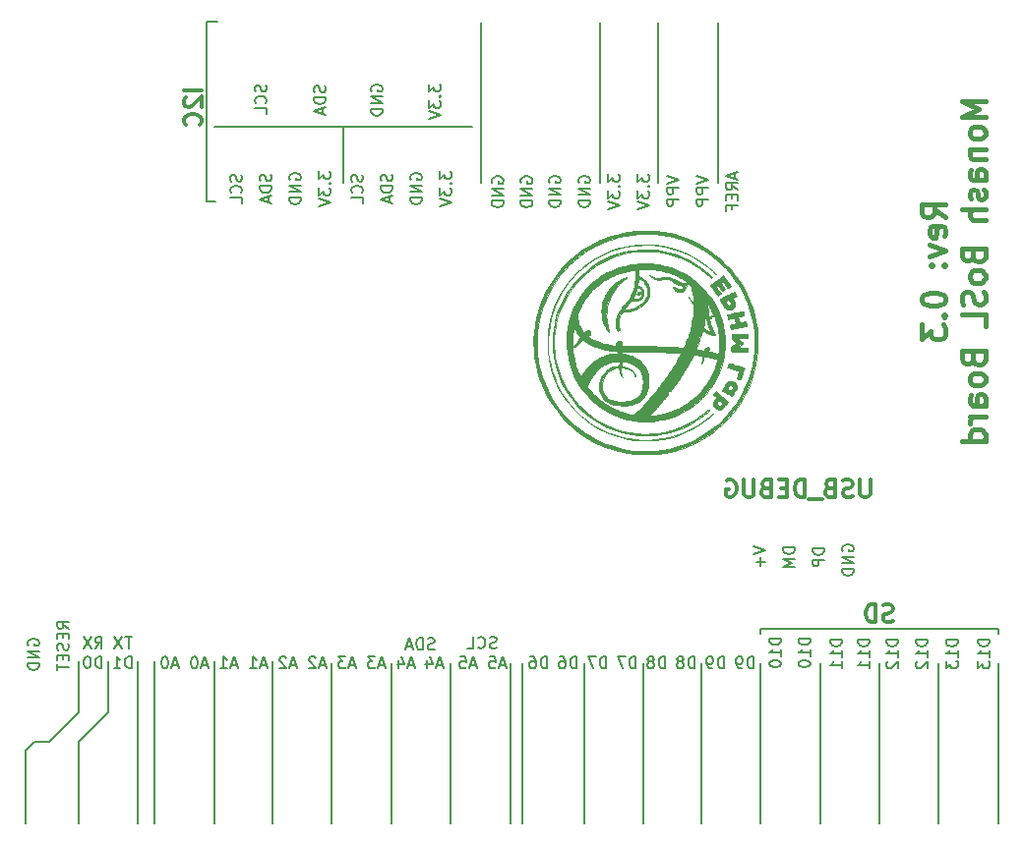
<source format=gbo>
G04 #@! TF.GenerationSoftware,KiCad,Pcbnew,(5.1.2)-2*
G04 #@! TF.CreationDate,2019-09-12T09:52:03+10:00*
G04 #@! TF.ProjectId,BoSL,426f534c-2e6b-4696-9361-645f70636258,0.3*
G04 #@! TF.SameCoordinates,Original*
G04 #@! TF.FileFunction,Legend,Bot*
G04 #@! TF.FilePolarity,Positive*
%FSLAX46Y46*%
G04 Gerber Fmt 4.6, Leading zero omitted, Abs format (unit mm)*
G04 Created by KiCad (PCBNEW (5.1.2)-2) date 2019-09-12 09:52:03*
%MOMM*%
%LPD*%
G04 APERTURE LIST*
%ADD10C,0.150000*%
%ADD11C,0.300000*%
%ADD12C,0.450000*%
%ADD13C,0.010000*%
G04 APERTURE END LIST*
D10*
X113216666Y-117352380D02*
X113550000Y-116876190D01*
X113788095Y-117352380D02*
X113788095Y-116352380D01*
X113407142Y-116352380D01*
X113311904Y-116400000D01*
X113264285Y-116447619D01*
X113216666Y-116542857D01*
X113216666Y-116685714D01*
X113264285Y-116780952D01*
X113311904Y-116828571D01*
X113407142Y-116876190D01*
X113788095Y-116876190D01*
X112883333Y-116352380D02*
X112216666Y-117352380D01*
X112216666Y-116352380D02*
X112883333Y-117352380D01*
X116361904Y-116352380D02*
X115790476Y-116352380D01*
X116076190Y-117352380D02*
X116076190Y-116352380D01*
X115552380Y-116352380D02*
X114885714Y-117352380D01*
X114885714Y-116352380D02*
X115552380Y-117352380D01*
X134600000Y-72400000D02*
X145700000Y-72400000D01*
X134600000Y-72400000D02*
X123500000Y-72400000D01*
X134600000Y-77200000D02*
X134600000Y-72400000D01*
D11*
X122378571Y-69235714D02*
X120878571Y-69235714D01*
X121021428Y-69878571D02*
X120950000Y-69950000D01*
X120878571Y-70092857D01*
X120878571Y-70450000D01*
X120950000Y-70592857D01*
X121021428Y-70664285D01*
X121164285Y-70735714D01*
X121307142Y-70735714D01*
X121521428Y-70664285D01*
X122378571Y-69807142D01*
X122378571Y-70735714D01*
X122235714Y-72235714D02*
X122307142Y-72164285D01*
X122378571Y-71950000D01*
X122378571Y-71807142D01*
X122307142Y-71592857D01*
X122164285Y-71450000D01*
X122021428Y-71378571D01*
X121735714Y-71307142D01*
X121521428Y-71307142D01*
X121235714Y-71378571D01*
X121092857Y-71450000D01*
X120950000Y-71592857D01*
X120878571Y-71807142D01*
X120878571Y-71950000D01*
X120950000Y-72164285D01*
X121021428Y-72235714D01*
D10*
X122800000Y-78800000D02*
X123600000Y-78800000D01*
X122800000Y-63300000D02*
X122800000Y-78800000D01*
X123700000Y-63300000D02*
X122800000Y-63300000D01*
X191000000Y-115700000D02*
X191000000Y-116100000D01*
X170500000Y-115700000D02*
X170500000Y-116100000D01*
X170500000Y-115700000D02*
X191000000Y-115700000D01*
X127904761Y-68809523D02*
X127952380Y-68952380D01*
X127952380Y-69190476D01*
X127904761Y-69285714D01*
X127857142Y-69333333D01*
X127761904Y-69380952D01*
X127666666Y-69380952D01*
X127571428Y-69333333D01*
X127523809Y-69285714D01*
X127476190Y-69190476D01*
X127428571Y-69000000D01*
X127380952Y-68904761D01*
X127333333Y-68857142D01*
X127238095Y-68809523D01*
X127142857Y-68809523D01*
X127047619Y-68857142D01*
X127000000Y-68904761D01*
X126952380Y-69000000D01*
X126952380Y-69238095D01*
X127000000Y-69380952D01*
X127857142Y-70380952D02*
X127904761Y-70333333D01*
X127952380Y-70190476D01*
X127952380Y-70095238D01*
X127904761Y-69952380D01*
X127809523Y-69857142D01*
X127714285Y-69809523D01*
X127523809Y-69761904D01*
X127380952Y-69761904D01*
X127190476Y-69809523D01*
X127095238Y-69857142D01*
X127000000Y-69952380D01*
X126952380Y-70095238D01*
X126952380Y-70190476D01*
X127000000Y-70333333D01*
X127047619Y-70380952D01*
X127952380Y-71285714D02*
X127952380Y-70809523D01*
X126952380Y-70809523D01*
X133004761Y-68885714D02*
X133052380Y-69028571D01*
X133052380Y-69266666D01*
X133004761Y-69361904D01*
X132957142Y-69409523D01*
X132861904Y-69457142D01*
X132766666Y-69457142D01*
X132671428Y-69409523D01*
X132623809Y-69361904D01*
X132576190Y-69266666D01*
X132528571Y-69076190D01*
X132480952Y-68980952D01*
X132433333Y-68933333D01*
X132338095Y-68885714D01*
X132242857Y-68885714D01*
X132147619Y-68933333D01*
X132100000Y-68980952D01*
X132052380Y-69076190D01*
X132052380Y-69314285D01*
X132100000Y-69457142D01*
X133052380Y-69885714D02*
X132052380Y-69885714D01*
X132052380Y-70123809D01*
X132100000Y-70266666D01*
X132195238Y-70361904D01*
X132290476Y-70409523D01*
X132480952Y-70457142D01*
X132623809Y-70457142D01*
X132814285Y-70409523D01*
X132909523Y-70361904D01*
X133004761Y-70266666D01*
X133052380Y-70123809D01*
X133052380Y-69885714D01*
X132766666Y-70838095D02*
X132766666Y-71314285D01*
X133052380Y-70742857D02*
X132052380Y-71076190D01*
X133052380Y-71409523D01*
X137000000Y-69338095D02*
X136952380Y-69242857D01*
X136952380Y-69100000D01*
X137000000Y-68957142D01*
X137095238Y-68861904D01*
X137190476Y-68814285D01*
X137380952Y-68766666D01*
X137523809Y-68766666D01*
X137714285Y-68814285D01*
X137809523Y-68861904D01*
X137904761Y-68957142D01*
X137952380Y-69100000D01*
X137952380Y-69195238D01*
X137904761Y-69338095D01*
X137857142Y-69385714D01*
X137523809Y-69385714D01*
X137523809Y-69195238D01*
X137952380Y-69814285D02*
X136952380Y-69814285D01*
X137952380Y-70385714D01*
X136952380Y-70385714D01*
X137952380Y-70861904D02*
X136952380Y-70861904D01*
X136952380Y-71100000D01*
X137000000Y-71242857D01*
X137095238Y-71338095D01*
X137190476Y-71385714D01*
X137380952Y-71433333D01*
X137523809Y-71433333D01*
X137714285Y-71385714D01*
X137809523Y-71338095D01*
X137904761Y-71242857D01*
X137952380Y-71100000D01*
X137952380Y-70861904D01*
X141952380Y-68723809D02*
X141952380Y-69342857D01*
X142333333Y-69009523D01*
X142333333Y-69152380D01*
X142380952Y-69247619D01*
X142428571Y-69295238D01*
X142523809Y-69342857D01*
X142761904Y-69342857D01*
X142857142Y-69295238D01*
X142904761Y-69247619D01*
X142952380Y-69152380D01*
X142952380Y-68866666D01*
X142904761Y-68771428D01*
X142857142Y-68723809D01*
X142857142Y-69771428D02*
X142904761Y-69819047D01*
X142952380Y-69771428D01*
X142904761Y-69723809D01*
X142857142Y-69771428D01*
X142952380Y-69771428D01*
X141952380Y-70152380D02*
X141952380Y-70771428D01*
X142333333Y-70438095D01*
X142333333Y-70580952D01*
X142380952Y-70676190D01*
X142428571Y-70723809D01*
X142523809Y-70771428D01*
X142761904Y-70771428D01*
X142857142Y-70723809D01*
X142904761Y-70676190D01*
X142952380Y-70580952D01*
X142952380Y-70295238D01*
X142904761Y-70200000D01*
X142857142Y-70152380D01*
X141952380Y-71057142D02*
X142952380Y-71390476D01*
X141952380Y-71723809D01*
X166800000Y-63400000D02*
X166800000Y-77200000D01*
X161700000Y-63400000D02*
X161700000Y-77200000D01*
X156700000Y-63400000D02*
X156700000Y-77200000D01*
X146400000Y-63400000D02*
X146400000Y-77200000D01*
D11*
X181878571Y-115007142D02*
X181664285Y-115078571D01*
X181307142Y-115078571D01*
X181164285Y-115007142D01*
X181092857Y-114935714D01*
X181021428Y-114792857D01*
X181021428Y-114650000D01*
X181092857Y-114507142D01*
X181164285Y-114435714D01*
X181307142Y-114364285D01*
X181592857Y-114292857D01*
X181735714Y-114221428D01*
X181807142Y-114150000D01*
X181878571Y-114007142D01*
X181878571Y-113864285D01*
X181807142Y-113721428D01*
X181735714Y-113650000D01*
X181592857Y-113578571D01*
X181235714Y-113578571D01*
X181021428Y-113650000D01*
X180378571Y-115078571D02*
X180378571Y-113578571D01*
X180021428Y-113578571D01*
X179807142Y-113650000D01*
X179664285Y-113792857D01*
X179592857Y-113935714D01*
X179521428Y-114221428D01*
X179521428Y-114435714D01*
X179592857Y-114721428D01*
X179664285Y-114864285D01*
X179807142Y-115007142D01*
X180021428Y-115078571D01*
X180378571Y-115078571D01*
D10*
X191000000Y-118600000D02*
X191000000Y-132400000D01*
X185800000Y-118600000D02*
X185800000Y-132400000D01*
X180700000Y-118600000D02*
X180700000Y-132400000D01*
X175600000Y-118600000D02*
X175600000Y-132400000D01*
X170500000Y-118600000D02*
X170500000Y-132400000D01*
X165400000Y-118600000D02*
X165400000Y-132400000D01*
X160400000Y-118600000D02*
X160400000Y-132400000D01*
X155300000Y-118600000D02*
X155300000Y-132400000D01*
X150000000Y-118600000D02*
X150000000Y-132400000D01*
X149000000Y-118600000D02*
X149000000Y-132400000D01*
X143800000Y-118600000D02*
X143800000Y-132400000D01*
X138700000Y-118600000D02*
X138700000Y-132400000D01*
X133600000Y-118600000D02*
X133600000Y-132400000D01*
X128500000Y-118500000D02*
X128500000Y-132400000D01*
X123500000Y-118500000D02*
X123500000Y-132400000D01*
X118300000Y-118500000D02*
X118300000Y-132400000D01*
X116900000Y-119400000D02*
X116900000Y-118500000D01*
X116900000Y-119400000D02*
X116900000Y-132400000D01*
X107200000Y-126200000D02*
X107200000Y-127500000D01*
X108000000Y-125400000D02*
X107200000Y-126200000D01*
X109300000Y-125400000D02*
X108000000Y-125400000D01*
X111800000Y-122900000D02*
X109300000Y-125400000D01*
X107200000Y-127500000D02*
X107200000Y-132400000D01*
X111800000Y-118500000D02*
X111800000Y-122900000D01*
X114300000Y-122900000D02*
X114300000Y-118500000D01*
X111800000Y-125400000D02*
X111800000Y-125700000D01*
X114300000Y-122900000D02*
X111800000Y-125400000D01*
X111800000Y-132400000D02*
X111800000Y-125700000D01*
D12*
X186377761Y-80216952D02*
X185425380Y-79550285D01*
X186377761Y-79074095D02*
X184377761Y-79074095D01*
X184377761Y-79836000D01*
X184473000Y-80026476D01*
X184568238Y-80121714D01*
X184758714Y-80216952D01*
X185044428Y-80216952D01*
X185234904Y-80121714D01*
X185330142Y-80026476D01*
X185425380Y-79836000D01*
X185425380Y-79074095D01*
X186282523Y-81836000D02*
X186377761Y-81645523D01*
X186377761Y-81264571D01*
X186282523Y-81074095D01*
X186092047Y-80978857D01*
X185330142Y-80978857D01*
X185139666Y-81074095D01*
X185044428Y-81264571D01*
X185044428Y-81645523D01*
X185139666Y-81836000D01*
X185330142Y-81931238D01*
X185520619Y-81931238D01*
X185711095Y-80978857D01*
X185044428Y-82597904D02*
X186377761Y-83074095D01*
X185044428Y-83550285D01*
X186187285Y-84312190D02*
X186282523Y-84407428D01*
X186377761Y-84312190D01*
X186282523Y-84216952D01*
X186187285Y-84312190D01*
X186377761Y-84312190D01*
X185139666Y-84312190D02*
X185234904Y-84407428D01*
X185330142Y-84312190D01*
X185234904Y-84216952D01*
X185139666Y-84312190D01*
X185330142Y-84312190D01*
X184377761Y-87169333D02*
X184377761Y-87359809D01*
X184473000Y-87550285D01*
X184568238Y-87645523D01*
X184758714Y-87740761D01*
X185139666Y-87836000D01*
X185615857Y-87836000D01*
X185996809Y-87740761D01*
X186187285Y-87645523D01*
X186282523Y-87550285D01*
X186377761Y-87359809D01*
X186377761Y-87169333D01*
X186282523Y-86978857D01*
X186187285Y-86883619D01*
X185996809Y-86788380D01*
X185615857Y-86693142D01*
X185139666Y-86693142D01*
X184758714Y-86788380D01*
X184568238Y-86883619D01*
X184473000Y-86978857D01*
X184377761Y-87169333D01*
X186187285Y-88693142D02*
X186282523Y-88788380D01*
X186377761Y-88693142D01*
X186282523Y-88597904D01*
X186187285Y-88693142D01*
X186377761Y-88693142D01*
X184377761Y-89455047D02*
X184377761Y-90693142D01*
X185139666Y-90026476D01*
X185139666Y-90312190D01*
X185234904Y-90502666D01*
X185330142Y-90597904D01*
X185520619Y-90693142D01*
X185996809Y-90693142D01*
X186187285Y-90597904D01*
X186282523Y-90502666D01*
X186377761Y-90312190D01*
X186377761Y-89740761D01*
X186282523Y-89550285D01*
X186187285Y-89455047D01*
X189827761Y-70216952D02*
X187827761Y-70216952D01*
X189256333Y-70883619D01*
X187827761Y-71550285D01*
X189827761Y-71550285D01*
X189827761Y-72788380D02*
X189732523Y-72597904D01*
X189637285Y-72502666D01*
X189446809Y-72407428D01*
X188875380Y-72407428D01*
X188684904Y-72502666D01*
X188589666Y-72597904D01*
X188494428Y-72788380D01*
X188494428Y-73074095D01*
X188589666Y-73264571D01*
X188684904Y-73359809D01*
X188875380Y-73455047D01*
X189446809Y-73455047D01*
X189637285Y-73359809D01*
X189732523Y-73264571D01*
X189827761Y-73074095D01*
X189827761Y-72788380D01*
X188494428Y-74312190D02*
X189827761Y-74312190D01*
X188684904Y-74312190D02*
X188589666Y-74407428D01*
X188494428Y-74597904D01*
X188494428Y-74883619D01*
X188589666Y-75074095D01*
X188780142Y-75169333D01*
X189827761Y-75169333D01*
X189827761Y-76978857D02*
X188780142Y-76978857D01*
X188589666Y-76883619D01*
X188494428Y-76693142D01*
X188494428Y-76312190D01*
X188589666Y-76121714D01*
X189732523Y-76978857D02*
X189827761Y-76788380D01*
X189827761Y-76312190D01*
X189732523Y-76121714D01*
X189542047Y-76026476D01*
X189351571Y-76026476D01*
X189161095Y-76121714D01*
X189065857Y-76312190D01*
X189065857Y-76788380D01*
X188970619Y-76978857D01*
X189732523Y-77836000D02*
X189827761Y-78026476D01*
X189827761Y-78407428D01*
X189732523Y-78597904D01*
X189542047Y-78693142D01*
X189446809Y-78693142D01*
X189256333Y-78597904D01*
X189161095Y-78407428D01*
X189161095Y-78121714D01*
X189065857Y-77931238D01*
X188875380Y-77836000D01*
X188780142Y-77836000D01*
X188589666Y-77931238D01*
X188494428Y-78121714D01*
X188494428Y-78407428D01*
X188589666Y-78597904D01*
X189827761Y-79550285D02*
X187827761Y-79550285D01*
X189827761Y-80407428D02*
X188780142Y-80407428D01*
X188589666Y-80312190D01*
X188494428Y-80121714D01*
X188494428Y-79836000D01*
X188589666Y-79645523D01*
X188684904Y-79550285D01*
X188780142Y-83550285D02*
X188875380Y-83836000D01*
X188970619Y-83931238D01*
X189161095Y-84026476D01*
X189446809Y-84026476D01*
X189637285Y-83931238D01*
X189732523Y-83836000D01*
X189827761Y-83645523D01*
X189827761Y-82883619D01*
X187827761Y-82883619D01*
X187827761Y-83550285D01*
X187923000Y-83740761D01*
X188018238Y-83836000D01*
X188208714Y-83931238D01*
X188399190Y-83931238D01*
X188589666Y-83836000D01*
X188684904Y-83740761D01*
X188780142Y-83550285D01*
X188780142Y-82883619D01*
X189827761Y-85169333D02*
X189732523Y-84978857D01*
X189637285Y-84883619D01*
X189446809Y-84788380D01*
X188875380Y-84788380D01*
X188684904Y-84883619D01*
X188589666Y-84978857D01*
X188494428Y-85169333D01*
X188494428Y-85455047D01*
X188589666Y-85645523D01*
X188684904Y-85740761D01*
X188875380Y-85836000D01*
X189446809Y-85836000D01*
X189637285Y-85740761D01*
X189732523Y-85645523D01*
X189827761Y-85455047D01*
X189827761Y-85169333D01*
X189732523Y-86597904D02*
X189827761Y-86883619D01*
X189827761Y-87359809D01*
X189732523Y-87550285D01*
X189637285Y-87645523D01*
X189446809Y-87740761D01*
X189256333Y-87740761D01*
X189065857Y-87645523D01*
X188970619Y-87550285D01*
X188875380Y-87359809D01*
X188780142Y-86978857D01*
X188684904Y-86788380D01*
X188589666Y-86693142D01*
X188399190Y-86597904D01*
X188208714Y-86597904D01*
X188018238Y-86693142D01*
X187923000Y-86788380D01*
X187827761Y-86978857D01*
X187827761Y-87455047D01*
X187923000Y-87740761D01*
X189827761Y-89550285D02*
X189827761Y-88597904D01*
X187827761Y-88597904D01*
X188780142Y-92407428D02*
X188875380Y-92693142D01*
X188970619Y-92788380D01*
X189161095Y-92883619D01*
X189446809Y-92883619D01*
X189637285Y-92788380D01*
X189732523Y-92693142D01*
X189827761Y-92502666D01*
X189827761Y-91740761D01*
X187827761Y-91740761D01*
X187827761Y-92407428D01*
X187923000Y-92597904D01*
X188018238Y-92693142D01*
X188208714Y-92788380D01*
X188399190Y-92788380D01*
X188589666Y-92693142D01*
X188684904Y-92597904D01*
X188780142Y-92407428D01*
X188780142Y-91740761D01*
X189827761Y-94026476D02*
X189732523Y-93836000D01*
X189637285Y-93740761D01*
X189446809Y-93645523D01*
X188875380Y-93645523D01*
X188684904Y-93740761D01*
X188589666Y-93836000D01*
X188494428Y-94026476D01*
X188494428Y-94312190D01*
X188589666Y-94502666D01*
X188684904Y-94597904D01*
X188875380Y-94693142D01*
X189446809Y-94693142D01*
X189637285Y-94597904D01*
X189732523Y-94502666D01*
X189827761Y-94312190D01*
X189827761Y-94026476D01*
X189827761Y-96407428D02*
X188780142Y-96407428D01*
X188589666Y-96312190D01*
X188494428Y-96121714D01*
X188494428Y-95740761D01*
X188589666Y-95550285D01*
X189732523Y-96407428D02*
X189827761Y-96216952D01*
X189827761Y-95740761D01*
X189732523Y-95550285D01*
X189542047Y-95455047D01*
X189351571Y-95455047D01*
X189161095Y-95550285D01*
X189065857Y-95740761D01*
X189065857Y-96216952D01*
X188970619Y-96407428D01*
X189827761Y-97359809D02*
X188494428Y-97359809D01*
X188875380Y-97359809D02*
X188684904Y-97455047D01*
X188589666Y-97550285D01*
X188494428Y-97740761D01*
X188494428Y-97931238D01*
X189827761Y-99455047D02*
X187827761Y-99455047D01*
X189732523Y-99455047D02*
X189827761Y-99264571D01*
X189827761Y-98883619D01*
X189732523Y-98693142D01*
X189637285Y-98597904D01*
X189446809Y-98502666D01*
X188875380Y-98502666D01*
X188684904Y-98597904D01*
X188589666Y-98693142D01*
X188494428Y-98883619D01*
X188494428Y-99264571D01*
X188589666Y-99455047D01*
D10*
X177554000Y-108966095D02*
X177506380Y-108870857D01*
X177506380Y-108728000D01*
X177554000Y-108585142D01*
X177649238Y-108489904D01*
X177744476Y-108442285D01*
X177934952Y-108394666D01*
X178077809Y-108394666D01*
X178268285Y-108442285D01*
X178363523Y-108489904D01*
X178458761Y-108585142D01*
X178506380Y-108728000D01*
X178506380Y-108823238D01*
X178458761Y-108966095D01*
X178411142Y-109013714D01*
X178077809Y-109013714D01*
X178077809Y-108823238D01*
X178506380Y-109442285D02*
X177506380Y-109442285D01*
X178506380Y-110013714D01*
X177506380Y-110013714D01*
X178506380Y-110489904D02*
X177506380Y-110489904D01*
X177506380Y-110728000D01*
X177554000Y-110870857D01*
X177649238Y-110966095D01*
X177744476Y-111013714D01*
X177934952Y-111061333D01*
X178077809Y-111061333D01*
X178268285Y-111013714D01*
X178363523Y-110966095D01*
X178458761Y-110870857D01*
X178506380Y-110728000D01*
X178506380Y-110489904D01*
X175966380Y-108712095D02*
X174966380Y-108712095D01*
X174966380Y-108950190D01*
X175014000Y-109093047D01*
X175109238Y-109188285D01*
X175204476Y-109235904D01*
X175394952Y-109283523D01*
X175537809Y-109283523D01*
X175728285Y-109235904D01*
X175823523Y-109188285D01*
X175918761Y-109093047D01*
X175966380Y-108950190D01*
X175966380Y-108712095D01*
X175966380Y-109712095D02*
X174966380Y-109712095D01*
X174966380Y-110093047D01*
X175014000Y-110188285D01*
X175061619Y-110235904D01*
X175156857Y-110283523D01*
X175299714Y-110283523D01*
X175394952Y-110235904D01*
X175442571Y-110188285D01*
X175490190Y-110093047D01*
X175490190Y-109712095D01*
X173426380Y-108640666D02*
X172426380Y-108640666D01*
X172426380Y-108878761D01*
X172474000Y-109021619D01*
X172569238Y-109116857D01*
X172664476Y-109164476D01*
X172854952Y-109212095D01*
X172997809Y-109212095D01*
X173188285Y-109164476D01*
X173283523Y-109116857D01*
X173378761Y-109021619D01*
X173426380Y-108878761D01*
X173426380Y-108640666D01*
X173426380Y-109640666D02*
X172426380Y-109640666D01*
X173140666Y-109974000D01*
X172426380Y-110307333D01*
X173426380Y-110307333D01*
X169886380Y-108521619D02*
X170886380Y-108854952D01*
X169886380Y-109188285D01*
X170505428Y-109521619D02*
X170505428Y-110283523D01*
X170886380Y-109902571D02*
X170124476Y-109902571D01*
D11*
X179914571Y-102810571D02*
X179914571Y-104024857D01*
X179843142Y-104167714D01*
X179771714Y-104239142D01*
X179628857Y-104310571D01*
X179343142Y-104310571D01*
X179200285Y-104239142D01*
X179128857Y-104167714D01*
X179057428Y-104024857D01*
X179057428Y-102810571D01*
X178414571Y-104239142D02*
X178200285Y-104310571D01*
X177843142Y-104310571D01*
X177700285Y-104239142D01*
X177628857Y-104167714D01*
X177557428Y-104024857D01*
X177557428Y-103882000D01*
X177628857Y-103739142D01*
X177700285Y-103667714D01*
X177843142Y-103596285D01*
X178128857Y-103524857D01*
X178271714Y-103453428D01*
X178343142Y-103382000D01*
X178414571Y-103239142D01*
X178414571Y-103096285D01*
X178343142Y-102953428D01*
X178271714Y-102882000D01*
X178128857Y-102810571D01*
X177771714Y-102810571D01*
X177557428Y-102882000D01*
X176414571Y-103524857D02*
X176200285Y-103596285D01*
X176128857Y-103667714D01*
X176057428Y-103810571D01*
X176057428Y-104024857D01*
X176128857Y-104167714D01*
X176200285Y-104239142D01*
X176343142Y-104310571D01*
X176914571Y-104310571D01*
X176914571Y-102810571D01*
X176414571Y-102810571D01*
X176271714Y-102882000D01*
X176200285Y-102953428D01*
X176128857Y-103096285D01*
X176128857Y-103239142D01*
X176200285Y-103382000D01*
X176271714Y-103453428D01*
X176414571Y-103524857D01*
X176914571Y-103524857D01*
X175771714Y-104453428D02*
X174628857Y-104453428D01*
X174271714Y-104310571D02*
X174271714Y-102810571D01*
X173914571Y-102810571D01*
X173700285Y-102882000D01*
X173557428Y-103024857D01*
X173486000Y-103167714D01*
X173414571Y-103453428D01*
X173414571Y-103667714D01*
X173486000Y-103953428D01*
X173557428Y-104096285D01*
X173700285Y-104239142D01*
X173914571Y-104310571D01*
X174271714Y-104310571D01*
X172771714Y-103524857D02*
X172271714Y-103524857D01*
X172057428Y-104310571D02*
X172771714Y-104310571D01*
X172771714Y-102810571D01*
X172057428Y-102810571D01*
X170914571Y-103524857D02*
X170700285Y-103596285D01*
X170628857Y-103667714D01*
X170557428Y-103810571D01*
X170557428Y-104024857D01*
X170628857Y-104167714D01*
X170700285Y-104239142D01*
X170843142Y-104310571D01*
X171414571Y-104310571D01*
X171414571Y-102810571D01*
X170914571Y-102810571D01*
X170771714Y-102882000D01*
X170700285Y-102953428D01*
X170628857Y-103096285D01*
X170628857Y-103239142D01*
X170700285Y-103382000D01*
X170771714Y-103453428D01*
X170914571Y-103524857D01*
X171414571Y-103524857D01*
X169914571Y-102810571D02*
X169914571Y-104024857D01*
X169843142Y-104167714D01*
X169771714Y-104239142D01*
X169628857Y-104310571D01*
X169343142Y-104310571D01*
X169200285Y-104239142D01*
X169128857Y-104167714D01*
X169057428Y-104024857D01*
X169057428Y-102810571D01*
X167557428Y-102882000D02*
X167700285Y-102810571D01*
X167914571Y-102810571D01*
X168128857Y-102882000D01*
X168271714Y-103024857D01*
X168343142Y-103167714D01*
X168414571Y-103453428D01*
X168414571Y-103667714D01*
X168343142Y-103953428D01*
X168271714Y-104096285D01*
X168128857Y-104239142D01*
X167914571Y-104310571D01*
X167771714Y-104310571D01*
X167557428Y-104239142D01*
X167486000Y-104167714D01*
X167486000Y-103667714D01*
X167771714Y-103667714D01*
D10*
X168238666Y-76358952D02*
X168238666Y-76835142D01*
X168524380Y-76263714D02*
X167524380Y-76597047D01*
X168524380Y-76930380D01*
X168524380Y-77835142D02*
X168048190Y-77501809D01*
X168524380Y-77263714D02*
X167524380Y-77263714D01*
X167524380Y-77644666D01*
X167572000Y-77739904D01*
X167619619Y-77787523D01*
X167714857Y-77835142D01*
X167857714Y-77835142D01*
X167952952Y-77787523D01*
X168000571Y-77739904D01*
X168048190Y-77644666D01*
X168048190Y-77263714D01*
X168000571Y-78263714D02*
X168000571Y-78597047D01*
X168524380Y-78739904D02*
X168524380Y-78263714D01*
X167524380Y-78263714D01*
X167524380Y-78739904D01*
X168000571Y-79501809D02*
X168000571Y-79168476D01*
X168524380Y-79168476D02*
X167524380Y-79168476D01*
X167524380Y-79644666D01*
X164984380Y-76644666D02*
X165984380Y-76978000D01*
X164984380Y-77311333D01*
X165984380Y-77644666D02*
X164984380Y-77644666D01*
X164984380Y-78025619D01*
X165032000Y-78120857D01*
X165079619Y-78168476D01*
X165174857Y-78216095D01*
X165317714Y-78216095D01*
X165412952Y-78168476D01*
X165460571Y-78120857D01*
X165508190Y-78025619D01*
X165508190Y-77644666D01*
X165984380Y-78644666D02*
X164984380Y-78644666D01*
X164984380Y-79025619D01*
X165032000Y-79120857D01*
X165079619Y-79168476D01*
X165174857Y-79216095D01*
X165317714Y-79216095D01*
X165412952Y-79168476D01*
X165460571Y-79120857D01*
X165508190Y-79025619D01*
X165508190Y-78644666D01*
X162444380Y-76644666D02*
X163444380Y-76978000D01*
X162444380Y-77311333D01*
X163444380Y-77644666D02*
X162444380Y-77644666D01*
X162444380Y-78025619D01*
X162492000Y-78120857D01*
X162539619Y-78168476D01*
X162634857Y-78216095D01*
X162777714Y-78216095D01*
X162872952Y-78168476D01*
X162920571Y-78120857D01*
X162968190Y-78025619D01*
X162968190Y-77644666D01*
X163444380Y-78644666D02*
X162444380Y-78644666D01*
X162444380Y-79025619D01*
X162492000Y-79120857D01*
X162539619Y-79168476D01*
X162634857Y-79216095D01*
X162777714Y-79216095D01*
X162872952Y-79168476D01*
X162920571Y-79120857D01*
X162968190Y-79025619D01*
X162968190Y-78644666D01*
X159904380Y-76501809D02*
X159904380Y-77120857D01*
X160285333Y-76787523D01*
X160285333Y-76930380D01*
X160332952Y-77025619D01*
X160380571Y-77073238D01*
X160475809Y-77120857D01*
X160713904Y-77120857D01*
X160809142Y-77073238D01*
X160856761Y-77025619D01*
X160904380Y-76930380D01*
X160904380Y-76644666D01*
X160856761Y-76549428D01*
X160809142Y-76501809D01*
X160809142Y-77549428D02*
X160856761Y-77597047D01*
X160904380Y-77549428D01*
X160856761Y-77501809D01*
X160809142Y-77549428D01*
X160904380Y-77549428D01*
X159904380Y-77930380D02*
X159904380Y-78549428D01*
X160285333Y-78216095D01*
X160285333Y-78358952D01*
X160332952Y-78454190D01*
X160380571Y-78501809D01*
X160475809Y-78549428D01*
X160713904Y-78549428D01*
X160809142Y-78501809D01*
X160856761Y-78454190D01*
X160904380Y-78358952D01*
X160904380Y-78073238D01*
X160856761Y-77978000D01*
X160809142Y-77930380D01*
X159904380Y-78835142D02*
X160904380Y-79168476D01*
X159904380Y-79501809D01*
X157364380Y-76501809D02*
X157364380Y-77120857D01*
X157745333Y-76787523D01*
X157745333Y-76930380D01*
X157792952Y-77025619D01*
X157840571Y-77073238D01*
X157935809Y-77120857D01*
X158173904Y-77120857D01*
X158269142Y-77073238D01*
X158316761Y-77025619D01*
X158364380Y-76930380D01*
X158364380Y-76644666D01*
X158316761Y-76549428D01*
X158269142Y-76501809D01*
X158269142Y-77549428D02*
X158316761Y-77597047D01*
X158364380Y-77549428D01*
X158316761Y-77501809D01*
X158269142Y-77549428D01*
X158364380Y-77549428D01*
X157364380Y-77930380D02*
X157364380Y-78549428D01*
X157745333Y-78216095D01*
X157745333Y-78358952D01*
X157792952Y-78454190D01*
X157840571Y-78501809D01*
X157935809Y-78549428D01*
X158173904Y-78549428D01*
X158269142Y-78501809D01*
X158316761Y-78454190D01*
X158364380Y-78358952D01*
X158364380Y-78073238D01*
X158316761Y-77978000D01*
X158269142Y-77930380D01*
X157364380Y-78835142D02*
X158364380Y-79168476D01*
X157364380Y-79501809D01*
X154872000Y-77216095D02*
X154824380Y-77120857D01*
X154824380Y-76978000D01*
X154872000Y-76835142D01*
X154967238Y-76739904D01*
X155062476Y-76692285D01*
X155252952Y-76644666D01*
X155395809Y-76644666D01*
X155586285Y-76692285D01*
X155681523Y-76739904D01*
X155776761Y-76835142D01*
X155824380Y-76978000D01*
X155824380Y-77073238D01*
X155776761Y-77216095D01*
X155729142Y-77263714D01*
X155395809Y-77263714D01*
X155395809Y-77073238D01*
X155824380Y-77692285D02*
X154824380Y-77692285D01*
X155824380Y-78263714D01*
X154824380Y-78263714D01*
X155824380Y-78739904D02*
X154824380Y-78739904D01*
X154824380Y-78978000D01*
X154872000Y-79120857D01*
X154967238Y-79216095D01*
X155062476Y-79263714D01*
X155252952Y-79311333D01*
X155395809Y-79311333D01*
X155586285Y-79263714D01*
X155681523Y-79216095D01*
X155776761Y-79120857D01*
X155824380Y-78978000D01*
X155824380Y-78739904D01*
X152332000Y-77216095D02*
X152284380Y-77120857D01*
X152284380Y-76978000D01*
X152332000Y-76835142D01*
X152427238Y-76739904D01*
X152522476Y-76692285D01*
X152712952Y-76644666D01*
X152855809Y-76644666D01*
X153046285Y-76692285D01*
X153141523Y-76739904D01*
X153236761Y-76835142D01*
X153284380Y-76978000D01*
X153284380Y-77073238D01*
X153236761Y-77216095D01*
X153189142Y-77263714D01*
X152855809Y-77263714D01*
X152855809Y-77073238D01*
X153284380Y-77692285D02*
X152284380Y-77692285D01*
X153284380Y-78263714D01*
X152284380Y-78263714D01*
X153284380Y-78739904D02*
X152284380Y-78739904D01*
X152284380Y-78978000D01*
X152332000Y-79120857D01*
X152427238Y-79216095D01*
X152522476Y-79263714D01*
X152712952Y-79311333D01*
X152855809Y-79311333D01*
X153046285Y-79263714D01*
X153141523Y-79216095D01*
X153236761Y-79120857D01*
X153284380Y-78978000D01*
X153284380Y-78739904D01*
X149900000Y-77238095D02*
X149852380Y-77142857D01*
X149852380Y-77000000D01*
X149900000Y-76857142D01*
X149995238Y-76761904D01*
X150090476Y-76714285D01*
X150280952Y-76666666D01*
X150423809Y-76666666D01*
X150614285Y-76714285D01*
X150709523Y-76761904D01*
X150804761Y-76857142D01*
X150852380Y-77000000D01*
X150852380Y-77095238D01*
X150804761Y-77238095D01*
X150757142Y-77285714D01*
X150423809Y-77285714D01*
X150423809Y-77095238D01*
X150852380Y-77714285D02*
X149852380Y-77714285D01*
X150852380Y-78285714D01*
X149852380Y-78285714D01*
X150852380Y-78761904D02*
X149852380Y-78761904D01*
X149852380Y-79000000D01*
X149900000Y-79142857D01*
X149995238Y-79238095D01*
X150090476Y-79285714D01*
X150280952Y-79333333D01*
X150423809Y-79333333D01*
X150614285Y-79285714D01*
X150709523Y-79238095D01*
X150804761Y-79142857D01*
X150852380Y-79000000D01*
X150852380Y-78761904D01*
X147400000Y-77238095D02*
X147352380Y-77142857D01*
X147352380Y-77000000D01*
X147400000Y-76857142D01*
X147495238Y-76761904D01*
X147590476Y-76714285D01*
X147780952Y-76666666D01*
X147923809Y-76666666D01*
X148114285Y-76714285D01*
X148209523Y-76761904D01*
X148304761Y-76857142D01*
X148352380Y-77000000D01*
X148352380Y-77095238D01*
X148304761Y-77238095D01*
X148257142Y-77285714D01*
X147923809Y-77285714D01*
X147923809Y-77095238D01*
X148352380Y-77714285D02*
X147352380Y-77714285D01*
X148352380Y-78285714D01*
X147352380Y-78285714D01*
X148352380Y-78761904D02*
X147352380Y-78761904D01*
X147352380Y-79000000D01*
X147400000Y-79142857D01*
X147495238Y-79238095D01*
X147590476Y-79285714D01*
X147780952Y-79333333D01*
X147923809Y-79333333D01*
X148114285Y-79285714D01*
X148209523Y-79238095D01*
X148304761Y-79142857D01*
X148352380Y-79000000D01*
X148352380Y-78761904D01*
X142886380Y-76247809D02*
X142886380Y-76866857D01*
X143267333Y-76533523D01*
X143267333Y-76676380D01*
X143314952Y-76771619D01*
X143362571Y-76819238D01*
X143457809Y-76866857D01*
X143695904Y-76866857D01*
X143791142Y-76819238D01*
X143838761Y-76771619D01*
X143886380Y-76676380D01*
X143886380Y-76390666D01*
X143838761Y-76295428D01*
X143791142Y-76247809D01*
X143791142Y-77295428D02*
X143838761Y-77343047D01*
X143886380Y-77295428D01*
X143838761Y-77247809D01*
X143791142Y-77295428D01*
X143886380Y-77295428D01*
X142886380Y-77676380D02*
X142886380Y-78295428D01*
X143267333Y-77962095D01*
X143267333Y-78104952D01*
X143314952Y-78200190D01*
X143362571Y-78247809D01*
X143457809Y-78295428D01*
X143695904Y-78295428D01*
X143791142Y-78247809D01*
X143838761Y-78200190D01*
X143886380Y-78104952D01*
X143886380Y-77819238D01*
X143838761Y-77724000D01*
X143791142Y-77676380D01*
X142886380Y-78581142D02*
X143886380Y-78914476D01*
X142886380Y-79247809D01*
X140394000Y-76962095D02*
X140346380Y-76866857D01*
X140346380Y-76724000D01*
X140394000Y-76581142D01*
X140489238Y-76485904D01*
X140584476Y-76438285D01*
X140774952Y-76390666D01*
X140917809Y-76390666D01*
X141108285Y-76438285D01*
X141203523Y-76485904D01*
X141298761Y-76581142D01*
X141346380Y-76724000D01*
X141346380Y-76819238D01*
X141298761Y-76962095D01*
X141251142Y-77009714D01*
X140917809Y-77009714D01*
X140917809Y-76819238D01*
X141346380Y-77438285D02*
X140346380Y-77438285D01*
X141346380Y-78009714D01*
X140346380Y-78009714D01*
X141346380Y-78485904D02*
X140346380Y-78485904D01*
X140346380Y-78724000D01*
X140394000Y-78866857D01*
X140489238Y-78962095D01*
X140584476Y-79009714D01*
X140774952Y-79057333D01*
X140917809Y-79057333D01*
X141108285Y-79009714D01*
X141203523Y-78962095D01*
X141298761Y-78866857D01*
X141346380Y-78724000D01*
X141346380Y-78485904D01*
X138758761Y-76509714D02*
X138806380Y-76652571D01*
X138806380Y-76890666D01*
X138758761Y-76985904D01*
X138711142Y-77033523D01*
X138615904Y-77081142D01*
X138520666Y-77081142D01*
X138425428Y-77033523D01*
X138377809Y-76985904D01*
X138330190Y-76890666D01*
X138282571Y-76700190D01*
X138234952Y-76604952D01*
X138187333Y-76557333D01*
X138092095Y-76509714D01*
X137996857Y-76509714D01*
X137901619Y-76557333D01*
X137854000Y-76604952D01*
X137806380Y-76700190D01*
X137806380Y-76938285D01*
X137854000Y-77081142D01*
X138806380Y-77509714D02*
X137806380Y-77509714D01*
X137806380Y-77747809D01*
X137854000Y-77890666D01*
X137949238Y-77985904D01*
X138044476Y-78033523D01*
X138234952Y-78081142D01*
X138377809Y-78081142D01*
X138568285Y-78033523D01*
X138663523Y-77985904D01*
X138758761Y-77890666D01*
X138806380Y-77747809D01*
X138806380Y-77509714D01*
X138520666Y-78462095D02*
X138520666Y-78938285D01*
X138806380Y-78366857D02*
X137806380Y-78700190D01*
X138806380Y-79033523D01*
X136218761Y-76533523D02*
X136266380Y-76676380D01*
X136266380Y-76914476D01*
X136218761Y-77009714D01*
X136171142Y-77057333D01*
X136075904Y-77104952D01*
X135980666Y-77104952D01*
X135885428Y-77057333D01*
X135837809Y-77009714D01*
X135790190Y-76914476D01*
X135742571Y-76724000D01*
X135694952Y-76628761D01*
X135647333Y-76581142D01*
X135552095Y-76533523D01*
X135456857Y-76533523D01*
X135361619Y-76581142D01*
X135314000Y-76628761D01*
X135266380Y-76724000D01*
X135266380Y-76962095D01*
X135314000Y-77104952D01*
X136171142Y-78104952D02*
X136218761Y-78057333D01*
X136266380Y-77914476D01*
X136266380Y-77819238D01*
X136218761Y-77676380D01*
X136123523Y-77581142D01*
X136028285Y-77533523D01*
X135837809Y-77485904D01*
X135694952Y-77485904D01*
X135504476Y-77533523D01*
X135409238Y-77581142D01*
X135314000Y-77676380D01*
X135266380Y-77819238D01*
X135266380Y-77914476D01*
X135314000Y-78057333D01*
X135361619Y-78104952D01*
X136266380Y-79009714D02*
X136266380Y-78533523D01*
X135266380Y-78533523D01*
X129980000Y-76962095D02*
X129932380Y-76866857D01*
X129932380Y-76724000D01*
X129980000Y-76581142D01*
X130075238Y-76485904D01*
X130170476Y-76438285D01*
X130360952Y-76390666D01*
X130503809Y-76390666D01*
X130694285Y-76438285D01*
X130789523Y-76485904D01*
X130884761Y-76581142D01*
X130932380Y-76724000D01*
X130932380Y-76819238D01*
X130884761Y-76962095D01*
X130837142Y-77009714D01*
X130503809Y-77009714D01*
X130503809Y-76819238D01*
X130932380Y-77438285D02*
X129932380Y-77438285D01*
X130932380Y-78009714D01*
X129932380Y-78009714D01*
X130932380Y-78485904D02*
X129932380Y-78485904D01*
X129932380Y-78724000D01*
X129980000Y-78866857D01*
X130075238Y-78962095D01*
X130170476Y-79009714D01*
X130360952Y-79057333D01*
X130503809Y-79057333D01*
X130694285Y-79009714D01*
X130789523Y-78962095D01*
X130884761Y-78866857D01*
X130932380Y-78724000D01*
X130932380Y-78485904D01*
X132472380Y-76247809D02*
X132472380Y-76866857D01*
X132853333Y-76533523D01*
X132853333Y-76676380D01*
X132900952Y-76771619D01*
X132948571Y-76819238D01*
X133043809Y-76866857D01*
X133281904Y-76866857D01*
X133377142Y-76819238D01*
X133424761Y-76771619D01*
X133472380Y-76676380D01*
X133472380Y-76390666D01*
X133424761Y-76295428D01*
X133377142Y-76247809D01*
X133377142Y-77295428D02*
X133424761Y-77343047D01*
X133472380Y-77295428D01*
X133424761Y-77247809D01*
X133377142Y-77295428D01*
X133472380Y-77295428D01*
X132472380Y-77676380D02*
X132472380Y-78295428D01*
X132853333Y-77962095D01*
X132853333Y-78104952D01*
X132900952Y-78200190D01*
X132948571Y-78247809D01*
X133043809Y-78295428D01*
X133281904Y-78295428D01*
X133377142Y-78247809D01*
X133424761Y-78200190D01*
X133472380Y-78104952D01*
X133472380Y-77819238D01*
X133424761Y-77724000D01*
X133377142Y-77676380D01*
X132472380Y-78581142D02*
X133472380Y-78914476D01*
X132472380Y-79247809D01*
X128344761Y-76509714D02*
X128392380Y-76652571D01*
X128392380Y-76890666D01*
X128344761Y-76985904D01*
X128297142Y-77033523D01*
X128201904Y-77081142D01*
X128106666Y-77081142D01*
X128011428Y-77033523D01*
X127963809Y-76985904D01*
X127916190Y-76890666D01*
X127868571Y-76700190D01*
X127820952Y-76604952D01*
X127773333Y-76557333D01*
X127678095Y-76509714D01*
X127582857Y-76509714D01*
X127487619Y-76557333D01*
X127440000Y-76604952D01*
X127392380Y-76700190D01*
X127392380Y-76938285D01*
X127440000Y-77081142D01*
X128392380Y-77509714D02*
X127392380Y-77509714D01*
X127392380Y-77747809D01*
X127440000Y-77890666D01*
X127535238Y-77985904D01*
X127630476Y-78033523D01*
X127820952Y-78081142D01*
X127963809Y-78081142D01*
X128154285Y-78033523D01*
X128249523Y-77985904D01*
X128344761Y-77890666D01*
X128392380Y-77747809D01*
X128392380Y-77509714D01*
X128106666Y-78462095D02*
X128106666Y-78938285D01*
X128392380Y-78366857D02*
X127392380Y-78700190D01*
X128392380Y-79033523D01*
X125804761Y-76533523D02*
X125852380Y-76676380D01*
X125852380Y-76914476D01*
X125804761Y-77009714D01*
X125757142Y-77057333D01*
X125661904Y-77104952D01*
X125566666Y-77104952D01*
X125471428Y-77057333D01*
X125423809Y-77009714D01*
X125376190Y-76914476D01*
X125328571Y-76724000D01*
X125280952Y-76628761D01*
X125233333Y-76581142D01*
X125138095Y-76533523D01*
X125042857Y-76533523D01*
X124947619Y-76581142D01*
X124900000Y-76628761D01*
X124852380Y-76724000D01*
X124852380Y-76962095D01*
X124900000Y-77104952D01*
X125757142Y-78104952D02*
X125804761Y-78057333D01*
X125852380Y-77914476D01*
X125852380Y-77819238D01*
X125804761Y-77676380D01*
X125709523Y-77581142D01*
X125614285Y-77533523D01*
X125423809Y-77485904D01*
X125280952Y-77485904D01*
X125090476Y-77533523D01*
X124995238Y-77581142D01*
X124900000Y-77676380D01*
X124852380Y-77819238D01*
X124852380Y-77914476D01*
X124900000Y-78057333D01*
X124947619Y-78104952D01*
X125852380Y-79009714D02*
X125852380Y-78533523D01*
X124852380Y-78533523D01*
X190190380Y-116585714D02*
X189190380Y-116585714D01*
X189190380Y-116823809D01*
X189238000Y-116966666D01*
X189333238Y-117061904D01*
X189428476Y-117109523D01*
X189618952Y-117157142D01*
X189761809Y-117157142D01*
X189952285Y-117109523D01*
X190047523Y-117061904D01*
X190142761Y-116966666D01*
X190190380Y-116823809D01*
X190190380Y-116585714D01*
X190190380Y-118109523D02*
X190190380Y-117538095D01*
X190190380Y-117823809D02*
X189190380Y-117823809D01*
X189333238Y-117728571D01*
X189428476Y-117633333D01*
X189476095Y-117538095D01*
X189190380Y-118442857D02*
X189190380Y-119061904D01*
X189571333Y-118728571D01*
X189571333Y-118871428D01*
X189618952Y-118966666D01*
X189666571Y-119014285D01*
X189761809Y-119061904D01*
X189999904Y-119061904D01*
X190095142Y-119014285D01*
X190142761Y-118966666D01*
X190190380Y-118871428D01*
X190190380Y-118585714D01*
X190142761Y-118490476D01*
X190095142Y-118442857D01*
X187452380Y-116585714D02*
X186452380Y-116585714D01*
X186452380Y-116823809D01*
X186500000Y-116966666D01*
X186595238Y-117061904D01*
X186690476Y-117109523D01*
X186880952Y-117157142D01*
X187023809Y-117157142D01*
X187214285Y-117109523D01*
X187309523Y-117061904D01*
X187404761Y-116966666D01*
X187452380Y-116823809D01*
X187452380Y-116585714D01*
X187452380Y-118109523D02*
X187452380Y-117538095D01*
X187452380Y-117823809D02*
X186452380Y-117823809D01*
X186595238Y-117728571D01*
X186690476Y-117633333D01*
X186738095Y-117538095D01*
X186452380Y-118442857D02*
X186452380Y-119061904D01*
X186833333Y-118728571D01*
X186833333Y-118871428D01*
X186880952Y-118966666D01*
X186928571Y-119014285D01*
X187023809Y-119061904D01*
X187261904Y-119061904D01*
X187357142Y-119014285D01*
X187404761Y-118966666D01*
X187452380Y-118871428D01*
X187452380Y-118585714D01*
X187404761Y-118490476D01*
X187357142Y-118442857D01*
X184852380Y-116585714D02*
X183852380Y-116585714D01*
X183852380Y-116823809D01*
X183900000Y-116966666D01*
X183995238Y-117061904D01*
X184090476Y-117109523D01*
X184280952Y-117157142D01*
X184423809Y-117157142D01*
X184614285Y-117109523D01*
X184709523Y-117061904D01*
X184804761Y-116966666D01*
X184852380Y-116823809D01*
X184852380Y-116585714D01*
X184852380Y-118109523D02*
X184852380Y-117538095D01*
X184852380Y-117823809D02*
X183852380Y-117823809D01*
X183995238Y-117728571D01*
X184090476Y-117633333D01*
X184138095Y-117538095D01*
X183947619Y-118490476D02*
X183900000Y-118538095D01*
X183852380Y-118633333D01*
X183852380Y-118871428D01*
X183900000Y-118966666D01*
X183947619Y-119014285D01*
X184042857Y-119061904D01*
X184138095Y-119061904D01*
X184280952Y-119014285D01*
X184852380Y-118442857D01*
X184852380Y-119061904D01*
X182316380Y-116585714D02*
X181316380Y-116585714D01*
X181316380Y-116823809D01*
X181364000Y-116966666D01*
X181459238Y-117061904D01*
X181554476Y-117109523D01*
X181744952Y-117157142D01*
X181887809Y-117157142D01*
X182078285Y-117109523D01*
X182173523Y-117061904D01*
X182268761Y-116966666D01*
X182316380Y-116823809D01*
X182316380Y-116585714D01*
X182316380Y-118109523D02*
X182316380Y-117538095D01*
X182316380Y-117823809D02*
X181316380Y-117823809D01*
X181459238Y-117728571D01*
X181554476Y-117633333D01*
X181602095Y-117538095D01*
X181411619Y-118490476D02*
X181364000Y-118538095D01*
X181316380Y-118633333D01*
X181316380Y-118871428D01*
X181364000Y-118966666D01*
X181411619Y-119014285D01*
X181506857Y-119061904D01*
X181602095Y-119061904D01*
X181744952Y-119014285D01*
X182316380Y-118442857D01*
X182316380Y-119061904D01*
X179852380Y-116585714D02*
X178852380Y-116585714D01*
X178852380Y-116823809D01*
X178900000Y-116966666D01*
X178995238Y-117061904D01*
X179090476Y-117109523D01*
X179280952Y-117157142D01*
X179423809Y-117157142D01*
X179614285Y-117109523D01*
X179709523Y-117061904D01*
X179804761Y-116966666D01*
X179852380Y-116823809D01*
X179852380Y-116585714D01*
X179852380Y-118109523D02*
X179852380Y-117538095D01*
X179852380Y-117823809D02*
X178852380Y-117823809D01*
X178995238Y-117728571D01*
X179090476Y-117633333D01*
X179138095Y-117538095D01*
X179852380Y-119061904D02*
X179852380Y-118490476D01*
X179852380Y-118776190D02*
X178852380Y-118776190D01*
X178995238Y-118680952D01*
X179090476Y-118585714D01*
X179138095Y-118490476D01*
X177490380Y-116585714D02*
X176490380Y-116585714D01*
X176490380Y-116823809D01*
X176538000Y-116966666D01*
X176633238Y-117061904D01*
X176728476Y-117109523D01*
X176918952Y-117157142D01*
X177061809Y-117157142D01*
X177252285Y-117109523D01*
X177347523Y-117061904D01*
X177442761Y-116966666D01*
X177490380Y-116823809D01*
X177490380Y-116585714D01*
X177490380Y-118109523D02*
X177490380Y-117538095D01*
X177490380Y-117823809D02*
X176490380Y-117823809D01*
X176633238Y-117728571D01*
X176728476Y-117633333D01*
X176776095Y-117538095D01*
X177490380Y-119061904D02*
X177490380Y-118490476D01*
X177490380Y-118776190D02*
X176490380Y-118776190D01*
X176633238Y-118680952D01*
X176728476Y-118585714D01*
X176776095Y-118490476D01*
X174752380Y-116485714D02*
X173752380Y-116485714D01*
X173752380Y-116723809D01*
X173800000Y-116866666D01*
X173895238Y-116961904D01*
X173990476Y-117009523D01*
X174180952Y-117057142D01*
X174323809Y-117057142D01*
X174514285Y-117009523D01*
X174609523Y-116961904D01*
X174704761Y-116866666D01*
X174752380Y-116723809D01*
X174752380Y-116485714D01*
X174752380Y-118009523D02*
X174752380Y-117438095D01*
X174752380Y-117723809D02*
X173752380Y-117723809D01*
X173895238Y-117628571D01*
X173990476Y-117533333D01*
X174038095Y-117438095D01*
X173752380Y-118628571D02*
X173752380Y-118723809D01*
X173800000Y-118819047D01*
X173847619Y-118866666D01*
X173942857Y-118914285D01*
X174133333Y-118961904D01*
X174371428Y-118961904D01*
X174561904Y-118914285D01*
X174657142Y-118866666D01*
X174704761Y-118819047D01*
X174752380Y-118723809D01*
X174752380Y-118628571D01*
X174704761Y-118533333D01*
X174657142Y-118485714D01*
X174561904Y-118438095D01*
X174371428Y-118390476D01*
X174133333Y-118390476D01*
X173942857Y-118438095D01*
X173847619Y-118485714D01*
X173800000Y-118533333D01*
X173752380Y-118628571D01*
X172252380Y-116485714D02*
X171252380Y-116485714D01*
X171252380Y-116723809D01*
X171300000Y-116866666D01*
X171395238Y-116961904D01*
X171490476Y-117009523D01*
X171680952Y-117057142D01*
X171823809Y-117057142D01*
X172014285Y-117009523D01*
X172109523Y-116961904D01*
X172204761Y-116866666D01*
X172252380Y-116723809D01*
X172252380Y-116485714D01*
X172252380Y-118009523D02*
X172252380Y-117438095D01*
X172252380Y-117723809D02*
X171252380Y-117723809D01*
X171395238Y-117628571D01*
X171490476Y-117533333D01*
X171538095Y-117438095D01*
X171252380Y-118628571D02*
X171252380Y-118723809D01*
X171300000Y-118819047D01*
X171347619Y-118866666D01*
X171442857Y-118914285D01*
X171633333Y-118961904D01*
X171871428Y-118961904D01*
X172061904Y-118914285D01*
X172157142Y-118866666D01*
X172204761Y-118819047D01*
X172252380Y-118723809D01*
X172252380Y-118628571D01*
X172204761Y-118533333D01*
X172157142Y-118485714D01*
X172061904Y-118438095D01*
X171871428Y-118390476D01*
X171633333Y-118390476D01*
X171442857Y-118438095D01*
X171347619Y-118485714D01*
X171300000Y-118533333D01*
X171252380Y-118628571D01*
X169902095Y-119070380D02*
X169902095Y-118070380D01*
X169664000Y-118070380D01*
X169521142Y-118118000D01*
X169425904Y-118213238D01*
X169378285Y-118308476D01*
X169330666Y-118498952D01*
X169330666Y-118641809D01*
X169378285Y-118832285D01*
X169425904Y-118927523D01*
X169521142Y-119022761D01*
X169664000Y-119070380D01*
X169902095Y-119070380D01*
X168854476Y-119070380D02*
X168664000Y-119070380D01*
X168568761Y-119022761D01*
X168521142Y-118975142D01*
X168425904Y-118832285D01*
X168378285Y-118641809D01*
X168378285Y-118260857D01*
X168425904Y-118165619D01*
X168473523Y-118118000D01*
X168568761Y-118070380D01*
X168759238Y-118070380D01*
X168854476Y-118118000D01*
X168902095Y-118165619D01*
X168949714Y-118260857D01*
X168949714Y-118498952D01*
X168902095Y-118594190D01*
X168854476Y-118641809D01*
X168759238Y-118689428D01*
X168568761Y-118689428D01*
X168473523Y-118641809D01*
X168425904Y-118594190D01*
X168378285Y-118498952D01*
X167362095Y-119070380D02*
X167362095Y-118070380D01*
X167124000Y-118070380D01*
X166981142Y-118118000D01*
X166885904Y-118213238D01*
X166838285Y-118308476D01*
X166790666Y-118498952D01*
X166790666Y-118641809D01*
X166838285Y-118832285D01*
X166885904Y-118927523D01*
X166981142Y-119022761D01*
X167124000Y-119070380D01*
X167362095Y-119070380D01*
X166314476Y-119070380D02*
X166124000Y-119070380D01*
X166028761Y-119022761D01*
X165981142Y-118975142D01*
X165885904Y-118832285D01*
X165838285Y-118641809D01*
X165838285Y-118260857D01*
X165885904Y-118165619D01*
X165933523Y-118118000D01*
X166028761Y-118070380D01*
X166219238Y-118070380D01*
X166314476Y-118118000D01*
X166362095Y-118165619D01*
X166409714Y-118260857D01*
X166409714Y-118498952D01*
X166362095Y-118594190D01*
X166314476Y-118641809D01*
X166219238Y-118689428D01*
X166028761Y-118689428D01*
X165933523Y-118641809D01*
X165885904Y-118594190D01*
X165838285Y-118498952D01*
X164822095Y-119070380D02*
X164822095Y-118070380D01*
X164584000Y-118070380D01*
X164441142Y-118118000D01*
X164345904Y-118213238D01*
X164298285Y-118308476D01*
X164250666Y-118498952D01*
X164250666Y-118641809D01*
X164298285Y-118832285D01*
X164345904Y-118927523D01*
X164441142Y-119022761D01*
X164584000Y-119070380D01*
X164822095Y-119070380D01*
X163679238Y-118498952D02*
X163774476Y-118451333D01*
X163822095Y-118403714D01*
X163869714Y-118308476D01*
X163869714Y-118260857D01*
X163822095Y-118165619D01*
X163774476Y-118118000D01*
X163679238Y-118070380D01*
X163488761Y-118070380D01*
X163393523Y-118118000D01*
X163345904Y-118165619D01*
X163298285Y-118260857D01*
X163298285Y-118308476D01*
X163345904Y-118403714D01*
X163393523Y-118451333D01*
X163488761Y-118498952D01*
X163679238Y-118498952D01*
X163774476Y-118546571D01*
X163822095Y-118594190D01*
X163869714Y-118689428D01*
X163869714Y-118879904D01*
X163822095Y-118975142D01*
X163774476Y-119022761D01*
X163679238Y-119070380D01*
X163488761Y-119070380D01*
X163393523Y-119022761D01*
X163345904Y-118975142D01*
X163298285Y-118879904D01*
X163298285Y-118689428D01*
X163345904Y-118594190D01*
X163393523Y-118546571D01*
X163488761Y-118498952D01*
X162282095Y-119070380D02*
X162282095Y-118070380D01*
X162044000Y-118070380D01*
X161901142Y-118118000D01*
X161805904Y-118213238D01*
X161758285Y-118308476D01*
X161710666Y-118498952D01*
X161710666Y-118641809D01*
X161758285Y-118832285D01*
X161805904Y-118927523D01*
X161901142Y-119022761D01*
X162044000Y-119070380D01*
X162282095Y-119070380D01*
X161139238Y-118498952D02*
X161234476Y-118451333D01*
X161282095Y-118403714D01*
X161329714Y-118308476D01*
X161329714Y-118260857D01*
X161282095Y-118165619D01*
X161234476Y-118118000D01*
X161139238Y-118070380D01*
X160948761Y-118070380D01*
X160853523Y-118118000D01*
X160805904Y-118165619D01*
X160758285Y-118260857D01*
X160758285Y-118308476D01*
X160805904Y-118403714D01*
X160853523Y-118451333D01*
X160948761Y-118498952D01*
X161139238Y-118498952D01*
X161234476Y-118546571D01*
X161282095Y-118594190D01*
X161329714Y-118689428D01*
X161329714Y-118879904D01*
X161282095Y-118975142D01*
X161234476Y-119022761D01*
X161139238Y-119070380D01*
X160948761Y-119070380D01*
X160853523Y-119022761D01*
X160805904Y-118975142D01*
X160758285Y-118879904D01*
X160758285Y-118689428D01*
X160805904Y-118594190D01*
X160853523Y-118546571D01*
X160948761Y-118498952D01*
X159742095Y-119070380D02*
X159742095Y-118070380D01*
X159504000Y-118070380D01*
X159361142Y-118118000D01*
X159265904Y-118213238D01*
X159218285Y-118308476D01*
X159170666Y-118498952D01*
X159170666Y-118641809D01*
X159218285Y-118832285D01*
X159265904Y-118927523D01*
X159361142Y-119022761D01*
X159504000Y-119070380D01*
X159742095Y-119070380D01*
X158837333Y-118070380D02*
X158170666Y-118070380D01*
X158599238Y-119070380D01*
X157202095Y-119070380D02*
X157202095Y-118070380D01*
X156964000Y-118070380D01*
X156821142Y-118118000D01*
X156725904Y-118213238D01*
X156678285Y-118308476D01*
X156630666Y-118498952D01*
X156630666Y-118641809D01*
X156678285Y-118832285D01*
X156725904Y-118927523D01*
X156821142Y-119022761D01*
X156964000Y-119070380D01*
X157202095Y-119070380D01*
X156297333Y-118070380D02*
X155630666Y-118070380D01*
X156059238Y-119070380D01*
X154662095Y-119070380D02*
X154662095Y-118070380D01*
X154424000Y-118070380D01*
X154281142Y-118118000D01*
X154185904Y-118213238D01*
X154138285Y-118308476D01*
X154090666Y-118498952D01*
X154090666Y-118641809D01*
X154138285Y-118832285D01*
X154185904Y-118927523D01*
X154281142Y-119022761D01*
X154424000Y-119070380D01*
X154662095Y-119070380D01*
X153233523Y-118070380D02*
X153424000Y-118070380D01*
X153519238Y-118118000D01*
X153566857Y-118165619D01*
X153662095Y-118308476D01*
X153709714Y-118498952D01*
X153709714Y-118879904D01*
X153662095Y-118975142D01*
X153614476Y-119022761D01*
X153519238Y-119070380D01*
X153328761Y-119070380D01*
X153233523Y-119022761D01*
X153185904Y-118975142D01*
X153138285Y-118879904D01*
X153138285Y-118641809D01*
X153185904Y-118546571D01*
X153233523Y-118498952D01*
X153328761Y-118451333D01*
X153519238Y-118451333D01*
X153614476Y-118498952D01*
X153662095Y-118546571D01*
X153709714Y-118641809D01*
X152122095Y-119070380D02*
X152122095Y-118070380D01*
X151884000Y-118070380D01*
X151741142Y-118118000D01*
X151645904Y-118213238D01*
X151598285Y-118308476D01*
X151550666Y-118498952D01*
X151550666Y-118641809D01*
X151598285Y-118832285D01*
X151645904Y-118927523D01*
X151741142Y-119022761D01*
X151884000Y-119070380D01*
X152122095Y-119070380D01*
X150693523Y-118070380D02*
X150884000Y-118070380D01*
X150979238Y-118118000D01*
X151026857Y-118165619D01*
X151122095Y-118308476D01*
X151169714Y-118498952D01*
X151169714Y-118879904D01*
X151122095Y-118975142D01*
X151074476Y-119022761D01*
X150979238Y-119070380D01*
X150788761Y-119070380D01*
X150693523Y-119022761D01*
X150645904Y-118975142D01*
X150598285Y-118879904D01*
X150598285Y-118641809D01*
X150645904Y-118546571D01*
X150693523Y-118498952D01*
X150788761Y-118451333D01*
X150979238Y-118451333D01*
X151074476Y-118498952D01*
X151122095Y-118546571D01*
X151169714Y-118641809D01*
X147748476Y-117304761D02*
X147605619Y-117352380D01*
X147367523Y-117352380D01*
X147272285Y-117304761D01*
X147224666Y-117257142D01*
X147177047Y-117161904D01*
X147177047Y-117066666D01*
X147224666Y-116971428D01*
X147272285Y-116923809D01*
X147367523Y-116876190D01*
X147558000Y-116828571D01*
X147653238Y-116780952D01*
X147700857Y-116733333D01*
X147748476Y-116638095D01*
X147748476Y-116542857D01*
X147700857Y-116447619D01*
X147653238Y-116400000D01*
X147558000Y-116352380D01*
X147319904Y-116352380D01*
X147177047Y-116400000D01*
X146177047Y-117257142D02*
X146224666Y-117304761D01*
X146367523Y-117352380D01*
X146462761Y-117352380D01*
X146605619Y-117304761D01*
X146700857Y-117209523D01*
X146748476Y-117114285D01*
X146796095Y-116923809D01*
X146796095Y-116780952D01*
X146748476Y-116590476D01*
X146700857Y-116495238D01*
X146605619Y-116400000D01*
X146462761Y-116352380D01*
X146367523Y-116352380D01*
X146224666Y-116400000D01*
X146177047Y-116447619D01*
X145272285Y-117352380D02*
X145748476Y-117352380D01*
X145748476Y-116352380D01*
X142414285Y-117404761D02*
X142271428Y-117452380D01*
X142033333Y-117452380D01*
X141938095Y-117404761D01*
X141890476Y-117357142D01*
X141842857Y-117261904D01*
X141842857Y-117166666D01*
X141890476Y-117071428D01*
X141938095Y-117023809D01*
X142033333Y-116976190D01*
X142223809Y-116928571D01*
X142319047Y-116880952D01*
X142366666Y-116833333D01*
X142414285Y-116738095D01*
X142414285Y-116642857D01*
X142366666Y-116547619D01*
X142319047Y-116500000D01*
X142223809Y-116452380D01*
X141985714Y-116452380D01*
X141842857Y-116500000D01*
X141414285Y-117452380D02*
X141414285Y-116452380D01*
X141176190Y-116452380D01*
X141033333Y-116500000D01*
X140938095Y-116595238D01*
X140890476Y-116690476D01*
X140842857Y-116880952D01*
X140842857Y-117023809D01*
X140890476Y-117214285D01*
X140938095Y-117309523D01*
X141033333Y-117404761D01*
X141176190Y-117452380D01*
X141414285Y-117452380D01*
X140461904Y-117166666D02*
X139985714Y-117166666D01*
X140557142Y-117452380D02*
X140223809Y-116452380D01*
X139890476Y-117452380D01*
X116338095Y-119052380D02*
X116338095Y-118052380D01*
X116100000Y-118052380D01*
X115957142Y-118100000D01*
X115861904Y-118195238D01*
X115814285Y-118290476D01*
X115766666Y-118480952D01*
X115766666Y-118623809D01*
X115814285Y-118814285D01*
X115861904Y-118909523D01*
X115957142Y-119004761D01*
X116100000Y-119052380D01*
X116338095Y-119052380D01*
X114814285Y-119052380D02*
X115385714Y-119052380D01*
X115100000Y-119052380D02*
X115100000Y-118052380D01*
X115195238Y-118195238D01*
X115290476Y-118290476D01*
X115385714Y-118338095D01*
X113788095Y-119052380D02*
X113788095Y-118052380D01*
X113550000Y-118052380D01*
X113407142Y-118100000D01*
X113311904Y-118195238D01*
X113264285Y-118290476D01*
X113216666Y-118480952D01*
X113216666Y-118623809D01*
X113264285Y-118814285D01*
X113311904Y-118909523D01*
X113407142Y-119004761D01*
X113550000Y-119052380D01*
X113788095Y-119052380D01*
X112597619Y-118052380D02*
X112502380Y-118052380D01*
X112407142Y-118100000D01*
X112359523Y-118147619D01*
X112311904Y-118242857D01*
X112264285Y-118433333D01*
X112264285Y-118671428D01*
X112311904Y-118861904D01*
X112359523Y-118957142D01*
X112407142Y-119004761D01*
X112502380Y-119052380D01*
X112597619Y-119052380D01*
X112692857Y-119004761D01*
X112740476Y-118957142D01*
X112788095Y-118861904D01*
X112835714Y-118671428D01*
X112835714Y-118433333D01*
X112788095Y-118242857D01*
X112740476Y-118147619D01*
X112692857Y-118100000D01*
X112597619Y-118052380D01*
X122888285Y-118784666D02*
X122412095Y-118784666D01*
X122983523Y-119070380D02*
X122650190Y-118070380D01*
X122316857Y-119070380D01*
X121793047Y-118070380D02*
X121697809Y-118070380D01*
X121602571Y-118118000D01*
X121554952Y-118165619D01*
X121507333Y-118260857D01*
X121459714Y-118451333D01*
X121459714Y-118689428D01*
X121507333Y-118879904D01*
X121554952Y-118975142D01*
X121602571Y-119022761D01*
X121697809Y-119070380D01*
X121793047Y-119070380D01*
X121888285Y-119022761D01*
X121935904Y-118975142D01*
X121983523Y-118879904D01*
X122031142Y-118689428D01*
X122031142Y-118451333D01*
X121983523Y-118260857D01*
X121935904Y-118165619D01*
X121888285Y-118118000D01*
X121793047Y-118070380D01*
X107450000Y-117094095D02*
X107402380Y-116998857D01*
X107402380Y-116856000D01*
X107450000Y-116713142D01*
X107545238Y-116617904D01*
X107640476Y-116570285D01*
X107830952Y-116522666D01*
X107973809Y-116522666D01*
X108164285Y-116570285D01*
X108259523Y-116617904D01*
X108354761Y-116713142D01*
X108402380Y-116856000D01*
X108402380Y-116951238D01*
X108354761Y-117094095D01*
X108307142Y-117141714D01*
X107973809Y-117141714D01*
X107973809Y-116951238D01*
X108402380Y-117570285D02*
X107402380Y-117570285D01*
X108402380Y-118141714D01*
X107402380Y-118141714D01*
X108402380Y-118617904D02*
X107402380Y-118617904D01*
X107402380Y-118856000D01*
X107450000Y-118998857D01*
X107545238Y-119094095D01*
X107640476Y-119141714D01*
X107830952Y-119189333D01*
X107973809Y-119189333D01*
X108164285Y-119141714D01*
X108259523Y-119094095D01*
X108354761Y-118998857D01*
X108402380Y-118856000D01*
X108402380Y-118617904D01*
X110942380Y-115641619D02*
X110466190Y-115308285D01*
X110942380Y-115070190D02*
X109942380Y-115070190D01*
X109942380Y-115451142D01*
X109990000Y-115546380D01*
X110037619Y-115594000D01*
X110132857Y-115641619D01*
X110275714Y-115641619D01*
X110370952Y-115594000D01*
X110418571Y-115546380D01*
X110466190Y-115451142D01*
X110466190Y-115070190D01*
X110418571Y-116070190D02*
X110418571Y-116403523D01*
X110942380Y-116546380D02*
X110942380Y-116070190D01*
X109942380Y-116070190D01*
X109942380Y-116546380D01*
X110894761Y-116927333D02*
X110942380Y-117070190D01*
X110942380Y-117308285D01*
X110894761Y-117403523D01*
X110847142Y-117451142D01*
X110751904Y-117498761D01*
X110656666Y-117498761D01*
X110561428Y-117451142D01*
X110513809Y-117403523D01*
X110466190Y-117308285D01*
X110418571Y-117117809D01*
X110370952Y-117022571D01*
X110323333Y-116974952D01*
X110228095Y-116927333D01*
X110132857Y-116927333D01*
X110037619Y-116974952D01*
X109990000Y-117022571D01*
X109942380Y-117117809D01*
X109942380Y-117355904D01*
X109990000Y-117498761D01*
X110418571Y-117927333D02*
X110418571Y-118260666D01*
X110942380Y-118403523D02*
X110942380Y-117927333D01*
X109942380Y-117927333D01*
X109942380Y-118403523D01*
X109942380Y-118689238D02*
X109942380Y-119260666D01*
X110942380Y-118974952D02*
X109942380Y-118974952D01*
X148542285Y-118784666D02*
X148066095Y-118784666D01*
X148637523Y-119070380D02*
X148304190Y-118070380D01*
X147970857Y-119070380D01*
X147161333Y-118070380D02*
X147637523Y-118070380D01*
X147685142Y-118546571D01*
X147637523Y-118498952D01*
X147542285Y-118451333D01*
X147304190Y-118451333D01*
X147208952Y-118498952D01*
X147161333Y-118546571D01*
X147113714Y-118641809D01*
X147113714Y-118879904D01*
X147161333Y-118975142D01*
X147208952Y-119022761D01*
X147304190Y-119070380D01*
X147542285Y-119070380D01*
X147637523Y-119022761D01*
X147685142Y-118975142D01*
X143114285Y-118784666D02*
X142638095Y-118784666D01*
X143209523Y-119070380D02*
X142876190Y-118070380D01*
X142542857Y-119070380D01*
X141780952Y-118403714D02*
X141780952Y-119070380D01*
X142019047Y-118022761D02*
X142257142Y-118737047D01*
X141638095Y-118737047D01*
X146002285Y-118784666D02*
X145526095Y-118784666D01*
X146097523Y-119070380D02*
X145764190Y-118070380D01*
X145430857Y-119070380D01*
X144621333Y-118070380D02*
X145097523Y-118070380D01*
X145145142Y-118546571D01*
X145097523Y-118498952D01*
X145002285Y-118451333D01*
X144764190Y-118451333D01*
X144668952Y-118498952D01*
X144621333Y-118546571D01*
X144573714Y-118641809D01*
X144573714Y-118879904D01*
X144621333Y-118975142D01*
X144668952Y-119022761D01*
X144764190Y-119070380D01*
X145002285Y-119070380D01*
X145097523Y-119022761D01*
X145145142Y-118975142D01*
X135588285Y-118784666D02*
X135112095Y-118784666D01*
X135683523Y-119070380D02*
X135350190Y-118070380D01*
X135016857Y-119070380D01*
X134778761Y-118070380D02*
X134159714Y-118070380D01*
X134493047Y-118451333D01*
X134350190Y-118451333D01*
X134254952Y-118498952D01*
X134207333Y-118546571D01*
X134159714Y-118641809D01*
X134159714Y-118879904D01*
X134207333Y-118975142D01*
X134254952Y-119022761D01*
X134350190Y-119070380D01*
X134635904Y-119070380D01*
X134731142Y-119022761D01*
X134778761Y-118975142D01*
X140668285Y-118784666D02*
X140192095Y-118784666D01*
X140763523Y-119070380D02*
X140430190Y-118070380D01*
X140096857Y-119070380D01*
X139334952Y-118403714D02*
X139334952Y-119070380D01*
X139573047Y-118022761D02*
X139811142Y-118737047D01*
X139192095Y-118737047D01*
X138128285Y-118784666D02*
X137652095Y-118784666D01*
X138223523Y-119070380D02*
X137890190Y-118070380D01*
X137556857Y-119070380D01*
X137318761Y-118070380D02*
X136699714Y-118070380D01*
X137033047Y-118451333D01*
X136890190Y-118451333D01*
X136794952Y-118498952D01*
X136747333Y-118546571D01*
X136699714Y-118641809D01*
X136699714Y-118879904D01*
X136747333Y-118975142D01*
X136794952Y-119022761D01*
X136890190Y-119070380D01*
X137175904Y-119070380D01*
X137271142Y-119022761D01*
X137318761Y-118975142D01*
X127968285Y-118784666D02*
X127492095Y-118784666D01*
X128063523Y-119070380D02*
X127730190Y-118070380D01*
X127396857Y-119070380D01*
X126539714Y-119070380D02*
X127111142Y-119070380D01*
X126825428Y-119070380D02*
X126825428Y-118070380D01*
X126920666Y-118213238D01*
X127015904Y-118308476D01*
X127111142Y-118356095D01*
X133048285Y-118784666D02*
X132572095Y-118784666D01*
X133143523Y-119070380D02*
X132810190Y-118070380D01*
X132476857Y-119070380D01*
X132191142Y-118165619D02*
X132143523Y-118118000D01*
X132048285Y-118070380D01*
X131810190Y-118070380D01*
X131714952Y-118118000D01*
X131667333Y-118165619D01*
X131619714Y-118260857D01*
X131619714Y-118356095D01*
X131667333Y-118498952D01*
X132238761Y-119070380D01*
X131619714Y-119070380D01*
X130508285Y-118784666D02*
X130032095Y-118784666D01*
X130603523Y-119070380D02*
X130270190Y-118070380D01*
X129936857Y-119070380D01*
X129651142Y-118165619D02*
X129603523Y-118118000D01*
X129508285Y-118070380D01*
X129270190Y-118070380D01*
X129174952Y-118118000D01*
X129127333Y-118165619D01*
X129079714Y-118260857D01*
X129079714Y-118356095D01*
X129127333Y-118498952D01*
X129698761Y-119070380D01*
X129079714Y-119070380D01*
X125428285Y-118784666D02*
X124952095Y-118784666D01*
X125523523Y-119070380D02*
X125190190Y-118070380D01*
X124856857Y-119070380D01*
X123999714Y-119070380D02*
X124571142Y-119070380D01*
X124285428Y-119070380D02*
X124285428Y-118070380D01*
X124380666Y-118213238D01*
X124475904Y-118308476D01*
X124571142Y-118356095D01*
X120348285Y-118784666D02*
X119872095Y-118784666D01*
X120443523Y-119070380D02*
X120110190Y-118070380D01*
X119776857Y-119070380D01*
X119253047Y-118070380D02*
X119157809Y-118070380D01*
X119062571Y-118118000D01*
X119014952Y-118165619D01*
X118967333Y-118260857D01*
X118919714Y-118451333D01*
X118919714Y-118689428D01*
X118967333Y-118879904D01*
X119014952Y-118975142D01*
X119062571Y-119022761D01*
X119157809Y-119070380D01*
X119253047Y-119070380D01*
X119348285Y-119022761D01*
X119395904Y-118975142D01*
X119443523Y-118879904D01*
X119491142Y-118689428D01*
X119491142Y-118451333D01*
X119443523Y-118260857D01*
X119395904Y-118165619D01*
X119348285Y-118118000D01*
X119253047Y-118070380D01*
D13*
G36*
X159866522Y-86820583D02*
G01*
X159916188Y-86871947D01*
X159981914Y-86908798D01*
X160041600Y-86906038D01*
X160100606Y-86867208D01*
X160152913Y-86797709D01*
X160165534Y-86721487D01*
X160145173Y-86657988D01*
X160093112Y-86604196D01*
X160016483Y-86583155D01*
X159949453Y-86588801D01*
X159898273Y-86611673D01*
X159865446Y-86662620D01*
X159861318Y-86673434D01*
X159845511Y-86754797D01*
X159866522Y-86820583D01*
X159866522Y-86820583D01*
G37*
X159866522Y-86820583D02*
X159916188Y-86871947D01*
X159981914Y-86908798D01*
X160041600Y-86906038D01*
X160100606Y-86867208D01*
X160152913Y-86797709D01*
X160165534Y-86721487D01*
X160145173Y-86657988D01*
X160093112Y-86604196D01*
X160016483Y-86583155D01*
X159949453Y-86588801D01*
X159898273Y-86611673D01*
X159865446Y-86662620D01*
X159861318Y-86673434D01*
X159845511Y-86754797D01*
X159866522Y-86820583D01*
G36*
X159679250Y-93878666D02*
G01*
X159689833Y-93868083D01*
X159679250Y-93857500D01*
X159668666Y-93868083D01*
X159679250Y-93878666D01*
X159679250Y-93878666D01*
G37*
X159679250Y-93878666D02*
X159689833Y-93868083D01*
X159679250Y-93857500D01*
X159668666Y-93868083D01*
X159679250Y-93878666D01*
G36*
X159677045Y-93809434D02*
G01*
X159686665Y-93803121D01*
X159688162Y-93781652D01*
X159682992Y-93759067D01*
X159675374Y-93768864D01*
X159672850Y-93801945D01*
X159677045Y-93809434D01*
X159677045Y-93809434D01*
G37*
X159677045Y-93809434D02*
X159686665Y-93803121D01*
X159688162Y-93781652D01*
X159682992Y-93759067D01*
X159675374Y-93768864D01*
X159672850Y-93801945D01*
X159677045Y-93809434D01*
G36*
X156809713Y-88526810D02*
G01*
X156840539Y-88782844D01*
X156883852Y-89009786D01*
X156942972Y-89219875D01*
X157021217Y-89425347D01*
X157098718Y-89592416D01*
X157157229Y-89703512D01*
X157220795Y-89812704D01*
X157285058Y-89913656D01*
X157345661Y-90000037D01*
X157398244Y-90065512D01*
X157438452Y-90103748D01*
X157455521Y-90111000D01*
X157465312Y-90098736D01*
X157462055Y-90058963D01*
X157445041Y-89987210D01*
X157424448Y-89915164D01*
X157365979Y-89697338D01*
X157314381Y-89463701D01*
X157271491Y-89225550D01*
X157239148Y-88994181D01*
X157219190Y-88780890D01*
X157213333Y-88617947D01*
X157223972Y-88394402D01*
X157254062Y-88148135D01*
X157300861Y-87892471D01*
X157361627Y-87640738D01*
X157433618Y-87406263D01*
X157496231Y-87242916D01*
X157538056Y-87148949D01*
X157587803Y-87043413D01*
X157641542Y-86933955D01*
X157695344Y-86828222D01*
X157745280Y-86733858D01*
X157787421Y-86658509D01*
X157817838Y-86609823D01*
X157827981Y-86597333D01*
X157844435Y-86575821D01*
X157877748Y-86528373D01*
X157921384Y-86464335D01*
X157931575Y-86449166D01*
X158062832Y-86270220D01*
X158223823Y-86079088D01*
X158407267Y-85884123D01*
X158521869Y-85771833D01*
X158601390Y-85696637D01*
X158671612Y-85631001D01*
X158725998Y-85580979D01*
X158758013Y-85552626D01*
X158761822Y-85549583D01*
X158845557Y-85486783D01*
X158900515Y-85443898D01*
X158932296Y-85416144D01*
X158946504Y-85398738D01*
X158949000Y-85389756D01*
X158932090Y-85371401D01*
X158920563Y-85369666D01*
X158917250Y-85370284D01*
X158917250Y-85390833D01*
X158927833Y-85401416D01*
X158917250Y-85412000D01*
X158906666Y-85401416D01*
X158917250Y-85390833D01*
X158917250Y-85370284D01*
X158875921Y-85377997D01*
X158803417Y-85400420D01*
X158713528Y-85433081D01*
X158616732Y-85472126D01*
X158523509Y-85513700D01*
X158505438Y-85522357D01*
X158274870Y-85652694D01*
X158043450Y-85817829D01*
X157818281Y-86010978D01*
X157606467Y-86225360D01*
X157415109Y-86454193D01*
X157251311Y-86690694D01*
X157210485Y-86758869D01*
X157065309Y-87047347D01*
X156949768Y-87355275D01*
X156865687Y-87674605D01*
X156814890Y-87997287D01*
X156799201Y-88315274D01*
X156809713Y-88526810D01*
X156809713Y-88526810D01*
G37*
X156809713Y-88526810D02*
X156840539Y-88782844D01*
X156883852Y-89009786D01*
X156942972Y-89219875D01*
X157021217Y-89425347D01*
X157098718Y-89592416D01*
X157157229Y-89703512D01*
X157220795Y-89812704D01*
X157285058Y-89913656D01*
X157345661Y-90000037D01*
X157398244Y-90065512D01*
X157438452Y-90103748D01*
X157455521Y-90111000D01*
X157465312Y-90098736D01*
X157462055Y-90058963D01*
X157445041Y-89987210D01*
X157424448Y-89915164D01*
X157365979Y-89697338D01*
X157314381Y-89463701D01*
X157271491Y-89225550D01*
X157239148Y-88994181D01*
X157219190Y-88780890D01*
X157213333Y-88617947D01*
X157223972Y-88394402D01*
X157254062Y-88148135D01*
X157300861Y-87892471D01*
X157361627Y-87640738D01*
X157433618Y-87406263D01*
X157496231Y-87242916D01*
X157538056Y-87148949D01*
X157587803Y-87043413D01*
X157641542Y-86933955D01*
X157695344Y-86828222D01*
X157745280Y-86733858D01*
X157787421Y-86658509D01*
X157817838Y-86609823D01*
X157827981Y-86597333D01*
X157844435Y-86575821D01*
X157877748Y-86528373D01*
X157921384Y-86464335D01*
X157931575Y-86449166D01*
X158062832Y-86270220D01*
X158223823Y-86079088D01*
X158407267Y-85884123D01*
X158521869Y-85771833D01*
X158601390Y-85696637D01*
X158671612Y-85631001D01*
X158725998Y-85580979D01*
X158758013Y-85552626D01*
X158761822Y-85549583D01*
X158845557Y-85486783D01*
X158900515Y-85443898D01*
X158932296Y-85416144D01*
X158946504Y-85398738D01*
X158949000Y-85389756D01*
X158932090Y-85371401D01*
X158920563Y-85369666D01*
X158917250Y-85370284D01*
X158917250Y-85390833D01*
X158927833Y-85401416D01*
X158917250Y-85412000D01*
X158906666Y-85401416D01*
X158917250Y-85390833D01*
X158917250Y-85370284D01*
X158875921Y-85377997D01*
X158803417Y-85400420D01*
X158713528Y-85433081D01*
X158616732Y-85472126D01*
X158523509Y-85513700D01*
X158505438Y-85522357D01*
X158274870Y-85652694D01*
X158043450Y-85817829D01*
X157818281Y-86010978D01*
X157606467Y-86225360D01*
X157415109Y-86454193D01*
X157251311Y-86690694D01*
X157210485Y-86758869D01*
X157065309Y-87047347D01*
X156949768Y-87355275D01*
X156865687Y-87674605D01*
X156814890Y-87997287D01*
X156799201Y-88315274D01*
X156809713Y-88526810D01*
G36*
X165367947Y-92769336D02*
G01*
X165387114Y-92763633D01*
X165404408Y-92746761D01*
X165418058Y-92720146D01*
X165408674Y-92714500D01*
X165380944Y-92727725D01*
X165364638Y-92754003D01*
X165367947Y-92769336D01*
X165367947Y-92769336D01*
G37*
X165367947Y-92769336D02*
X165387114Y-92763633D01*
X165404408Y-92746761D01*
X165418058Y-92720146D01*
X165408674Y-92714500D01*
X165380944Y-92727725D01*
X165364638Y-92754003D01*
X165367947Y-92769336D01*
G36*
X152598718Y-91584771D02*
G01*
X152661322Y-92161636D01*
X152765256Y-92739267D01*
X152770245Y-92762199D01*
X152909946Y-93301937D01*
X153089802Y-93831908D01*
X153308236Y-94349457D01*
X153563671Y-94851930D01*
X153854532Y-95336675D01*
X154179241Y-95801037D01*
X154536222Y-96242363D01*
X154923898Y-96658000D01*
X155287166Y-96998620D01*
X155743833Y-97373282D01*
X156218864Y-97709822D01*
X156711918Y-98008098D01*
X157222659Y-98267965D01*
X157750747Y-98489281D01*
X158295843Y-98671903D01*
X158857608Y-98815686D01*
X159435705Y-98920489D01*
X159975583Y-98981854D01*
X160163407Y-98992864D01*
X160382066Y-98998217D01*
X160620480Y-98998198D01*
X160867570Y-98993095D01*
X161112256Y-98983197D01*
X161343460Y-98968791D01*
X161550103Y-98950165D01*
X161647750Y-98938430D01*
X162179685Y-98851167D01*
X162689058Y-98733931D01*
X163185624Y-98584092D01*
X163679142Y-98399020D01*
X163735863Y-98375475D01*
X164128615Y-98195688D01*
X164524049Y-97985737D01*
X164913278Y-97751319D01*
X165287417Y-97498132D01*
X165637581Y-97231872D01*
X165954885Y-96958235D01*
X165973814Y-96940652D01*
X166033858Y-96881495D01*
X166064959Y-96841383D01*
X166071672Y-96813480D01*
X166066796Y-96801137D01*
X166043900Y-96775178D01*
X166015096Y-96767945D01*
X165975015Y-96781861D01*
X165918290Y-96819351D01*
X165839553Y-96882840D01*
X165787962Y-96927078D01*
X165331756Y-97295654D01*
X164856104Y-97626669D01*
X164361478Y-97919915D01*
X163848353Y-98175184D01*
X163317203Y-98392269D01*
X162768503Y-98570960D01*
X162202725Y-98711051D01*
X161620344Y-98812334D01*
X161436083Y-98835869D01*
X161327128Y-98845292D01*
X161184078Y-98852694D01*
X161015124Y-98858076D01*
X160828457Y-98861436D01*
X160632266Y-98862776D01*
X160434743Y-98862094D01*
X160244077Y-98859391D01*
X160068459Y-98854668D01*
X159916080Y-98847923D01*
X159795130Y-98839157D01*
X159763916Y-98835869D01*
X159184201Y-98747946D01*
X158618776Y-98621756D01*
X158069756Y-98457919D01*
X157539256Y-98257058D01*
X157084681Y-98047798D01*
X156575428Y-97769349D01*
X156090431Y-97457007D01*
X155631294Y-97112062D01*
X155199621Y-96735806D01*
X154797017Y-96329532D01*
X154451077Y-95927122D01*
X154100924Y-95457635D01*
X153789241Y-94970495D01*
X153516109Y-94465900D01*
X153281613Y-93944050D01*
X153085836Y-93405143D01*
X152928862Y-92849378D01*
X152810775Y-92276955D01*
X152754041Y-91889000D01*
X152737788Y-91719960D01*
X152725857Y-91518608D01*
X152718243Y-91294742D01*
X152714945Y-91058162D01*
X152715960Y-90818668D01*
X152721285Y-90586058D01*
X152730917Y-90370133D01*
X152744854Y-90180690D01*
X152754537Y-90089833D01*
X152846423Y-89507955D01*
X152977480Y-88941711D01*
X153147291Y-88391961D01*
X153355438Y-87859568D01*
X153601501Y-87345390D01*
X153885064Y-86850290D01*
X154205709Y-86375126D01*
X154563016Y-85920761D01*
X154956569Y-85488054D01*
X155022209Y-85421553D01*
X155448110Y-85024050D01*
X155896257Y-84662465D01*
X156365962Y-84337132D01*
X156856537Y-84048387D01*
X157367294Y-83796565D01*
X157897545Y-83582001D01*
X158446602Y-83405029D01*
X159013776Y-83265984D01*
X159598381Y-83165201D01*
X159679250Y-83154462D01*
X159836308Y-83138772D01*
X160026289Y-83126941D01*
X160239960Y-83118969D01*
X160468087Y-83114857D01*
X160701436Y-83114604D01*
X160930772Y-83118210D01*
X161146863Y-83125676D01*
X161340474Y-83137002D01*
X161502372Y-83152187D01*
X161520750Y-83154462D01*
X162108280Y-83250193D01*
X162678607Y-83384523D01*
X163231311Y-83557255D01*
X163765976Y-83768192D01*
X164282181Y-84017135D01*
X164779509Y-84303887D01*
X165257542Y-84628250D01*
X165715861Y-84990026D01*
X166063192Y-85301653D01*
X166245302Y-85474241D01*
X166336418Y-85377253D01*
X166172251Y-85219496D01*
X165734663Y-84827638D01*
X165274810Y-84471244D01*
X164794073Y-84151004D01*
X164293834Y-83867611D01*
X163775473Y-83621756D01*
X163240371Y-83414129D01*
X162689909Y-83245422D01*
X162125469Y-83116326D01*
X161886525Y-83074397D01*
X161457738Y-83019771D01*
X161005756Y-82988126D01*
X160542936Y-82979461D01*
X160081635Y-82993776D01*
X159634210Y-83031072D01*
X159313474Y-83074397D01*
X158743237Y-83186841D01*
X158186550Y-83339201D01*
X157644648Y-83530891D01*
X157118768Y-83761325D01*
X156610144Y-84029915D01*
X156120012Y-84336076D01*
X155649609Y-84679222D01*
X155276583Y-84990336D01*
X154855760Y-85390219D01*
X154468573Y-85814730D01*
X154115612Y-86262031D01*
X153797471Y-86730289D01*
X153514740Y-87217668D01*
X153268012Y-87722331D01*
X153057879Y-88242443D01*
X152884933Y-88776170D01*
X152749765Y-89321675D01*
X152652968Y-89877123D01*
X152595133Y-90440679D01*
X152576852Y-91010507D01*
X152598718Y-91584771D01*
X152598718Y-91584771D01*
G37*
X152598718Y-91584771D02*
X152661322Y-92161636D01*
X152765256Y-92739267D01*
X152770245Y-92762199D01*
X152909946Y-93301937D01*
X153089802Y-93831908D01*
X153308236Y-94349457D01*
X153563671Y-94851930D01*
X153854532Y-95336675D01*
X154179241Y-95801037D01*
X154536222Y-96242363D01*
X154923898Y-96658000D01*
X155287166Y-96998620D01*
X155743833Y-97373282D01*
X156218864Y-97709822D01*
X156711918Y-98008098D01*
X157222659Y-98267965D01*
X157750747Y-98489281D01*
X158295843Y-98671903D01*
X158857608Y-98815686D01*
X159435705Y-98920489D01*
X159975583Y-98981854D01*
X160163407Y-98992864D01*
X160382066Y-98998217D01*
X160620480Y-98998198D01*
X160867570Y-98993095D01*
X161112256Y-98983197D01*
X161343460Y-98968791D01*
X161550103Y-98950165D01*
X161647750Y-98938430D01*
X162179685Y-98851167D01*
X162689058Y-98733931D01*
X163185624Y-98584092D01*
X163679142Y-98399020D01*
X163735863Y-98375475D01*
X164128615Y-98195688D01*
X164524049Y-97985737D01*
X164913278Y-97751319D01*
X165287417Y-97498132D01*
X165637581Y-97231872D01*
X165954885Y-96958235D01*
X165973814Y-96940652D01*
X166033858Y-96881495D01*
X166064959Y-96841383D01*
X166071672Y-96813480D01*
X166066796Y-96801137D01*
X166043900Y-96775178D01*
X166015096Y-96767945D01*
X165975015Y-96781861D01*
X165918290Y-96819351D01*
X165839553Y-96882840D01*
X165787962Y-96927078D01*
X165331756Y-97295654D01*
X164856104Y-97626669D01*
X164361478Y-97919915D01*
X163848353Y-98175184D01*
X163317203Y-98392269D01*
X162768503Y-98570960D01*
X162202725Y-98711051D01*
X161620344Y-98812334D01*
X161436083Y-98835869D01*
X161327128Y-98845292D01*
X161184078Y-98852694D01*
X161015124Y-98858076D01*
X160828457Y-98861436D01*
X160632266Y-98862776D01*
X160434743Y-98862094D01*
X160244077Y-98859391D01*
X160068459Y-98854668D01*
X159916080Y-98847923D01*
X159795130Y-98839157D01*
X159763916Y-98835869D01*
X159184201Y-98747946D01*
X158618776Y-98621756D01*
X158069756Y-98457919D01*
X157539256Y-98257058D01*
X157084681Y-98047798D01*
X156575428Y-97769349D01*
X156090431Y-97457007D01*
X155631294Y-97112062D01*
X155199621Y-96735806D01*
X154797017Y-96329532D01*
X154451077Y-95927122D01*
X154100924Y-95457635D01*
X153789241Y-94970495D01*
X153516109Y-94465900D01*
X153281613Y-93944050D01*
X153085836Y-93405143D01*
X152928862Y-92849378D01*
X152810775Y-92276955D01*
X152754041Y-91889000D01*
X152737788Y-91719960D01*
X152725857Y-91518608D01*
X152718243Y-91294742D01*
X152714945Y-91058162D01*
X152715960Y-90818668D01*
X152721285Y-90586058D01*
X152730917Y-90370133D01*
X152744854Y-90180690D01*
X152754537Y-90089833D01*
X152846423Y-89507955D01*
X152977480Y-88941711D01*
X153147291Y-88391961D01*
X153355438Y-87859568D01*
X153601501Y-87345390D01*
X153885064Y-86850290D01*
X154205709Y-86375126D01*
X154563016Y-85920761D01*
X154956569Y-85488054D01*
X155022209Y-85421553D01*
X155448110Y-85024050D01*
X155896257Y-84662465D01*
X156365962Y-84337132D01*
X156856537Y-84048387D01*
X157367294Y-83796565D01*
X157897545Y-83582001D01*
X158446602Y-83405029D01*
X159013776Y-83265984D01*
X159598381Y-83165201D01*
X159679250Y-83154462D01*
X159836308Y-83138772D01*
X160026289Y-83126941D01*
X160239960Y-83118969D01*
X160468087Y-83114857D01*
X160701436Y-83114604D01*
X160930772Y-83118210D01*
X161146863Y-83125676D01*
X161340474Y-83137002D01*
X161502372Y-83152187D01*
X161520750Y-83154462D01*
X162108280Y-83250193D01*
X162678607Y-83384523D01*
X163231311Y-83557255D01*
X163765976Y-83768192D01*
X164282181Y-84017135D01*
X164779509Y-84303887D01*
X165257542Y-84628250D01*
X165715861Y-84990026D01*
X166063192Y-85301653D01*
X166245302Y-85474241D01*
X166336418Y-85377253D01*
X166172251Y-85219496D01*
X165734663Y-84827638D01*
X165274810Y-84471244D01*
X164794073Y-84151004D01*
X164293834Y-83867611D01*
X163775473Y-83621756D01*
X163240371Y-83414129D01*
X162689909Y-83245422D01*
X162125469Y-83116326D01*
X161886525Y-83074397D01*
X161457738Y-83019771D01*
X161005756Y-82988126D01*
X160542936Y-82979461D01*
X160081635Y-82993776D01*
X159634210Y-83031072D01*
X159313474Y-83074397D01*
X158743237Y-83186841D01*
X158186550Y-83339201D01*
X157644648Y-83530891D01*
X157118768Y-83761325D01*
X156610144Y-84029915D01*
X156120012Y-84336076D01*
X155649609Y-84679222D01*
X155276583Y-84990336D01*
X154855760Y-85390219D01*
X154468573Y-85814730D01*
X154115612Y-86262031D01*
X153797471Y-86730289D01*
X153514740Y-87217668D01*
X153268012Y-87722331D01*
X153057879Y-88242443D01*
X152884933Y-88776170D01*
X152749765Y-89321675D01*
X152652968Y-89877123D01*
X152595133Y-90440679D01*
X152576852Y-91010507D01*
X152598718Y-91584771D01*
G36*
X152160245Y-91311263D02*
G01*
X152168543Y-91545401D01*
X152182316Y-91752263D01*
X152185134Y-91783166D01*
X152262665Y-92379065D01*
X152380212Y-92962820D01*
X152537170Y-93532974D01*
X152732934Y-94088069D01*
X152966899Y-94626647D01*
X153238460Y-95147252D01*
X153547013Y-95648425D01*
X153891952Y-96128710D01*
X154091115Y-96376446D01*
X154492936Y-96825244D01*
X154920697Y-97241507D01*
X155372785Y-97624379D01*
X155847585Y-97973003D01*
X156343486Y-98286522D01*
X156858872Y-98564080D01*
X157392131Y-98804821D01*
X157941649Y-99007887D01*
X158505813Y-99172422D01*
X159083009Y-99297569D01*
X159671623Y-99382472D01*
X159772607Y-99392831D01*
X159962719Y-99407105D01*
X160183737Y-99416911D01*
X160424472Y-99422254D01*
X160673734Y-99423136D01*
X160920334Y-99419559D01*
X161153080Y-99411526D01*
X161360784Y-99399039D01*
X161437975Y-99392456D01*
X162023366Y-99315951D01*
X162599337Y-99198336D01*
X163164839Y-99039998D01*
X163718822Y-98841326D01*
X164260240Y-98602706D01*
X164788042Y-98324525D01*
X165301180Y-98007173D01*
X165436583Y-97915164D01*
X165552662Y-97832494D01*
X165676077Y-97740667D01*
X165802254Y-97643485D01*
X165926616Y-97544751D01*
X166044589Y-97448270D01*
X166151597Y-97357843D01*
X166243065Y-97277275D01*
X166314418Y-97210369D01*
X166361080Y-97160927D01*
X166378477Y-97132754D01*
X166378500Y-97132177D01*
X166373892Y-97126305D01*
X166357414Y-97133418D01*
X166325078Y-97156596D01*
X166272899Y-97198916D01*
X166196890Y-97263459D01*
X166099876Y-97347381D01*
X166005643Y-97429129D01*
X165933989Y-97490657D01*
X165875616Y-97539598D01*
X165821223Y-97583589D01*
X165761513Y-97630262D01*
X165687187Y-97687254D01*
X165669009Y-97701126D01*
X165197357Y-98034572D01*
X164703477Y-98333118D01*
X164189940Y-98596171D01*
X163659316Y-98823140D01*
X163114177Y-99013434D01*
X162557094Y-99166461D01*
X161990639Y-99281629D01*
X161417382Y-99358346D01*
X160839895Y-99396021D01*
X160260749Y-99394062D01*
X159682515Y-99351877D01*
X159107764Y-99268875D01*
X158970166Y-99242723D01*
X158407049Y-99109550D01*
X157850433Y-98936251D01*
X157304653Y-98724766D01*
X156774046Y-98477037D01*
X156262945Y-98195003D01*
X155775687Y-97880606D01*
X155530652Y-97703072D01*
X155270374Y-97496209D01*
X155000803Y-97262380D01*
X154732871Y-97011806D01*
X154477512Y-96754709D01*
X154247422Y-96503333D01*
X153875922Y-96046184D01*
X153539969Y-95567574D01*
X153239998Y-95069619D01*
X152976443Y-94554434D01*
X152749740Y-94024134D01*
X152560324Y-93480833D01*
X152408629Y-92926646D01*
X152295091Y-92363689D01*
X152220143Y-91794076D01*
X152184222Y-91219923D01*
X152187762Y-90643343D01*
X152231198Y-90066453D01*
X152314965Y-89491367D01*
X152439498Y-88920200D01*
X152584713Y-88417666D01*
X152788163Y-87856497D01*
X153028907Y-87314624D01*
X153305855Y-86793487D01*
X153617919Y-86294527D01*
X153964010Y-85819183D01*
X154343038Y-85368896D01*
X154753915Y-84945105D01*
X155195551Y-84549251D01*
X155666856Y-84182773D01*
X155922166Y-84005051D01*
X156416803Y-83696367D01*
X156921055Y-83427203D01*
X157440487Y-83194978D01*
X157980663Y-82997108D01*
X158316052Y-82894086D01*
X158857269Y-82760251D01*
X159413246Y-82663611D01*
X159979058Y-82604192D01*
X160549780Y-82582018D01*
X161120488Y-82597114D01*
X161686257Y-82649505D01*
X162242163Y-82739216D01*
X162783281Y-82866271D01*
X162802410Y-82871538D01*
X163379404Y-83052581D01*
X163936081Y-83270715D01*
X164472667Y-83526065D01*
X164989388Y-83818759D01*
X165486469Y-84148922D01*
X165964136Y-84516683D01*
X166374199Y-84876725D01*
X166456899Y-84952643D01*
X166528489Y-85016175D01*
X166583476Y-85062619D01*
X166616365Y-85087270D01*
X166623102Y-85089786D01*
X166612554Y-85072263D01*
X166576752Y-85031274D01*
X166521045Y-84972604D01*
X166450783Y-84902038D01*
X166436902Y-84888421D01*
X166016008Y-84506304D01*
X165566178Y-84153689D01*
X165090189Y-83832030D01*
X164590817Y-83542785D01*
X164070838Y-83287409D01*
X163533027Y-83067360D01*
X162980163Y-82884092D01*
X162415019Y-82739062D01*
X162288176Y-82712199D01*
X162090743Y-82673513D01*
X161910783Y-82642051D01*
X161740359Y-82617119D01*
X161571536Y-82598024D01*
X161396377Y-82584075D01*
X161206943Y-82574578D01*
X160995300Y-82568840D01*
X160753510Y-82566168D01*
X160610583Y-82565759D01*
X160391056Y-82566043D01*
X160207674Y-82567404D01*
X160054256Y-82570068D01*
X159924622Y-82574261D01*
X159812591Y-82580207D01*
X159711984Y-82588134D01*
X159616620Y-82598267D01*
X159573416Y-82603652D01*
X158968047Y-82702538D01*
X158380284Y-82839754D01*
X157810502Y-83015136D01*
X157259074Y-83228519D01*
X156726372Y-83479741D01*
X156212771Y-83768637D01*
X155718643Y-84095043D01*
X155244363Y-84458796D01*
X155128416Y-84555994D01*
X154680575Y-84965198D01*
X154266791Y-85399237D01*
X153887669Y-85857005D01*
X153543814Y-86337395D01*
X153235829Y-86839301D01*
X152964319Y-87361616D01*
X152729887Y-87903235D01*
X152533138Y-88463051D01*
X152374677Y-89039957D01*
X152255106Y-89632847D01*
X152216302Y-89888750D01*
X152195174Y-90078379D01*
X152178542Y-90300208D01*
X152166570Y-90544323D01*
X152159421Y-90800812D01*
X152157258Y-91059763D01*
X152160245Y-91311263D01*
X152160245Y-91311263D01*
G37*
X152160245Y-91311263D02*
X152168543Y-91545401D01*
X152182316Y-91752263D01*
X152185134Y-91783166D01*
X152262665Y-92379065D01*
X152380212Y-92962820D01*
X152537170Y-93532974D01*
X152732934Y-94088069D01*
X152966899Y-94626647D01*
X153238460Y-95147252D01*
X153547013Y-95648425D01*
X153891952Y-96128710D01*
X154091115Y-96376446D01*
X154492936Y-96825244D01*
X154920697Y-97241507D01*
X155372785Y-97624379D01*
X155847585Y-97973003D01*
X156343486Y-98286522D01*
X156858872Y-98564080D01*
X157392131Y-98804821D01*
X157941649Y-99007887D01*
X158505813Y-99172422D01*
X159083009Y-99297569D01*
X159671623Y-99382472D01*
X159772607Y-99392831D01*
X159962719Y-99407105D01*
X160183737Y-99416911D01*
X160424472Y-99422254D01*
X160673734Y-99423136D01*
X160920334Y-99419559D01*
X161153080Y-99411526D01*
X161360784Y-99399039D01*
X161437975Y-99392456D01*
X162023366Y-99315951D01*
X162599337Y-99198336D01*
X163164839Y-99039998D01*
X163718822Y-98841326D01*
X164260240Y-98602706D01*
X164788042Y-98324525D01*
X165301180Y-98007173D01*
X165436583Y-97915164D01*
X165552662Y-97832494D01*
X165676077Y-97740667D01*
X165802254Y-97643485D01*
X165926616Y-97544751D01*
X166044589Y-97448270D01*
X166151597Y-97357843D01*
X166243065Y-97277275D01*
X166314418Y-97210369D01*
X166361080Y-97160927D01*
X166378477Y-97132754D01*
X166378500Y-97132177D01*
X166373892Y-97126305D01*
X166357414Y-97133418D01*
X166325078Y-97156596D01*
X166272899Y-97198916D01*
X166196890Y-97263459D01*
X166099876Y-97347381D01*
X166005643Y-97429129D01*
X165933989Y-97490657D01*
X165875616Y-97539598D01*
X165821223Y-97583589D01*
X165761513Y-97630262D01*
X165687187Y-97687254D01*
X165669009Y-97701126D01*
X165197357Y-98034572D01*
X164703477Y-98333118D01*
X164189940Y-98596171D01*
X163659316Y-98823140D01*
X163114177Y-99013434D01*
X162557094Y-99166461D01*
X161990639Y-99281629D01*
X161417382Y-99358346D01*
X160839895Y-99396021D01*
X160260749Y-99394062D01*
X159682515Y-99351877D01*
X159107764Y-99268875D01*
X158970166Y-99242723D01*
X158407049Y-99109550D01*
X157850433Y-98936251D01*
X157304653Y-98724766D01*
X156774046Y-98477037D01*
X156262945Y-98195003D01*
X155775687Y-97880606D01*
X155530652Y-97703072D01*
X155270374Y-97496209D01*
X155000803Y-97262380D01*
X154732871Y-97011806D01*
X154477512Y-96754709D01*
X154247422Y-96503333D01*
X153875922Y-96046184D01*
X153539969Y-95567574D01*
X153239998Y-95069619D01*
X152976443Y-94554434D01*
X152749740Y-94024134D01*
X152560324Y-93480833D01*
X152408629Y-92926646D01*
X152295091Y-92363689D01*
X152220143Y-91794076D01*
X152184222Y-91219923D01*
X152187762Y-90643343D01*
X152231198Y-90066453D01*
X152314965Y-89491367D01*
X152439498Y-88920200D01*
X152584713Y-88417666D01*
X152788163Y-87856497D01*
X153028907Y-87314624D01*
X153305855Y-86793487D01*
X153617919Y-86294527D01*
X153964010Y-85819183D01*
X154343038Y-85368896D01*
X154753915Y-84945105D01*
X155195551Y-84549251D01*
X155666856Y-84182773D01*
X155922166Y-84005051D01*
X156416803Y-83696367D01*
X156921055Y-83427203D01*
X157440487Y-83194978D01*
X157980663Y-82997108D01*
X158316052Y-82894086D01*
X158857269Y-82760251D01*
X159413246Y-82663611D01*
X159979058Y-82604192D01*
X160549780Y-82582018D01*
X161120488Y-82597114D01*
X161686257Y-82649505D01*
X162242163Y-82739216D01*
X162783281Y-82866271D01*
X162802410Y-82871538D01*
X163379404Y-83052581D01*
X163936081Y-83270715D01*
X164472667Y-83526065D01*
X164989388Y-83818759D01*
X165486469Y-84148922D01*
X165964136Y-84516683D01*
X166374199Y-84876725D01*
X166456899Y-84952643D01*
X166528489Y-85016175D01*
X166583476Y-85062619D01*
X166616365Y-85087270D01*
X166623102Y-85089786D01*
X166612554Y-85072263D01*
X166576752Y-85031274D01*
X166521045Y-84972604D01*
X166450783Y-84902038D01*
X166436902Y-84888421D01*
X166016008Y-84506304D01*
X165566178Y-84153689D01*
X165090189Y-83832030D01*
X164590817Y-83542785D01*
X164070838Y-83287409D01*
X163533027Y-83067360D01*
X162980163Y-82884092D01*
X162415019Y-82739062D01*
X162288176Y-82712199D01*
X162090743Y-82673513D01*
X161910783Y-82642051D01*
X161740359Y-82617119D01*
X161571536Y-82598024D01*
X161396377Y-82584075D01*
X161206943Y-82574578D01*
X160995300Y-82568840D01*
X160753510Y-82566168D01*
X160610583Y-82565759D01*
X160391056Y-82566043D01*
X160207674Y-82567404D01*
X160054256Y-82570068D01*
X159924622Y-82574261D01*
X159812591Y-82580207D01*
X159711984Y-82588134D01*
X159616620Y-82598267D01*
X159573416Y-82603652D01*
X158968047Y-82702538D01*
X158380284Y-82839754D01*
X157810502Y-83015136D01*
X157259074Y-83228519D01*
X156726372Y-83479741D01*
X156212771Y-83768637D01*
X155718643Y-84095043D01*
X155244363Y-84458796D01*
X155128416Y-84555994D01*
X154680575Y-84965198D01*
X154266791Y-85399237D01*
X153887669Y-85857005D01*
X153543814Y-86337395D01*
X153235829Y-86839301D01*
X152964319Y-87361616D01*
X152729887Y-87903235D01*
X152533138Y-88463051D01*
X152374677Y-89039957D01*
X152255106Y-89632847D01*
X152216302Y-89888750D01*
X152195174Y-90078379D01*
X152178542Y-90300208D01*
X152166570Y-90544323D01*
X152159421Y-90800812D01*
X152157258Y-91059763D01*
X152160245Y-91311263D01*
G36*
X153796902Y-91306916D02*
G01*
X153841960Y-91833870D01*
X153922769Y-92337756D01*
X154045141Y-92847036D01*
X154206911Y-93343265D01*
X154406591Y-93824368D01*
X154642695Y-94288275D01*
X154913735Y-94732912D01*
X155218226Y-95156206D01*
X155554679Y-95556086D01*
X155921607Y-95930479D01*
X156317524Y-96277311D01*
X156740943Y-96594511D01*
X157175500Y-96871320D01*
X157590403Y-97093394D01*
X158030926Y-97290166D01*
X158486346Y-97457543D01*
X158945938Y-97591432D01*
X159234440Y-97657077D01*
X159428746Y-97694709D01*
X159602014Y-97724237D01*
X159764100Y-97746564D01*
X159924862Y-97762593D01*
X160094155Y-97773227D01*
X160281836Y-97779367D01*
X160497761Y-97781918D01*
X160600000Y-97782135D01*
X160810861Y-97781239D01*
X160986513Y-97778344D01*
X161134046Y-97773142D01*
X161260552Y-97765323D01*
X161373121Y-97754579D01*
X161446666Y-97745258D01*
X161995988Y-97648887D01*
X162524337Y-97515762D01*
X163031960Y-97345764D01*
X163519103Y-97138771D01*
X163986014Y-96894662D01*
X164432939Y-96613316D01*
X164860124Y-96294611D01*
X165267817Y-95938426D01*
X165416650Y-95794250D01*
X165781116Y-95401851D01*
X166111034Y-94985434D01*
X166405738Y-94546361D01*
X166664561Y-94085995D01*
X166886836Y-93605700D01*
X167071895Y-93106839D01*
X167219073Y-92590774D01*
X167327701Y-92058869D01*
X167363802Y-91814916D01*
X167374166Y-91714594D01*
X167383679Y-91583170D01*
X167392055Y-91429836D01*
X167399010Y-91263783D01*
X167404256Y-91094203D01*
X167407509Y-90930285D01*
X167408484Y-90781222D01*
X167406894Y-90656205D01*
X167402591Y-90566083D01*
X167345097Y-90046271D01*
X167257834Y-89552789D01*
X167139384Y-89080530D01*
X166988328Y-88624387D01*
X166803247Y-88179252D01*
X166656030Y-87877916D01*
X166474972Y-87559371D01*
X166474972Y-88704768D01*
X166487576Y-88709754D01*
X166497545Y-88719740D01*
X166517771Y-88755650D01*
X166546021Y-88825641D01*
X166580185Y-88922692D01*
X166618153Y-89039782D01*
X166657817Y-89169889D01*
X166697066Y-89305992D01*
X166733792Y-89441070D01*
X166765885Y-89568102D01*
X166791235Y-89680065D01*
X166801052Y-89730000D01*
X166817691Y-89820280D01*
X166834461Y-89910113D01*
X166844449Y-89962833D01*
X166856874Y-90038465D01*
X166871362Y-90143136D01*
X166886335Y-90263708D01*
X166900217Y-90387043D01*
X166911431Y-90500004D01*
X166916863Y-90566083D01*
X166919997Y-90645014D01*
X166920920Y-90755380D01*
X166919884Y-90888956D01*
X166917144Y-91037517D01*
X166912953Y-91192839D01*
X166907566Y-91346696D01*
X166901235Y-91490865D01*
X166894215Y-91617119D01*
X166886760Y-91717235D01*
X166879360Y-91781548D01*
X166864124Y-91858106D01*
X166847216Y-91916411D01*
X166831928Y-91945483D01*
X166829842Y-91946691D01*
X166801693Y-91944731D01*
X166740426Y-91933946D01*
X166653953Y-91915927D01*
X166550188Y-91892267D01*
X166502194Y-91880748D01*
X166381275Y-91851794D01*
X166262548Y-91824242D01*
X166157997Y-91800817D01*
X166079606Y-91784243D01*
X166065776Y-91781541D01*
X165995355Y-91765910D01*
X165943261Y-91750161D01*
X165922209Y-91738879D01*
X165931427Y-91718745D01*
X165968140Y-91692290D01*
X165975013Y-91688599D01*
X166046074Y-91634211D01*
X166078635Y-91567762D01*
X166071415Y-91494881D01*
X166033358Y-91432451D01*
X165971368Y-91384148D01*
X165902535Y-91376142D01*
X165826148Y-91408690D01*
X165741496Y-91482047D01*
X165673717Y-91561973D01*
X165609428Y-91635533D01*
X165558680Y-91672788D01*
X165539777Y-91677252D01*
X165503280Y-91673882D01*
X165435472Y-91664806D01*
X165346649Y-91651673D01*
X165247109Y-91636130D01*
X165147147Y-91619826D01*
X165057061Y-91604407D01*
X164987148Y-91591521D01*
X164947702Y-91582816D01*
X164945655Y-91582181D01*
X164942174Y-91559492D01*
X164957286Y-91499749D01*
X164991078Y-91402666D01*
X165042543Y-91270679D01*
X165150323Y-90991371D01*
X165255280Y-90697150D01*
X165349714Y-90409901D01*
X165379751Y-90312083D01*
X165409007Y-90215689D01*
X165440088Y-90114761D01*
X165462180Y-90044118D01*
X165500083Y-89924320D01*
X165623271Y-90018758D01*
X165705108Y-90076041D01*
X165804888Y-90138178D01*
X165902056Y-90192420D01*
X165909021Y-90195995D01*
X166001439Y-90237753D01*
X166112790Y-90280046D01*
X166231851Y-90319443D01*
X166347402Y-90352512D01*
X166448221Y-90375823D01*
X166523087Y-90385944D01*
X166530771Y-90386113D01*
X166587793Y-90386166D01*
X166502705Y-90194471D01*
X166416736Y-89992267D01*
X166340040Y-89792155D01*
X166268080Y-89581278D01*
X166196317Y-89346778D01*
X166165194Y-89238330D01*
X166095097Y-88990077D01*
X166146840Y-88934173D01*
X166198170Y-88886226D01*
X166262475Y-88835465D01*
X166280804Y-88822592D01*
X166364744Y-88765905D01*
X166420474Y-88729561D01*
X166454911Y-88710276D01*
X166474972Y-88704768D01*
X166474972Y-87559371D01*
X166392144Y-87413646D01*
X166095335Y-86974443D01*
X165939074Y-86777731D01*
X165939074Y-87668767D01*
X165949875Y-87674153D01*
X165967196Y-87697174D01*
X165999130Y-87751890D01*
X166042367Y-87831643D01*
X166093595Y-87929774D01*
X166149507Y-88039626D01*
X166206792Y-88154542D01*
X166262140Y-88267862D01*
X166312243Y-88372929D01*
X166353789Y-88463085D01*
X166383470Y-88531673D01*
X166397976Y-88572033D01*
X166398867Y-88577373D01*
X166382903Y-88598397D01*
X166339439Y-88636333D01*
X166276244Y-88684678D01*
X166238950Y-88711226D01*
X166168031Y-88758962D01*
X166110980Y-88794420D01*
X166075917Y-88812700D01*
X166069031Y-88813753D01*
X166057189Y-88784210D01*
X166041738Y-88719694D01*
X166023727Y-88627306D01*
X166004204Y-88514148D01*
X165984218Y-88387324D01*
X165964818Y-88253936D01*
X165947052Y-88121086D01*
X165931970Y-87995877D01*
X165920618Y-87885411D01*
X165914047Y-87796790D01*
X165912833Y-87755788D01*
X165914497Y-87695536D01*
X165921992Y-87669288D01*
X165939074Y-87668767D01*
X165939074Y-86777731D01*
X165767512Y-86561757D01*
X165731551Y-86522996D01*
X165731551Y-88746106D01*
X165746870Y-88772800D01*
X165752445Y-88793521D01*
X165765688Y-88843686D01*
X165787763Y-88920415D01*
X165815284Y-89012646D01*
X165844862Y-89109319D01*
X165873112Y-89199371D01*
X165896644Y-89271742D01*
X165912072Y-89315372D01*
X165912839Y-89317250D01*
X165932876Y-89373921D01*
X165940729Y-89401916D01*
X165955013Y-89448557D01*
X165981347Y-89524076D01*
X166015861Y-89618124D01*
X166054686Y-89720353D01*
X166093956Y-89820413D01*
X166129800Y-89907957D01*
X166130627Y-89909916D01*
X166165395Y-89994626D01*
X166182311Y-90046635D01*
X166180943Y-90071827D01*
X166160854Y-90076087D01*
X166121610Y-90065299D01*
X166119208Y-90064494D01*
X166066022Y-90044290D01*
X166030488Y-90026720D01*
X166029250Y-90025852D01*
X165993148Y-90007592D01*
X165959843Y-89995552D01*
X165891354Y-89964084D01*
X165807543Y-89910587D01*
X165721456Y-89844459D01*
X165646138Y-89775093D01*
X165630590Y-89758424D01*
X165551626Y-89670431D01*
X165613561Y-89356257D01*
X165637099Y-89232093D01*
X165658711Y-89109395D01*
X165676364Y-89000318D01*
X165688024Y-88917013D01*
X165689992Y-88899431D01*
X165702127Y-88811092D01*
X165716309Y-88759427D01*
X165731551Y-88746106D01*
X165731551Y-86522996D01*
X165410586Y-86177038D01*
X165026466Y-85821736D01*
X164617064Y-85497301D01*
X164184289Y-85205184D01*
X163730052Y-84946834D01*
X163256261Y-84723702D01*
X162764828Y-84537238D01*
X162257663Y-84388892D01*
X161975743Y-84324696D01*
X161783538Y-84286788D01*
X161611924Y-84256899D01*
X161451346Y-84234146D01*
X161292248Y-84217643D01*
X161125072Y-84206505D01*
X160940263Y-84199847D01*
X160728265Y-84196785D01*
X160589416Y-84196307D01*
X160488754Y-84196744D01*
X160488754Y-84672698D01*
X160716954Y-84676432D01*
X160779916Y-84678142D01*
X161066770Y-84690286D01*
X161325943Y-84710321D01*
X161569061Y-84740163D01*
X161807751Y-84781730D01*
X162053640Y-84836939D01*
X162318355Y-84907709D01*
X162505000Y-84962651D01*
X162918742Y-85106556D01*
X163322908Y-85283514D01*
X163362250Y-85302832D01*
X163473687Y-85359187D01*
X163590000Y-85419832D01*
X163703661Y-85480649D01*
X163807139Y-85537518D01*
X163892906Y-85586323D01*
X163953433Y-85622944D01*
X163976083Y-85638588D01*
X164005799Y-85660085D01*
X164055336Y-85694120D01*
X164076480Y-85708333D01*
X164124102Y-85742638D01*
X164152436Y-85767874D01*
X164155855Y-85773727D01*
X164136627Y-85794272D01*
X164084984Y-85815618D01*
X164010647Y-85834498D01*
X163942275Y-85845520D01*
X163816309Y-85846140D01*
X163667121Y-85822691D01*
X163504025Y-85778190D01*
X163336332Y-85715653D01*
X163173358Y-85638097D01*
X163024414Y-85548537D01*
X163023583Y-85547971D01*
X162964405Y-85510947D01*
X162882478Y-85463944D01*
X162793053Y-85415637D01*
X162769583Y-85403487D01*
X162685954Y-85361857D01*
X162623396Y-85336422D01*
X162565728Y-85323395D01*
X162496771Y-85318991D01*
X162409750Y-85319297D01*
X162298444Y-85323951D01*
X162205249Y-85337093D01*
X162109249Y-85362572D01*
X162031766Y-85388884D01*
X161872840Y-85435671D01*
X161724571Y-85455828D01*
X161577879Y-85448535D01*
X161423684Y-85412971D01*
X161252907Y-85348313D01*
X161171500Y-85311068D01*
X161087958Y-85268151D01*
X161011785Y-85223664D01*
X160957400Y-85186126D01*
X160951099Y-85180819D01*
X160915449Y-85151038D01*
X160907425Y-85150152D01*
X160919349Y-85169852D01*
X160982341Y-85241640D01*
X161072276Y-85318219D01*
X161176453Y-85389532D01*
X161245583Y-85428192D01*
X161445872Y-85515631D01*
X161630923Y-85566504D01*
X161805666Y-85581466D01*
X161975031Y-85561172D01*
X162063034Y-85536764D01*
X162192502Y-85505462D01*
X162333669Y-85489885D01*
X162356833Y-85489139D01*
X162448057Y-85489900D01*
X162515212Y-85498893D01*
X162576327Y-85519866D01*
X162629232Y-85545815D01*
X162694089Y-85580990D01*
X162745122Y-85610629D01*
X162766816Y-85625021D01*
X162818453Y-85665940D01*
X162888695Y-85720245D01*
X162964854Y-85778275D01*
X163034246Y-85830370D01*
X163084185Y-85866871D01*
X163087340Y-85869095D01*
X163252331Y-85962245D01*
X163443482Y-86031255D01*
X163649835Y-86072345D01*
X163688618Y-86076567D01*
X163759923Y-86084535D01*
X163812478Y-86092687D01*
X163833836Y-86098781D01*
X163833048Y-86122323D01*
X163821371Y-86173631D01*
X163806425Y-86224999D01*
X163782200Y-86293362D01*
X163756548Y-86333934D01*
X163718180Y-86360091D01*
X163678325Y-86376752D01*
X163628271Y-86393905D01*
X163585160Y-86400840D01*
X163534773Y-86397522D01*
X163462895Y-86383915D01*
X163427406Y-86376132D01*
X163349998Y-86356945D01*
X163289918Y-86338376D01*
X163258182Y-86323917D01*
X163256233Y-86321869D01*
X163232372Y-86303351D01*
X163182462Y-86273740D01*
X163118967Y-86239518D01*
X163054351Y-86207167D01*
X163001078Y-86183169D01*
X162971880Y-86174000D01*
X162959911Y-86191089D01*
X162962956Y-86234018D01*
X162978099Y-86290281D01*
X163002419Y-86347371D01*
X163018712Y-86374683D01*
X163067935Y-86436554D01*
X163127861Y-86498321D01*
X163188753Y-86551363D01*
X163240872Y-86587056D01*
X163270195Y-86597333D01*
X163308847Y-86608173D01*
X163319916Y-86618500D01*
X163350619Y-86633302D01*
X163410924Y-86639219D01*
X163489176Y-86636849D01*
X163573717Y-86626790D01*
X163652894Y-86609641D01*
X163683451Y-86599848D01*
X163832284Y-86523136D01*
X163961318Y-86409212D01*
X164070203Y-86258464D01*
X164158132Y-86072482D01*
X164205639Y-85973362D01*
X164257602Y-85915342D01*
X164315421Y-85897302D01*
X164362375Y-85908841D01*
X164398973Y-85934888D01*
X164410000Y-85956999D01*
X164418078Y-85991596D01*
X164438455Y-86047399D01*
X164449568Y-86073689D01*
X164481672Y-86155051D01*
X164510764Y-86242179D01*
X164515523Y-86258666D01*
X164535593Y-86329344D01*
X164554053Y-86391549D01*
X164558822Y-86406833D01*
X164582364Y-86490787D01*
X164607397Y-86597858D01*
X164632983Y-86721897D01*
X164658182Y-86856753D01*
X164682054Y-86996275D01*
X164703659Y-87134314D01*
X164722058Y-87264719D01*
X164736311Y-87381339D01*
X164745478Y-87478025D01*
X164748621Y-87548627D01*
X164744798Y-87586993D01*
X164739915Y-87592166D01*
X164723348Y-87577025D01*
X164687024Y-87536770D01*
X164637863Y-87479157D01*
X164621834Y-87459875D01*
X164546521Y-87370900D01*
X164471012Y-87285447D01*
X164400562Y-87209045D01*
X164340426Y-87147223D01*
X164295861Y-87105512D01*
X164272122Y-87089440D01*
X164270204Y-87089906D01*
X164277382Y-87110045D01*
X164305335Y-87154287D01*
X164348344Y-87213717D01*
X164356388Y-87224232D01*
X164421482Y-87310690D01*
X164491920Y-87407296D01*
X164540316Y-87475750D01*
X164585606Y-87538748D01*
X164622989Y-87586385D01*
X164645026Y-87609236D01*
X164646126Y-87609805D01*
X164663662Y-87634013D01*
X164664000Y-87638288D01*
X164675372Y-87668410D01*
X164703344Y-87714779D01*
X164709363Y-87723422D01*
X164726027Y-87748954D01*
X164737683Y-87775945D01*
X164744891Y-87811528D01*
X164748210Y-87862837D01*
X164748199Y-87937005D01*
X164745419Y-88041165D01*
X164741991Y-88139439D01*
X164716118Y-88521211D01*
X164688693Y-88731194D01*
X164688693Y-92058333D01*
X164777693Y-92058333D01*
X164848451Y-92061397D01*
X164943398Y-92069650D01*
X165051815Y-92081685D01*
X165162984Y-92096094D01*
X165266186Y-92111469D01*
X165350704Y-92126401D01*
X165405819Y-92139484D01*
X165412159Y-92141673D01*
X165472402Y-92164666D01*
X165461361Y-92360208D01*
X165454800Y-92455922D01*
X165446775Y-92543362D01*
X165438663Y-92608306D01*
X165435757Y-92624541D01*
X165429730Y-92675769D01*
X165439250Y-92690408D01*
X165461264Y-92669898D01*
X165492718Y-92615678D01*
X165503811Y-92592462D01*
X165531026Y-92527800D01*
X165554279Y-92457943D01*
X165577016Y-92371027D01*
X165602680Y-92255187D01*
X165605125Y-92243541D01*
X165627733Y-92196511D01*
X165655584Y-92185333D01*
X165696443Y-92189686D01*
X165766532Y-92201489D01*
X165857147Y-92218851D01*
X165959583Y-92239886D01*
X166065135Y-92262705D01*
X166165099Y-92285421D01*
X166250769Y-92306144D01*
X166313441Y-92322988D01*
X166344410Y-92334064D01*
X166345691Y-92335017D01*
X166379802Y-92349205D01*
X166430358Y-92354974D01*
X166497237Y-92363923D01*
X166583158Y-92386586D01*
X166669462Y-92417425D01*
X166720526Y-92441131D01*
X166754092Y-92479217D01*
X166750608Y-92537562D01*
X166727750Y-92587500D01*
X166707884Y-92643417D01*
X166697256Y-92714310D01*
X166696750Y-92729125D01*
X166692538Y-92786563D01*
X166682898Y-92823421D01*
X166678811Y-92828457D01*
X166664618Y-92852469D01*
X166642727Y-92906311D01*
X166617439Y-92979217D01*
X166612791Y-92993748D01*
X166582933Y-93087241D01*
X166559959Y-93155311D01*
X166538418Y-93213032D01*
X166512856Y-93275478D01*
X166499429Y-93307166D01*
X166473615Y-93372117D01*
X166453318Y-93430344D01*
X166452160Y-93434166D01*
X166428021Y-93490827D01*
X166396889Y-93543267D01*
X166368321Y-93600881D01*
X166357333Y-93654392D01*
X166352033Y-93695153D01*
X166341333Y-93709333D01*
X166323209Y-93726754D01*
X166299499Y-93769545D01*
X166295675Y-93778125D01*
X166262463Y-93844680D01*
X166227008Y-93903100D01*
X166199087Y-93956773D01*
X166188000Y-94003642D01*
X166179542Y-94039122D01*
X166166941Y-94048000D01*
X166146557Y-94065538D01*
X166117919Y-94110274D01*
X166101110Y-94143250D01*
X166071857Y-94198117D01*
X166046843Y-94232542D01*
X166037502Y-94238500D01*
X166019297Y-94254766D01*
X166018666Y-94260372D01*
X166007341Y-94287535D01*
X165977059Y-94339590D01*
X165933357Y-94408438D01*
X165881776Y-94485979D01*
X165827855Y-94564114D01*
X165777130Y-94634744D01*
X165735143Y-94689770D01*
X165707432Y-94721092D01*
X165700693Y-94725333D01*
X165683642Y-94742986D01*
X165680000Y-94765902D01*
X165671964Y-94802962D01*
X165662199Y-94813527D01*
X165640906Y-94832999D01*
X165603342Y-94876593D01*
X165564415Y-94926066D01*
X165514945Y-94990012D01*
X165469947Y-95046008D01*
X165445941Y-95074233D01*
X165413270Y-95110460D01*
X165362432Y-95166828D01*
X165303614Y-95232041D01*
X165295017Y-95241571D01*
X165210820Y-95333700D01*
X165132851Y-95415790D01*
X165054219Y-95494448D01*
X164968031Y-95576277D01*
X164867395Y-95667885D01*
X164745417Y-95775876D01*
X164655696Y-95854264D01*
X164606413Y-95895272D01*
X164551046Y-95938931D01*
X164503122Y-95976592D01*
X164467690Y-96006274D01*
X164465943Y-96007865D01*
X164427789Y-96035949D01*
X164393712Y-96056222D01*
X164341826Y-96090089D01*
X164298899Y-96124709D01*
X164251863Y-96162782D01*
X164189563Y-96207362D01*
X164122892Y-96251398D01*
X164062741Y-96287839D01*
X164020002Y-96309631D01*
X164008343Y-96312833D01*
X163987351Y-96325911D01*
X163986666Y-96330248D01*
X163969375Y-96348970D01*
X163925317Y-96377260D01*
X163893738Y-96394073D01*
X163833218Y-96427943D01*
X163786883Y-96460308D01*
X163774729Y-96471908D01*
X163739512Y-96498584D01*
X163721003Y-96503333D01*
X163682610Y-96516635D01*
X163664653Y-96529791D01*
X163622132Y-96558706D01*
X163541796Y-96602348D01*
X163425212Y-96659920D01*
X163273948Y-96730624D01*
X163237941Y-96747058D01*
X163141610Y-96790317D01*
X163060188Y-96825197D01*
X162979504Y-96857374D01*
X162885390Y-96892524D01*
X162780166Y-96930439D01*
X162709824Y-96956788D01*
X162656707Y-96978974D01*
X162632119Y-96992267D01*
X162632000Y-96992405D01*
X162606224Y-97004015D01*
X162554969Y-97017215D01*
X162536911Y-97020785D01*
X162477971Y-97033839D01*
X162436711Y-97046910D01*
X162431077Y-97049760D01*
X162393493Y-97063687D01*
X162365890Y-97069225D01*
X162321263Y-97078340D01*
X162254083Y-97095201D01*
X162207140Y-97108141D01*
X162079498Y-97141544D01*
X161937172Y-97173511D01*
X161785921Y-97203279D01*
X161631503Y-97230084D01*
X161479675Y-97253162D01*
X161336197Y-97271749D01*
X161206825Y-97285082D01*
X161097318Y-97292398D01*
X161013435Y-97292931D01*
X160960934Y-97285919D01*
X160945679Y-97275447D01*
X160956845Y-97252985D01*
X160992584Y-97206820D01*
X161047620Y-97143267D01*
X161116672Y-97068640D01*
X161131455Y-97053197D01*
X161206802Y-96973825D01*
X161273612Y-96901432D01*
X161325126Y-96843478D01*
X161354583Y-96807428D01*
X161356295Y-96804958D01*
X161389933Y-96769345D01*
X161417351Y-96757333D01*
X161443912Y-96744586D01*
X161446666Y-96735281D01*
X161459994Y-96705379D01*
X161490727Y-96666489D01*
X161522367Y-96631187D01*
X161573368Y-96572387D01*
X161635967Y-96499097D01*
X161686032Y-96439833D01*
X161754175Y-96359810D01*
X161818639Y-96285929D01*
X161870845Y-96227929D01*
X161895971Y-96201524D01*
X161933471Y-96161137D01*
X161953585Y-96133477D01*
X161954666Y-96129868D01*
X161968289Y-96107300D01*
X162001174Y-96071189D01*
X162002291Y-96070094D01*
X162043589Y-96026339D01*
X162095822Y-95966603D01*
X162124000Y-95932785D01*
X162175823Y-95870947D01*
X162225177Y-95814735D01*
X162245708Y-95792622D01*
X162278572Y-95755003D01*
X162293278Y-95731145D01*
X162293333Y-95730470D01*
X162305874Y-95705907D01*
X162337252Y-95661603D01*
X162378095Y-95609385D01*
X162419035Y-95561081D01*
X162450700Y-95528517D01*
X162457503Y-95523251D01*
X162474344Y-95491021D01*
X162480813Y-95429808D01*
X162480519Y-95411862D01*
X162494459Y-95318054D01*
X162541955Y-95247903D01*
X162619703Y-95205700D01*
X162643854Y-95199948D01*
X162688295Y-95186720D01*
X162728870Y-95160811D01*
X162772776Y-95115435D01*
X162827213Y-95043806D01*
X162861508Y-94994748D01*
X162902121Y-94940438D01*
X162935520Y-94904092D01*
X162950516Y-94894666D01*
X162969567Y-94878127D01*
X162970666Y-94870163D01*
X162982663Y-94841524D01*
X163013920Y-94791290D01*
X163052104Y-94737871D01*
X163108397Y-94661538D01*
X163176985Y-94565647D01*
X163254381Y-94455364D01*
X163337097Y-94335857D01*
X163421645Y-94212291D01*
X163504538Y-94089833D01*
X163582287Y-93973649D01*
X163651405Y-93868906D01*
X163708406Y-93780770D01*
X163749799Y-93714407D01*
X163772099Y-93674983D01*
X163775000Y-93667032D01*
X163788453Y-93646429D01*
X163792589Y-93645833D01*
X163813455Y-93628928D01*
X163839154Y-93588214D01*
X163839452Y-93587625D01*
X163874273Y-93524507D01*
X163904027Y-93476500D01*
X163950586Y-93403569D01*
X163996786Y-93326050D01*
X164035719Y-93256045D01*
X164060475Y-93205658D01*
X164064148Y-93196041D01*
X164083084Y-93164774D01*
X164094968Y-93159000D01*
X164111568Y-93141819D01*
X164113666Y-93127250D01*
X164125096Y-93099082D01*
X164134833Y-93095500D01*
X164153611Y-93078355D01*
X164156000Y-93063750D01*
X164167429Y-93035582D01*
X164177166Y-93032000D01*
X164195706Y-93014756D01*
X164198333Y-92998772D01*
X164209746Y-92963236D01*
X164238929Y-92908788D01*
X164261833Y-92873250D01*
X164297933Y-92815603D01*
X164320937Y-92768923D01*
X164325333Y-92751961D01*
X164338569Y-92710976D01*
X164344944Y-92702858D01*
X164366060Y-92671920D01*
X164403772Y-92606438D01*
X164456169Y-92509941D01*
X164521338Y-92385956D01*
X164597367Y-92238012D01*
X164605321Y-92222375D01*
X164688693Y-92058333D01*
X164688693Y-88731194D01*
X164665074Y-88912037D01*
X164587409Y-89322857D01*
X164581736Y-89349000D01*
X164553074Y-89478207D01*
X164526826Y-89591301D01*
X164499661Y-89701742D01*
X164468245Y-89822993D01*
X164429247Y-89968516D01*
X164419308Y-90005166D01*
X164392389Y-90095104D01*
X164354193Y-90209952D01*
X164307027Y-90343827D01*
X164253196Y-90490849D01*
X164195004Y-90645133D01*
X164134759Y-90800799D01*
X164074766Y-90951963D01*
X164017330Y-91092744D01*
X163964758Y-91217258D01*
X163919353Y-91319625D01*
X163883424Y-91393961D01*
X163859274Y-91434385D01*
X163858947Y-91434783D01*
X163825667Y-91445552D01*
X163751785Y-91447158D01*
X163654294Y-91441019D01*
X163111038Y-91399537D01*
X162531127Y-91365035D01*
X161919692Y-91337688D01*
X161281862Y-91317670D01*
X160622765Y-91305157D01*
X159947531Y-91300322D01*
X159873359Y-91300469D01*
X159873359Y-91782943D01*
X160492162Y-91785128D01*
X161070216Y-91791927D01*
X161608860Y-91803384D01*
X162109431Y-91819545D01*
X162573266Y-91840454D01*
X163001705Y-91866155D01*
X163396084Y-91896694D01*
X163462791Y-91902638D01*
X163542016Y-91911990D01*
X163587673Y-91927338D01*
X163602867Y-91956102D01*
X163590703Y-92005705D01*
X163554287Y-92083567D01*
X163545644Y-92100666D01*
X163467716Y-92250343D01*
X163387651Y-92397183D01*
X163310897Y-92531578D01*
X163242900Y-92643920D01*
X163203758Y-92703810D01*
X163159736Y-92772920D01*
X163111352Y-92856038D01*
X163086683Y-92901604D01*
X163050620Y-92963896D01*
X163017634Y-93009364D01*
X162999206Y-93025577D01*
X162973182Y-93053718D01*
X162970666Y-93067267D01*
X162959416Y-93094983D01*
X162929298Y-93148761D01*
X162885761Y-93220261D01*
X162834253Y-93301147D01*
X162780224Y-93383081D01*
X162729122Y-93457726D01*
X162686396Y-93516744D01*
X162657495Y-93551797D01*
X162650195Y-93557638D01*
X162632246Y-93581789D01*
X162632000Y-93585258D01*
X162620611Y-93611541D01*
X162590564Y-93661854D01*
X162548034Y-93725945D01*
X162542041Y-93734568D01*
X162491310Y-93808691D01*
X162445116Y-93878783D01*
X162413743Y-93929198D01*
X162375381Y-93985071D01*
X162335587Y-94029168D01*
X162334368Y-94030226D01*
X162302959Y-94063221D01*
X162292769Y-94083142D01*
X162280553Y-94107595D01*
X162248849Y-94155634D01*
X162204183Y-94217445D01*
X162198083Y-94225559D01*
X162154180Y-94288621D01*
X162125166Y-94340036D01*
X162116542Y-94369858D01*
X162117251Y-94371704D01*
X162116684Y-94383160D01*
X162107722Y-94379104D01*
X162082572Y-94385659D01*
X162047630Y-94419224D01*
X162036424Y-94434042D01*
X162001636Y-94479732D01*
X161975430Y-94507477D01*
X161971306Y-94510138D01*
X161955956Y-94534497D01*
X161954666Y-94546218D01*
X161940703Y-94579597D01*
X161906498Y-94623237D01*
X161900610Y-94629298D01*
X161868645Y-94671024D01*
X161859997Y-94703797D01*
X161861547Y-94707614D01*
X161864078Y-94722333D01*
X161856175Y-94719287D01*
X161831133Y-94725604D01*
X161797616Y-94757919D01*
X161794697Y-94761730D01*
X161754430Y-94812286D01*
X161702952Y-94872819D01*
X161685282Y-94892754D01*
X161645205Y-94940085D01*
X161620380Y-94974664D01*
X161616491Y-94983662D01*
X161603009Y-95007906D01*
X161570960Y-95046471D01*
X161568375Y-95049243D01*
X161472320Y-95153318D01*
X161380456Y-95256290D01*
X161299246Y-95350660D01*
X161235154Y-95428929D01*
X161197213Y-95479761D01*
X161153884Y-95539907D01*
X161112430Y-95591663D01*
X161101539Y-95603750D01*
X161057129Y-95655891D01*
X161029269Y-95693708D01*
X160995494Y-95729294D01*
X160967982Y-95741333D01*
X160941829Y-95758251D01*
X160938666Y-95772121D01*
X160924966Y-95808007D01*
X160891922Y-95851800D01*
X160891041Y-95852726D01*
X160829062Y-95918663D01*
X160748693Y-96005722D01*
X160659590Y-96103315D01*
X160571408Y-96200855D01*
X160493805Y-96287754D01*
X160479271Y-96304211D01*
X160385420Y-96408522D01*
X160270853Y-96531749D01*
X160132924Y-96676679D01*
X159968985Y-96846103D01*
X159833305Y-96984875D01*
X159727646Y-97089780D01*
X159647003Y-97163419D01*
X159589596Y-97207298D01*
X159553643Y-97222925D01*
X159551762Y-97223000D01*
X159501760Y-97218251D01*
X159422900Y-97205621D01*
X159327384Y-97187527D01*
X159227415Y-97166391D01*
X159135194Y-97144632D01*
X159076000Y-97128641D01*
X159009719Y-97109856D01*
X158919526Y-97085268D01*
X158822528Y-97059524D01*
X158800833Y-97053871D01*
X158713963Y-97030581D01*
X158638960Y-97009129D01*
X158588255Y-96993117D01*
X158578583Y-96989479D01*
X158537161Y-96973791D01*
X158470492Y-96950179D01*
X158398666Y-96925666D01*
X158286282Y-96883517D01*
X158147273Y-96824485D01*
X157991387Y-96753344D01*
X157828373Y-96674869D01*
X157667979Y-96593835D01*
X157519955Y-96515015D01*
X157394048Y-96443184D01*
X157323468Y-96399073D01*
X157253268Y-96353674D01*
X157189962Y-96314439D01*
X157151166Y-96292028D01*
X157104230Y-96264863D01*
X157077083Y-96246109D01*
X157040246Y-96217008D01*
X156979124Y-96170167D01*
X156903512Y-96112956D01*
X156823210Y-96052741D01*
X156748014Y-95996893D01*
X156687722Y-95952778D01*
X156673278Y-95942416D01*
X156561891Y-95856899D01*
X156435499Y-95749391D01*
X156299586Y-95625516D01*
X156159635Y-95490897D01*
X156021131Y-95351158D01*
X155889558Y-95211923D01*
X155770397Y-95078815D01*
X155669134Y-94957457D01*
X155591253Y-94853473D01*
X155553767Y-94794359D01*
X155552466Y-94759904D01*
X155567367Y-94706119D01*
X155574640Y-94688526D01*
X155625282Y-94579365D01*
X155682993Y-94461080D01*
X155742723Y-94343450D01*
X155799422Y-94236252D01*
X155848039Y-94149265D01*
X155879922Y-94097501D01*
X155915471Y-94042326D01*
X155938581Y-94001662D01*
X155943555Y-93988730D01*
X155956284Y-93962519D01*
X155988814Y-93914547D01*
X156033198Y-93855026D01*
X156081491Y-93794166D01*
X156125745Y-93742177D01*
X156158015Y-93709272D01*
X156165036Y-93704137D01*
X156193037Y-93676509D01*
X156197333Y-93662298D01*
X156211106Y-93634427D01*
X156247905Y-93584368D01*
X156300947Y-93519994D01*
X156363451Y-93449178D01*
X156428633Y-93379793D01*
X156489713Y-93319710D01*
X156502720Y-93307808D01*
X156560158Y-93255611D01*
X156611531Y-93207989D01*
X156629720Y-93190704D01*
X156664212Y-93159828D01*
X156709541Y-93124722D01*
X156774711Y-93078704D01*
X156843526Y-93032000D01*
X156922586Y-92982358D01*
X157022809Y-92924379D01*
X157131028Y-92865201D01*
X157234075Y-92811963D01*
X157318782Y-92771802D01*
X157340333Y-92762689D01*
X157441327Y-92727372D01*
X157560800Y-92694195D01*
X157691703Y-92664194D01*
X157826984Y-92638408D01*
X157959592Y-92617874D01*
X158082476Y-92603628D01*
X158188586Y-92596707D01*
X158270870Y-92598150D01*
X158322278Y-92608992D01*
X158333023Y-92616668D01*
X158337842Y-92644658D01*
X158337907Y-92702365D01*
X158334183Y-92777558D01*
X158327631Y-92858009D01*
X158319215Y-92931488D01*
X158309898Y-92985766D01*
X158302262Y-93007366D01*
X158279895Y-93011469D01*
X158225041Y-93016492D01*
X158147507Y-93021613D01*
X158104789Y-93023881D01*
X157999647Y-93033061D01*
X157892891Y-93048954D01*
X157804218Y-93068491D01*
X157788385Y-93073198D01*
X157711652Y-93100684D01*
X157627304Y-93135503D01*
X157545912Y-93172706D01*
X157478045Y-93207347D01*
X157434273Y-93234479D01*
X157425000Y-93243273D01*
X157399935Y-93263660D01*
X157362833Y-93285694D01*
X157326784Y-93305935D01*
X157293932Y-93328784D01*
X157254645Y-93362057D01*
X157199290Y-93413569D01*
X157165396Y-93445908D01*
X156986773Y-93641256D01*
X156844507Y-93851694D01*
X156737411Y-94080182D01*
X156664300Y-94329681D01*
X156623987Y-94603152D01*
X156614583Y-94820583D01*
X156624706Y-95061731D01*
X156659261Y-95273245D01*
X156720861Y-95461766D01*
X156812115Y-95633936D01*
X156935637Y-95796398D01*
X157041755Y-95906993D01*
X157213014Y-96047701D01*
X157411857Y-96165433D01*
X157641380Y-96261616D01*
X157904676Y-96337675D01*
X158038833Y-96366461D01*
X158131898Y-96380294D01*
X158253648Y-96392212D01*
X158395032Y-96401936D01*
X158546997Y-96409186D01*
X158700494Y-96413682D01*
X158846469Y-96415145D01*
X158975871Y-96413295D01*
X159079649Y-96407853D01*
X159139500Y-96400471D01*
X159312475Y-96364924D01*
X159461606Y-96328354D01*
X159580168Y-96292529D01*
X159643108Y-96268062D01*
X159723123Y-96233089D01*
X159806530Y-96198205D01*
X159823025Y-96191552D01*
X159980129Y-96111659D01*
X160141909Y-95994919D01*
X160307577Y-95842970D01*
X160378180Y-95766725D01*
X160447795Y-95682562D01*
X160510562Y-95598647D01*
X160560617Y-95523146D01*
X160592100Y-95464225D01*
X160600000Y-95435578D01*
X160611076Y-95406672D01*
X160621166Y-95402666D01*
X160641682Y-95386527D01*
X160642333Y-95381269D01*
X160650234Y-95350250D01*
X160670186Y-95296787D01*
X160681390Y-95270144D01*
X160731195Y-95141888D01*
X160768514Y-95009800D01*
X160788479Y-94915833D01*
X160806381Y-94822960D01*
X160825415Y-94724013D01*
X160832475Y-94687249D01*
X160844581Y-94591201D01*
X160851432Y-94465357D01*
X160853207Y-94321904D01*
X160850085Y-94173028D01*
X160842246Y-94030917D01*
X160829869Y-93907757D01*
X160820123Y-93846916D01*
X160802860Y-93757027D01*
X160787488Y-93674477D01*
X160776938Y-93615060D01*
X160775867Y-93608595D01*
X160762921Y-93557818D01*
X160746795Y-93528648D01*
X160745828Y-93527971D01*
X160729656Y-93499294D01*
X160727000Y-93478162D01*
X160716591Y-93425127D01*
X160688614Y-93346743D01*
X160647938Y-93253557D01*
X160599434Y-93156116D01*
X160547973Y-93064967D01*
X160507730Y-93003358D01*
X160329953Y-92787096D01*
X160119566Y-92587402D01*
X159885223Y-92411383D01*
X159635577Y-92266147D01*
X159574297Y-92236638D01*
X159400562Y-92163976D01*
X159205741Y-92095114D01*
X159007527Y-92035715D01*
X158823615Y-91991443D01*
X158784834Y-91983930D01*
X158699041Y-91967005D01*
X158630516Y-91951197D01*
X158588879Y-91938841D01*
X158587788Y-91938231D01*
X158587788Y-92613953D01*
X158629042Y-92614985D01*
X158668541Y-92620106D01*
X158751602Y-92633684D01*
X158834375Y-92650176D01*
X158853750Y-92654653D01*
X158931699Y-92672241D01*
X159017026Y-92689708D01*
X159033666Y-92692863D01*
X159128462Y-92716609D01*
X159239286Y-92753936D01*
X159356825Y-92800627D01*
X159471769Y-92852460D01*
X159574803Y-92905217D01*
X159656617Y-92954679D01*
X159707897Y-92996625D01*
X159710359Y-92999478D01*
X159743113Y-93026625D01*
X159760018Y-93032000D01*
X159793191Y-93048569D01*
X159843908Y-93093696D01*
X159906544Y-93160507D01*
X159975473Y-93242131D01*
X160045071Y-93331695D01*
X160109710Y-93422327D01*
X160163767Y-93507153D01*
X160193169Y-93561166D01*
X160237662Y-93666795D01*
X160280924Y-93794916D01*
X160317592Y-93927447D01*
X160342305Y-94046307D01*
X160346957Y-94079750D01*
X160356600Y-94203451D01*
X160360198Y-94345236D01*
X160358226Y-94494985D01*
X160351164Y-94642581D01*
X160339486Y-94777906D01*
X160323671Y-94890841D01*
X160305057Y-94968750D01*
X160282407Y-95041450D01*
X160266730Y-95101883D01*
X160261853Y-95132147D01*
X160251527Y-95173667D01*
X160226694Y-95229786D01*
X160220319Y-95241567D01*
X160191848Y-95298284D01*
X160174133Y-95344687D01*
X160172694Y-95350900D01*
X160154081Y-95386673D01*
X160111678Y-95442734D01*
X160053115Y-95510998D01*
X159986018Y-95583379D01*
X159918016Y-95651792D01*
X159856738Y-95708153D01*
X159809811Y-95744375D01*
X159793784Y-95752513D01*
X159760623Y-95770202D01*
X159753333Y-95782048D01*
X159734144Y-95806061D01*
X159681516Y-95838240D01*
X159602853Y-95875630D01*
X159505562Y-95915274D01*
X159397049Y-95954216D01*
X159284719Y-95989498D01*
X159175979Y-96018164D01*
X159144166Y-96025243D01*
X158939886Y-96058294D01*
X158717154Y-96076721D01*
X158485547Y-96080969D01*
X158254644Y-96071477D01*
X158034022Y-96048688D01*
X157833259Y-96013043D01*
X157661933Y-95964985D01*
X157636666Y-95955705D01*
X157510026Y-95896940D01*
X157376724Y-95817711D01*
X157250314Y-95727280D01*
X157144354Y-95634908D01*
X157104048Y-95591795D01*
X156993547Y-95431305D01*
X156909915Y-95243492D01*
X156855554Y-95035577D01*
X156832867Y-94814785D01*
X156832333Y-94775049D01*
X156848537Y-94495756D01*
X156897403Y-94242304D01*
X156979312Y-94013147D01*
X157055415Y-93868182D01*
X157092516Y-93804638D01*
X157118867Y-93755819D01*
X157128666Y-93732608D01*
X157143864Y-93710983D01*
X157171000Y-93688166D01*
X157203588Y-93657524D01*
X157213333Y-93637974D01*
X157227828Y-93615455D01*
X157266479Y-93572426D01*
X157322035Y-93516759D01*
X157345357Y-93494599D01*
X157496990Y-93374460D01*
X157670257Y-93274228D01*
X157854446Y-93198419D01*
X158038846Y-93151551D01*
X158191447Y-93137833D01*
X158314000Y-93137833D01*
X158314753Y-93259541D01*
X158323794Y-93378101D01*
X158347127Y-93508171D01*
X158381078Y-93635364D01*
X158421972Y-93745290D01*
X158454627Y-93807189D01*
X158504588Y-93877372D01*
X158554689Y-93935837D01*
X158596841Y-93973896D01*
X158619123Y-93983826D01*
X158623430Y-93973243D01*
X158605041Y-93955035D01*
X158574904Y-93918077D01*
X158568000Y-93893418D01*
X158557961Y-93853695D01*
X158533277Y-93799396D01*
X158528030Y-93789918D01*
X158496443Y-93711844D01*
X158470963Y-93606354D01*
X158453668Y-93488171D01*
X158446634Y-93372018D01*
X158451939Y-93272621D01*
X158453576Y-93262085D01*
X158472955Y-93148416D01*
X158578685Y-93154290D01*
X158681464Y-93165200D01*
X158798391Y-93185904D01*
X158920016Y-93213792D01*
X159036888Y-93246256D01*
X159139557Y-93280685D01*
X159218573Y-93314470D01*
X159262720Y-93343193D01*
X159300683Y-93366940D01*
X159318336Y-93370666D01*
X159354062Y-93385535D01*
X159372333Y-93402416D01*
X159414821Y-93429617D01*
X159439674Y-93434166D01*
X159467771Y-93443189D01*
X159465562Y-93458603D01*
X159463067Y-93473088D01*
X159474896Y-93467937D01*
X159496546Y-93469180D01*
X159499359Y-93480542D01*
X159512283Y-93513728D01*
X159544103Y-93559955D01*
X159551670Y-93569046D01*
X159590183Y-93620618D01*
X159615457Y-93666624D01*
X159617077Y-93671183D01*
X159631175Y-93700598D01*
X159639225Y-93703496D01*
X159638881Y-93676723D01*
X159618060Y-93626851D01*
X159583034Y-93563590D01*
X159540078Y-93496650D01*
X159495465Y-93435743D01*
X159455469Y-93390577D01*
X159426363Y-93370864D01*
X159424192Y-93370666D01*
X159400986Y-93359938D01*
X159353606Y-93332030D01*
X159301837Y-93299145D01*
X159228549Y-93253769D01*
X159156544Y-93213205D01*
X159118333Y-93194123D01*
X159054120Y-93169327D01*
X158961965Y-93138939D01*
X158855188Y-93106823D01*
X158747110Y-93076843D01*
X158651052Y-93052863D01*
X158585340Y-93039516D01*
X158531019Y-93027905D01*
X158498047Y-93015371D01*
X158494949Y-93012505D01*
X158495921Y-92986663D01*
X158506525Y-92931600D01*
X158524524Y-92858732D01*
X158526552Y-92851243D01*
X158546823Y-92770636D01*
X158561477Y-92700297D01*
X158567378Y-92655312D01*
X158567383Y-92654994D01*
X158570897Y-92626026D01*
X158587788Y-92613953D01*
X158587788Y-91938231D01*
X158580948Y-91934403D01*
X158571387Y-91906006D01*
X158559026Y-91855665D01*
X158558224Y-91851958D01*
X158543469Y-91783166D01*
X159873359Y-91782943D01*
X159873359Y-91300469D01*
X159548038Y-91301118D01*
X159286363Y-91302241D01*
X159064704Y-91302559D01*
X158880751Y-91302035D01*
X158732192Y-91300630D01*
X158616718Y-91298304D01*
X158532018Y-91295018D01*
X158475781Y-91290734D01*
X158445696Y-91285412D01*
X158439807Y-91282419D01*
X158430221Y-91258771D01*
X158457599Y-91235322D01*
X158461686Y-91233090D01*
X158500816Y-91197209D01*
X158535546Y-91142049D01*
X158539084Y-91134064D01*
X158556316Y-91045319D01*
X158536745Y-90963329D01*
X158485894Y-90895383D01*
X158409291Y-90848767D01*
X158312461Y-90830767D01*
X158309080Y-90830745D01*
X158229408Y-90850204D01*
X158151629Y-90902861D01*
X158082829Y-90979901D01*
X158030094Y-91072507D01*
X158000512Y-91171864D01*
X157996618Y-91219424D01*
X157992858Y-91240001D01*
X157975632Y-91250104D01*
X157935786Y-91251315D01*
X157864166Y-91245215D01*
X157853625Y-91244132D01*
X157556937Y-91203940D01*
X157255703Y-91145386D01*
X156956625Y-91070706D01*
X156666408Y-90982136D01*
X156391756Y-90881913D01*
X156139373Y-90772273D01*
X155915963Y-90655454D01*
X155731666Y-90536214D01*
X155657930Y-90481795D01*
X155614475Y-90447108D01*
X155597423Y-90426879D01*
X155602894Y-90415837D01*
X155627010Y-90408709D01*
X155636416Y-90406729D01*
X155742155Y-90369393D01*
X155815517Y-90309623D01*
X155853673Y-90230259D01*
X155858666Y-90183532D01*
X155842388Y-90074626D01*
X155795529Y-89992347D01*
X155721052Y-89939913D01*
X155621920Y-89920542D01*
X155616531Y-89920500D01*
X155531420Y-89934868D01*
X155448112Y-89980783D01*
X155359039Y-90062460D01*
X155356236Y-90065466D01*
X155314016Y-90109068D01*
X155287845Y-90125211D01*
X155265199Y-90117674D01*
X155243717Y-90099406D01*
X155179525Y-90027795D01*
X155178594Y-90026468D01*
X155178594Y-90746000D01*
X155205829Y-90758170D01*
X155257717Y-90790923D01*
X155325678Y-90838618D01*
X155371833Y-90873000D01*
X155443368Y-90926748D01*
X155501675Y-90969228D01*
X155539073Y-90994919D01*
X155548494Y-91000000D01*
X155569748Y-91010363D01*
X155617996Y-91038015D01*
X155684341Y-91077799D01*
X155712812Y-91095250D01*
X155784825Y-91138480D01*
X155843379Y-91171463D01*
X155879062Y-91188982D01*
X155884597Y-91190500D01*
X155911183Y-91198979D01*
X155964378Y-91221225D01*
X156032741Y-91252450D01*
X156033737Y-91252921D01*
X156300196Y-91367937D01*
X156582566Y-91467264D01*
X156890598Y-91554100D01*
X157107500Y-91604988D01*
X157216070Y-91626903D01*
X157345014Y-91650049D01*
X157485298Y-91673102D01*
X157627890Y-91694739D01*
X157763757Y-91713639D01*
X157883867Y-91728478D01*
X157979188Y-91737933D01*
X158034503Y-91740750D01*
X158095921Y-91754779D01*
X158152740Y-91789923D01*
X158192903Y-91835981D01*
X158204349Y-91882754D01*
X158204096Y-91884202D01*
X158195600Y-91900242D01*
X158172626Y-91911932D01*
X158128250Y-91920617D01*
X158055546Y-91927640D01*
X157947589Y-91934345D01*
X157944965Y-91934488D01*
X157710734Y-91953522D01*
X157495606Y-91985603D01*
X157287332Y-92033715D01*
X157073661Y-92100841D01*
X156842344Y-92189965D01*
X156768833Y-92220942D01*
X156680708Y-92261569D01*
X156580304Y-92312408D01*
X156476216Y-92368572D01*
X156377041Y-92425175D01*
X156291374Y-92477331D01*
X156227809Y-92520153D01*
X156197333Y-92545836D01*
X156176494Y-92563653D01*
X156131122Y-92599841D01*
X156070363Y-92647124D01*
X156059750Y-92655291D01*
X155956717Y-92742130D01*
X155836077Y-92856627D01*
X155704521Y-92991777D01*
X155568745Y-93140574D01*
X155435442Y-93296013D01*
X155366043Y-93381250D01*
X155300616Y-93465403D01*
X155244925Y-93541090D01*
X155204044Y-93601081D01*
X155183047Y-93638144D01*
X155181333Y-93644504D01*
X155168260Y-93675074D01*
X155154837Y-93691946D01*
X155128111Y-93725576D01*
X155090044Y-93779529D01*
X155069371Y-93810629D01*
X155032227Y-93859555D01*
X155001091Y-93886412D01*
X154988799Y-93887993D01*
X154972119Y-93864639D01*
X154942039Y-93810570D01*
X154902491Y-93733695D01*
X154857401Y-93641922D01*
X154810700Y-93543163D01*
X154766317Y-93445325D01*
X154747592Y-93402416D01*
X154663634Y-93190025D01*
X154596271Y-92984715D01*
X154588652Y-92957916D01*
X154575392Y-92911372D01*
X154553552Y-92835890D01*
X154526519Y-92743138D01*
X154505816Y-92672470D01*
X154471844Y-92546305D01*
X154436875Y-92397999D01*
X154402458Y-92236107D01*
X154370143Y-92069185D01*
X154341480Y-91905788D01*
X154318017Y-91754471D01*
X154301304Y-91623790D01*
X154292891Y-91522300D01*
X154292193Y-91492940D01*
X154297090Y-91447202D01*
X154319545Y-91421880D01*
X154371574Y-91403628D01*
X154372960Y-91403254D01*
X154453051Y-91373436D01*
X154539386Y-91323950D01*
X154636487Y-91251355D01*
X154748872Y-91152208D01*
X154881061Y-91023067D01*
X154907469Y-90996205D01*
X154990809Y-90912559D01*
X155065229Y-90840787D01*
X155125237Y-90785961D01*
X155165338Y-90753152D01*
X155178594Y-90746000D01*
X155178594Y-90026468D01*
X155107374Y-89924935D01*
X155032299Y-89799866D01*
X154959332Y-89661630D01*
X154893508Y-89519268D01*
X154839860Y-89381820D01*
X154833072Y-89361878D01*
X154788844Y-89200354D01*
X154757881Y-89026733D01*
X154740486Y-88850113D01*
X154736963Y-88679588D01*
X154747616Y-88524256D01*
X154772749Y-88393213D01*
X154798359Y-88322416D01*
X154884713Y-88140436D01*
X154961551Y-87983173D01*
X155026612Y-87855160D01*
X155077635Y-87760933D01*
X155083400Y-87750916D01*
X155161824Y-87615642D01*
X155220050Y-87514431D01*
X155253985Y-87454583D01*
X155330759Y-87329580D01*
X155431503Y-87183870D01*
X155549519Y-87025931D01*
X155678113Y-86864239D01*
X155810589Y-86707274D01*
X155940250Y-86563512D01*
X156033592Y-86467509D01*
X156100247Y-86399676D01*
X156153830Y-86341228D01*
X156188074Y-86299253D01*
X156197333Y-86282300D01*
X156213400Y-86259817D01*
X156220538Y-86258666D01*
X156246413Y-86245612D01*
X156294575Y-86210934D01*
X156355872Y-86161360D01*
X156373997Y-86145853D01*
X156454669Y-86078468D01*
X156550438Y-86002415D01*
X156655446Y-85921920D01*
X156763842Y-85841206D01*
X156869769Y-85764497D01*
X156967373Y-85696017D01*
X157050801Y-85639989D01*
X157114196Y-85600637D01*
X157151706Y-85582186D01*
X157156452Y-85581333D01*
X157179656Y-85570461D01*
X157225527Y-85542627D01*
X157259897Y-85520091D01*
X157319047Y-85483864D01*
X157402390Y-85437390D01*
X157499771Y-85385828D01*
X157601039Y-85334340D01*
X157696042Y-85288086D01*
X157774626Y-85252226D01*
X157826640Y-85231920D01*
X157827166Y-85231760D01*
X157870891Y-85214815D01*
X157890666Y-85201821D01*
X157916361Y-85186488D01*
X157974134Y-85160915D01*
X158055881Y-85128192D01*
X158153499Y-85091408D01*
X158258886Y-85053653D01*
X158363939Y-85018017D01*
X158419650Y-85000123D01*
X158591555Y-84948884D01*
X158772477Y-84899638D01*
X158955177Y-84853971D01*
X159132419Y-84813470D01*
X159296965Y-84779723D01*
X159441580Y-84754316D01*
X159559025Y-84738837D01*
X159630035Y-84734666D01*
X159711000Y-84734666D01*
X159711000Y-85154315D01*
X159707084Y-85411192D01*
X159694584Y-85637576D01*
X159672369Y-85844647D01*
X159639311Y-86043584D01*
X159605283Y-86200244D01*
X159546758Y-86420889D01*
X159479444Y-86630241D01*
X159406689Y-86819093D01*
X159331840Y-86978237D01*
X159304787Y-87026889D01*
X159272111Y-87084445D01*
X159250516Y-87125905D01*
X159245333Y-87139141D01*
X159232931Y-87162773D01*
X159200180Y-87210318D01*
X159153764Y-87273109D01*
X159100367Y-87342479D01*
X159046673Y-87409763D01*
X158999365Y-87466294D01*
X158965126Y-87503405D01*
X158962480Y-87505897D01*
X158925128Y-87547092D01*
X158906993Y-87580551D01*
X158906666Y-87583720D01*
X158889675Y-87612554D01*
X158879463Y-87617072D01*
X158846249Y-87638660D01*
X158793661Y-87688301D01*
X158727087Y-87759713D01*
X158651917Y-87846613D01*
X158573537Y-87942719D01*
X158497336Y-88041748D01*
X158428702Y-88137417D01*
X158411949Y-88162185D01*
X158272719Y-88385925D01*
X158165796Y-88593005D01*
X158088618Y-88790766D01*
X158038620Y-88986551D01*
X158013241Y-89187703D01*
X158008748Y-89317250D01*
X158009790Y-89438880D01*
X158015050Y-89531203D01*
X158026075Y-89607158D01*
X158044412Y-89679686D01*
X158056692Y-89718367D01*
X158103711Y-89848825D01*
X158144516Y-89939028D01*
X158178794Y-89988307D01*
X158186412Y-89994219D01*
X158223615Y-89994112D01*
X158280576Y-89965875D01*
X158346507Y-89915883D01*
X158377504Y-89886138D01*
X158385243Y-89860603D01*
X158371455Y-89822138D01*
X158358609Y-89795888D01*
X158306967Y-89667714D01*
X158276053Y-89528199D01*
X158263611Y-89365511D01*
X158263247Y-89296083D01*
X158277635Y-89095682D01*
X158318497Y-88903819D01*
X158388755Y-88710986D01*
X158491334Y-88507681D01*
X158522014Y-88454708D01*
X158594114Y-88333000D01*
X158725539Y-88333000D01*
X158962011Y-88319520D01*
X159209664Y-88281030D01*
X159459211Y-88220453D01*
X159701367Y-88140709D01*
X159926849Y-88044723D01*
X160126370Y-87935416D01*
X160241215Y-87855942D01*
X160325117Y-87785385D01*
X160416623Y-87698645D01*
X160507620Y-87604460D01*
X160589991Y-87511567D01*
X160655622Y-87428705D01*
X160695047Y-87367289D01*
X160724098Y-87314487D01*
X160746826Y-87279691D01*
X160751921Y-87274241D01*
X160772314Y-87244285D01*
X160800689Y-87183531D01*
X160833163Y-87101820D01*
X160865851Y-87008990D01*
X160894869Y-86914880D01*
X160897498Y-86905493D01*
X160934879Y-86692247D01*
X160930717Y-86474717D01*
X160887077Y-86263100D01*
X160851133Y-86151098D01*
X160814993Y-86052669D01*
X160781938Y-85975857D01*
X160755248Y-85928706D01*
X160747151Y-85920000D01*
X160728240Y-85891982D01*
X160724882Y-85883221D01*
X160708480Y-85855073D01*
X160672524Y-85803792D01*
X160623997Y-85739226D01*
X160610687Y-85722123D01*
X160482810Y-85581977D01*
X160328298Y-85449236D01*
X160162525Y-85336545D01*
X160099041Y-85301228D01*
X159973898Y-85236237D01*
X159973898Y-85459545D01*
X159996205Y-85462928D01*
X160040883Y-85481533D01*
X160094301Y-85508313D01*
X160142829Y-85536221D01*
X160172836Y-85558207D01*
X160176666Y-85564384D01*
X160193519Y-85580064D01*
X160203788Y-85581333D01*
X160246296Y-85598578D01*
X160304240Y-85645756D01*
X160372078Y-85716028D01*
X160444268Y-85802556D01*
X160515270Y-85898501D01*
X160579542Y-85997026D01*
X160631542Y-86091292D01*
X160650158Y-86132161D01*
X160677683Y-86198053D01*
X160700887Y-86253591D01*
X160707432Y-86269250D01*
X160749411Y-86417234D01*
X160762912Y-86585624D01*
X160747264Y-86762909D01*
X160738718Y-86807280D01*
X160700275Y-86935792D01*
X160639621Y-87079880D01*
X160564245Y-87224957D01*
X160481639Y-87356435D01*
X160409208Y-87448977D01*
X160207626Y-87641433D01*
X159976368Y-87805119D01*
X159717994Y-87938702D01*
X159435062Y-88040852D01*
X159141061Y-88108393D01*
X159021858Y-88126416D01*
X158917308Y-88137759D01*
X158834105Y-88142080D01*
X158778940Y-88139036D01*
X158758508Y-88128285D01*
X158758500Y-88127987D01*
X158772332Y-88102328D01*
X158810425Y-88052171D01*
X158867675Y-87983511D01*
X158938977Y-87902341D01*
X159019227Y-87814656D01*
X159079621Y-87750916D01*
X159155053Y-87668973D01*
X159230835Y-87580753D01*
X159293800Y-87501747D01*
X159309087Y-87480947D01*
X159356271Y-87417285D01*
X159389192Y-87382543D01*
X159416723Y-87370194D01*
X159447739Y-87373707D01*
X159452940Y-87375114D01*
X159498409Y-87381979D01*
X159573732Y-87387301D01*
X159666434Y-87390350D01*
X159721583Y-87390793D01*
X159852078Y-87386524D01*
X159953270Y-87370775D01*
X160037693Y-87338516D01*
X160117884Y-87284721D01*
X160206377Y-87204360D01*
X160219974Y-87190871D01*
X160290725Y-87113845D01*
X160338273Y-87042808D01*
X160374115Y-86959495D01*
X160384016Y-86930263D01*
X160408120Y-86844104D01*
X160424971Y-86760739D01*
X160430666Y-86703325D01*
X160420848Y-86632200D01*
X160395414Y-86547210D01*
X160360398Y-86463467D01*
X160321830Y-86396085D01*
X160296505Y-86367199D01*
X160267717Y-86333512D01*
X160260951Y-86314283D01*
X160243672Y-86283583D01*
X160199026Y-86240112D01*
X160136758Y-86191464D01*
X160066614Y-86145237D01*
X159998338Y-86109026D01*
X159996708Y-86108301D01*
X159915336Y-86072307D01*
X159915336Y-86224684D01*
X159927797Y-86234163D01*
X159969711Y-86256052D01*
X159988582Y-86258666D01*
X160030191Y-86275297D01*
X160084607Y-86319197D01*
X160142787Y-86381381D01*
X160195684Y-86452862D01*
X160213222Y-86481838D01*
X160240735Y-86554389D01*
X160257840Y-86647543D01*
X160264237Y-86748395D01*
X160259629Y-86844041D01*
X160243716Y-86921576D01*
X160224291Y-86959946D01*
X160124386Y-87074741D01*
X160034848Y-87156543D01*
X159947037Y-87210182D01*
X159852313Y-87240493D01*
X159742037Y-87252306D01*
X159700416Y-87252969D01*
X159604796Y-87251360D01*
X159545420Y-87242361D01*
X159518548Y-87219439D01*
X159520437Y-87176059D01*
X159547346Y-87105689D01*
X159577980Y-87039185D01*
X159621730Y-86944359D01*
X159657640Y-86861559D01*
X159689006Y-86781475D01*
X159719125Y-86694795D01*
X159751292Y-86592206D01*
X159788805Y-86464397D01*
X159819266Y-86357561D01*
X159849961Y-86272745D01*
X159882244Y-86228157D01*
X159915336Y-86224684D01*
X159915336Y-86072307D01*
X159901392Y-86066138D01*
X159913407Y-85913694D01*
X159921708Y-85822405D01*
X159932386Y-85724665D01*
X159944167Y-85630023D01*
X159955780Y-85548028D01*
X159965953Y-85488230D01*
X159973414Y-85460176D01*
X159973898Y-85459545D01*
X159973898Y-85236237D01*
X159968500Y-85233433D01*
X159960962Y-84999925D01*
X159958571Y-84901684D01*
X159957947Y-84816877D01*
X159959080Y-84755829D01*
X159961227Y-84731107D01*
X159986398Y-84709053D01*
X160051298Y-84692214D01*
X160156365Y-84680560D01*
X160302038Y-84674065D01*
X160488754Y-84672698D01*
X160488754Y-84196744D01*
X160357975Y-84197313D01*
X160159301Y-84201074D01*
X159983880Y-84208288D01*
X159822196Y-84219655D01*
X159664732Y-84235871D01*
X159501974Y-84257636D01*
X159324406Y-84285647D01*
X159287666Y-84291825D01*
X158760737Y-84401241D01*
X158252346Y-84547299D01*
X157763847Y-84729171D01*
X157296599Y-84946029D01*
X156851957Y-85197045D01*
X156431277Y-85481391D01*
X156035916Y-85798240D01*
X155667230Y-86146764D01*
X155326575Y-86526134D01*
X155059881Y-86872500D01*
X154779002Y-87300508D01*
X154531750Y-87751948D01*
X154410898Y-88019645D01*
X154410898Y-89639420D01*
X154471395Y-89774668D01*
X154509530Y-89852713D01*
X154560193Y-89946489D01*
X154617728Y-90046579D01*
X154676481Y-90143563D01*
X154730796Y-90228023D01*
X154775019Y-90290542D01*
X154795950Y-90315228D01*
X154830617Y-90353335D01*
X154876816Y-90408275D01*
X154898447Y-90435153D01*
X154964810Y-90518977D01*
X154922814Y-90590155D01*
X154891522Y-90635669D01*
X154866120Y-90660041D01*
X154861742Y-90661333D01*
X154844576Y-90678397D01*
X154842666Y-90691524D01*
X154832103Y-90721481D01*
X154803642Y-90777954D01*
X154762123Y-90851753D01*
X154730260Y-90904931D01*
X154658855Y-91012602D01*
X154582180Y-91113463D01*
X154505603Y-91201808D01*
X154434491Y-91271933D01*
X154374213Y-91318133D01*
X154330137Y-91334704D01*
X154326126Y-91334421D01*
X154311382Y-91331023D01*
X154300378Y-91322015D01*
X154292618Y-91301990D01*
X154287608Y-91265539D01*
X154284854Y-91207252D01*
X154283861Y-91121723D01*
X154284137Y-91003541D01*
X154284925Y-90883583D01*
X154290423Y-90639032D01*
X154302922Y-90399795D01*
X154321668Y-90174420D01*
X154345906Y-89971453D01*
X154374880Y-89799443D01*
X154384760Y-89753501D01*
X154410898Y-89639420D01*
X154410898Y-88019645D01*
X154318773Y-88223710D01*
X154140717Y-88712684D01*
X153998230Y-89215761D01*
X153891958Y-89729832D01*
X153822548Y-90251788D01*
X153790647Y-90778519D01*
X153796902Y-91306916D01*
X153796902Y-91306916D01*
G37*
X153796902Y-91306916D02*
X153841960Y-91833870D01*
X153922769Y-92337756D01*
X154045141Y-92847036D01*
X154206911Y-93343265D01*
X154406591Y-93824368D01*
X154642695Y-94288275D01*
X154913735Y-94732912D01*
X155218226Y-95156206D01*
X155554679Y-95556086D01*
X155921607Y-95930479D01*
X156317524Y-96277311D01*
X156740943Y-96594511D01*
X157175500Y-96871320D01*
X157590403Y-97093394D01*
X158030926Y-97290166D01*
X158486346Y-97457543D01*
X158945938Y-97591432D01*
X159234440Y-97657077D01*
X159428746Y-97694709D01*
X159602014Y-97724237D01*
X159764100Y-97746564D01*
X159924862Y-97762593D01*
X160094155Y-97773227D01*
X160281836Y-97779367D01*
X160497761Y-97781918D01*
X160600000Y-97782135D01*
X160810861Y-97781239D01*
X160986513Y-97778344D01*
X161134046Y-97773142D01*
X161260552Y-97765323D01*
X161373121Y-97754579D01*
X161446666Y-97745258D01*
X161995988Y-97648887D01*
X162524337Y-97515762D01*
X163031960Y-97345764D01*
X163519103Y-97138771D01*
X163986014Y-96894662D01*
X164432939Y-96613316D01*
X164860124Y-96294611D01*
X165267817Y-95938426D01*
X165416650Y-95794250D01*
X165781116Y-95401851D01*
X166111034Y-94985434D01*
X166405738Y-94546361D01*
X166664561Y-94085995D01*
X166886836Y-93605700D01*
X167071895Y-93106839D01*
X167219073Y-92590774D01*
X167327701Y-92058869D01*
X167363802Y-91814916D01*
X167374166Y-91714594D01*
X167383679Y-91583170D01*
X167392055Y-91429836D01*
X167399010Y-91263783D01*
X167404256Y-91094203D01*
X167407509Y-90930285D01*
X167408484Y-90781222D01*
X167406894Y-90656205D01*
X167402591Y-90566083D01*
X167345097Y-90046271D01*
X167257834Y-89552789D01*
X167139384Y-89080530D01*
X166988328Y-88624387D01*
X166803247Y-88179252D01*
X166656030Y-87877916D01*
X166474972Y-87559371D01*
X166474972Y-88704768D01*
X166487576Y-88709754D01*
X166497545Y-88719740D01*
X166517771Y-88755650D01*
X166546021Y-88825641D01*
X166580185Y-88922692D01*
X166618153Y-89039782D01*
X166657817Y-89169889D01*
X166697066Y-89305992D01*
X166733792Y-89441070D01*
X166765885Y-89568102D01*
X166791235Y-89680065D01*
X166801052Y-89730000D01*
X166817691Y-89820280D01*
X166834461Y-89910113D01*
X166844449Y-89962833D01*
X166856874Y-90038465D01*
X166871362Y-90143136D01*
X166886335Y-90263708D01*
X166900217Y-90387043D01*
X166911431Y-90500004D01*
X166916863Y-90566083D01*
X166919997Y-90645014D01*
X166920920Y-90755380D01*
X166919884Y-90888956D01*
X166917144Y-91037517D01*
X166912953Y-91192839D01*
X166907566Y-91346696D01*
X166901235Y-91490865D01*
X166894215Y-91617119D01*
X166886760Y-91717235D01*
X166879360Y-91781548D01*
X166864124Y-91858106D01*
X166847216Y-91916411D01*
X166831928Y-91945483D01*
X166829842Y-91946691D01*
X166801693Y-91944731D01*
X166740426Y-91933946D01*
X166653953Y-91915927D01*
X166550188Y-91892267D01*
X166502194Y-91880748D01*
X166381275Y-91851794D01*
X166262548Y-91824242D01*
X166157997Y-91800817D01*
X166079606Y-91784243D01*
X166065776Y-91781541D01*
X165995355Y-91765910D01*
X165943261Y-91750161D01*
X165922209Y-91738879D01*
X165931427Y-91718745D01*
X165968140Y-91692290D01*
X165975013Y-91688599D01*
X166046074Y-91634211D01*
X166078635Y-91567762D01*
X166071415Y-91494881D01*
X166033358Y-91432451D01*
X165971368Y-91384148D01*
X165902535Y-91376142D01*
X165826148Y-91408690D01*
X165741496Y-91482047D01*
X165673717Y-91561973D01*
X165609428Y-91635533D01*
X165558680Y-91672788D01*
X165539777Y-91677252D01*
X165503280Y-91673882D01*
X165435472Y-91664806D01*
X165346649Y-91651673D01*
X165247109Y-91636130D01*
X165147147Y-91619826D01*
X165057061Y-91604407D01*
X164987148Y-91591521D01*
X164947702Y-91582816D01*
X164945655Y-91582181D01*
X164942174Y-91559492D01*
X164957286Y-91499749D01*
X164991078Y-91402666D01*
X165042543Y-91270679D01*
X165150323Y-90991371D01*
X165255280Y-90697150D01*
X165349714Y-90409901D01*
X165379751Y-90312083D01*
X165409007Y-90215689D01*
X165440088Y-90114761D01*
X165462180Y-90044118D01*
X165500083Y-89924320D01*
X165623271Y-90018758D01*
X165705108Y-90076041D01*
X165804888Y-90138178D01*
X165902056Y-90192420D01*
X165909021Y-90195995D01*
X166001439Y-90237753D01*
X166112790Y-90280046D01*
X166231851Y-90319443D01*
X166347402Y-90352512D01*
X166448221Y-90375823D01*
X166523087Y-90385944D01*
X166530771Y-90386113D01*
X166587793Y-90386166D01*
X166502705Y-90194471D01*
X166416736Y-89992267D01*
X166340040Y-89792155D01*
X166268080Y-89581278D01*
X166196317Y-89346778D01*
X166165194Y-89238330D01*
X166095097Y-88990077D01*
X166146840Y-88934173D01*
X166198170Y-88886226D01*
X166262475Y-88835465D01*
X166280804Y-88822592D01*
X166364744Y-88765905D01*
X166420474Y-88729561D01*
X166454911Y-88710276D01*
X166474972Y-88704768D01*
X166474972Y-87559371D01*
X166392144Y-87413646D01*
X166095335Y-86974443D01*
X165939074Y-86777731D01*
X165939074Y-87668767D01*
X165949875Y-87674153D01*
X165967196Y-87697174D01*
X165999130Y-87751890D01*
X166042367Y-87831643D01*
X166093595Y-87929774D01*
X166149507Y-88039626D01*
X166206792Y-88154542D01*
X166262140Y-88267862D01*
X166312243Y-88372929D01*
X166353789Y-88463085D01*
X166383470Y-88531673D01*
X166397976Y-88572033D01*
X166398867Y-88577373D01*
X166382903Y-88598397D01*
X166339439Y-88636333D01*
X166276244Y-88684678D01*
X166238950Y-88711226D01*
X166168031Y-88758962D01*
X166110980Y-88794420D01*
X166075917Y-88812700D01*
X166069031Y-88813753D01*
X166057189Y-88784210D01*
X166041738Y-88719694D01*
X166023727Y-88627306D01*
X166004204Y-88514148D01*
X165984218Y-88387324D01*
X165964818Y-88253936D01*
X165947052Y-88121086D01*
X165931970Y-87995877D01*
X165920618Y-87885411D01*
X165914047Y-87796790D01*
X165912833Y-87755788D01*
X165914497Y-87695536D01*
X165921992Y-87669288D01*
X165939074Y-87668767D01*
X165939074Y-86777731D01*
X165767512Y-86561757D01*
X165731551Y-86522996D01*
X165731551Y-88746106D01*
X165746870Y-88772800D01*
X165752445Y-88793521D01*
X165765688Y-88843686D01*
X165787763Y-88920415D01*
X165815284Y-89012646D01*
X165844862Y-89109319D01*
X165873112Y-89199371D01*
X165896644Y-89271742D01*
X165912072Y-89315372D01*
X165912839Y-89317250D01*
X165932876Y-89373921D01*
X165940729Y-89401916D01*
X165955013Y-89448557D01*
X165981347Y-89524076D01*
X166015861Y-89618124D01*
X166054686Y-89720353D01*
X166093956Y-89820413D01*
X166129800Y-89907957D01*
X166130627Y-89909916D01*
X166165395Y-89994626D01*
X166182311Y-90046635D01*
X166180943Y-90071827D01*
X166160854Y-90076087D01*
X166121610Y-90065299D01*
X166119208Y-90064494D01*
X166066022Y-90044290D01*
X166030488Y-90026720D01*
X166029250Y-90025852D01*
X165993148Y-90007592D01*
X165959843Y-89995552D01*
X165891354Y-89964084D01*
X165807543Y-89910587D01*
X165721456Y-89844459D01*
X165646138Y-89775093D01*
X165630590Y-89758424D01*
X165551626Y-89670431D01*
X165613561Y-89356257D01*
X165637099Y-89232093D01*
X165658711Y-89109395D01*
X165676364Y-89000318D01*
X165688024Y-88917013D01*
X165689992Y-88899431D01*
X165702127Y-88811092D01*
X165716309Y-88759427D01*
X165731551Y-88746106D01*
X165731551Y-86522996D01*
X165410586Y-86177038D01*
X165026466Y-85821736D01*
X164617064Y-85497301D01*
X164184289Y-85205184D01*
X163730052Y-84946834D01*
X163256261Y-84723702D01*
X162764828Y-84537238D01*
X162257663Y-84388892D01*
X161975743Y-84324696D01*
X161783538Y-84286788D01*
X161611924Y-84256899D01*
X161451346Y-84234146D01*
X161292248Y-84217643D01*
X161125072Y-84206505D01*
X160940263Y-84199847D01*
X160728265Y-84196785D01*
X160589416Y-84196307D01*
X160488754Y-84196744D01*
X160488754Y-84672698D01*
X160716954Y-84676432D01*
X160779916Y-84678142D01*
X161066770Y-84690286D01*
X161325943Y-84710321D01*
X161569061Y-84740163D01*
X161807751Y-84781730D01*
X162053640Y-84836939D01*
X162318355Y-84907709D01*
X162505000Y-84962651D01*
X162918742Y-85106556D01*
X163322908Y-85283514D01*
X163362250Y-85302832D01*
X163473687Y-85359187D01*
X163590000Y-85419832D01*
X163703661Y-85480649D01*
X163807139Y-85537518D01*
X163892906Y-85586323D01*
X163953433Y-85622944D01*
X163976083Y-85638588D01*
X164005799Y-85660085D01*
X164055336Y-85694120D01*
X164076480Y-85708333D01*
X164124102Y-85742638D01*
X164152436Y-85767874D01*
X164155855Y-85773727D01*
X164136627Y-85794272D01*
X164084984Y-85815618D01*
X164010647Y-85834498D01*
X163942275Y-85845520D01*
X163816309Y-85846140D01*
X163667121Y-85822691D01*
X163504025Y-85778190D01*
X163336332Y-85715653D01*
X163173358Y-85638097D01*
X163024414Y-85548537D01*
X163023583Y-85547971D01*
X162964405Y-85510947D01*
X162882478Y-85463944D01*
X162793053Y-85415637D01*
X162769583Y-85403487D01*
X162685954Y-85361857D01*
X162623396Y-85336422D01*
X162565728Y-85323395D01*
X162496771Y-85318991D01*
X162409750Y-85319297D01*
X162298444Y-85323951D01*
X162205249Y-85337093D01*
X162109249Y-85362572D01*
X162031766Y-85388884D01*
X161872840Y-85435671D01*
X161724571Y-85455828D01*
X161577879Y-85448535D01*
X161423684Y-85412971D01*
X161252907Y-85348313D01*
X161171500Y-85311068D01*
X161087958Y-85268151D01*
X161011785Y-85223664D01*
X160957400Y-85186126D01*
X160951099Y-85180819D01*
X160915449Y-85151038D01*
X160907425Y-85150152D01*
X160919349Y-85169852D01*
X160982341Y-85241640D01*
X161072276Y-85318219D01*
X161176453Y-85389532D01*
X161245583Y-85428192D01*
X161445872Y-85515631D01*
X161630923Y-85566504D01*
X161805666Y-85581466D01*
X161975031Y-85561172D01*
X162063034Y-85536764D01*
X162192502Y-85505462D01*
X162333669Y-85489885D01*
X162356833Y-85489139D01*
X162448057Y-85489900D01*
X162515212Y-85498893D01*
X162576327Y-85519866D01*
X162629232Y-85545815D01*
X162694089Y-85580990D01*
X162745122Y-85610629D01*
X162766816Y-85625021D01*
X162818453Y-85665940D01*
X162888695Y-85720245D01*
X162964854Y-85778275D01*
X163034246Y-85830370D01*
X163084185Y-85866871D01*
X163087340Y-85869095D01*
X163252331Y-85962245D01*
X163443482Y-86031255D01*
X163649835Y-86072345D01*
X163688618Y-86076567D01*
X163759923Y-86084535D01*
X163812478Y-86092687D01*
X163833836Y-86098781D01*
X163833048Y-86122323D01*
X163821371Y-86173631D01*
X163806425Y-86224999D01*
X163782200Y-86293362D01*
X163756548Y-86333934D01*
X163718180Y-86360091D01*
X163678325Y-86376752D01*
X163628271Y-86393905D01*
X163585160Y-86400840D01*
X163534773Y-86397522D01*
X163462895Y-86383915D01*
X163427406Y-86376132D01*
X163349998Y-86356945D01*
X163289918Y-86338376D01*
X163258182Y-86323917D01*
X163256233Y-86321869D01*
X163232372Y-86303351D01*
X163182462Y-86273740D01*
X163118967Y-86239518D01*
X163054351Y-86207167D01*
X163001078Y-86183169D01*
X162971880Y-86174000D01*
X162959911Y-86191089D01*
X162962956Y-86234018D01*
X162978099Y-86290281D01*
X163002419Y-86347371D01*
X163018712Y-86374683D01*
X163067935Y-86436554D01*
X163127861Y-86498321D01*
X163188753Y-86551363D01*
X163240872Y-86587056D01*
X163270195Y-86597333D01*
X163308847Y-86608173D01*
X163319916Y-86618500D01*
X163350619Y-86633302D01*
X163410924Y-86639219D01*
X163489176Y-86636849D01*
X163573717Y-86626790D01*
X163652894Y-86609641D01*
X163683451Y-86599848D01*
X163832284Y-86523136D01*
X163961318Y-86409212D01*
X164070203Y-86258464D01*
X164158132Y-86072482D01*
X164205639Y-85973362D01*
X164257602Y-85915342D01*
X164315421Y-85897302D01*
X164362375Y-85908841D01*
X164398973Y-85934888D01*
X164410000Y-85956999D01*
X164418078Y-85991596D01*
X164438455Y-86047399D01*
X164449568Y-86073689D01*
X164481672Y-86155051D01*
X164510764Y-86242179D01*
X164515523Y-86258666D01*
X164535593Y-86329344D01*
X164554053Y-86391549D01*
X164558822Y-86406833D01*
X164582364Y-86490787D01*
X164607397Y-86597858D01*
X164632983Y-86721897D01*
X164658182Y-86856753D01*
X164682054Y-86996275D01*
X164703659Y-87134314D01*
X164722058Y-87264719D01*
X164736311Y-87381339D01*
X164745478Y-87478025D01*
X164748621Y-87548627D01*
X164744798Y-87586993D01*
X164739915Y-87592166D01*
X164723348Y-87577025D01*
X164687024Y-87536770D01*
X164637863Y-87479157D01*
X164621834Y-87459875D01*
X164546521Y-87370900D01*
X164471012Y-87285447D01*
X164400562Y-87209045D01*
X164340426Y-87147223D01*
X164295861Y-87105512D01*
X164272122Y-87089440D01*
X164270204Y-87089906D01*
X164277382Y-87110045D01*
X164305335Y-87154287D01*
X164348344Y-87213717D01*
X164356388Y-87224232D01*
X164421482Y-87310690D01*
X164491920Y-87407296D01*
X164540316Y-87475750D01*
X164585606Y-87538748D01*
X164622989Y-87586385D01*
X164645026Y-87609236D01*
X164646126Y-87609805D01*
X164663662Y-87634013D01*
X164664000Y-87638288D01*
X164675372Y-87668410D01*
X164703344Y-87714779D01*
X164709363Y-87723422D01*
X164726027Y-87748954D01*
X164737683Y-87775945D01*
X164744891Y-87811528D01*
X164748210Y-87862837D01*
X164748199Y-87937005D01*
X164745419Y-88041165D01*
X164741991Y-88139439D01*
X164716118Y-88521211D01*
X164688693Y-88731194D01*
X164688693Y-92058333D01*
X164777693Y-92058333D01*
X164848451Y-92061397D01*
X164943398Y-92069650D01*
X165051815Y-92081685D01*
X165162984Y-92096094D01*
X165266186Y-92111469D01*
X165350704Y-92126401D01*
X165405819Y-92139484D01*
X165412159Y-92141673D01*
X165472402Y-92164666D01*
X165461361Y-92360208D01*
X165454800Y-92455922D01*
X165446775Y-92543362D01*
X165438663Y-92608306D01*
X165435757Y-92624541D01*
X165429730Y-92675769D01*
X165439250Y-92690408D01*
X165461264Y-92669898D01*
X165492718Y-92615678D01*
X165503811Y-92592462D01*
X165531026Y-92527800D01*
X165554279Y-92457943D01*
X165577016Y-92371027D01*
X165602680Y-92255187D01*
X165605125Y-92243541D01*
X165627733Y-92196511D01*
X165655584Y-92185333D01*
X165696443Y-92189686D01*
X165766532Y-92201489D01*
X165857147Y-92218851D01*
X165959583Y-92239886D01*
X166065135Y-92262705D01*
X166165099Y-92285421D01*
X166250769Y-92306144D01*
X166313441Y-92322988D01*
X166344410Y-92334064D01*
X166345691Y-92335017D01*
X166379802Y-92349205D01*
X166430358Y-92354974D01*
X166497237Y-92363923D01*
X166583158Y-92386586D01*
X166669462Y-92417425D01*
X166720526Y-92441131D01*
X166754092Y-92479217D01*
X166750608Y-92537562D01*
X166727750Y-92587500D01*
X166707884Y-92643417D01*
X166697256Y-92714310D01*
X166696750Y-92729125D01*
X166692538Y-92786563D01*
X166682898Y-92823421D01*
X166678811Y-92828457D01*
X166664618Y-92852469D01*
X166642727Y-92906311D01*
X166617439Y-92979217D01*
X166612791Y-92993748D01*
X166582933Y-93087241D01*
X166559959Y-93155311D01*
X166538418Y-93213032D01*
X166512856Y-93275478D01*
X166499429Y-93307166D01*
X166473615Y-93372117D01*
X166453318Y-93430344D01*
X166452160Y-93434166D01*
X166428021Y-93490827D01*
X166396889Y-93543267D01*
X166368321Y-93600881D01*
X166357333Y-93654392D01*
X166352033Y-93695153D01*
X166341333Y-93709333D01*
X166323209Y-93726754D01*
X166299499Y-93769545D01*
X166295675Y-93778125D01*
X166262463Y-93844680D01*
X166227008Y-93903100D01*
X166199087Y-93956773D01*
X166188000Y-94003642D01*
X166179542Y-94039122D01*
X166166941Y-94048000D01*
X166146557Y-94065538D01*
X166117919Y-94110274D01*
X166101110Y-94143250D01*
X166071857Y-94198117D01*
X166046843Y-94232542D01*
X166037502Y-94238500D01*
X166019297Y-94254766D01*
X166018666Y-94260372D01*
X166007341Y-94287535D01*
X165977059Y-94339590D01*
X165933357Y-94408438D01*
X165881776Y-94485979D01*
X165827855Y-94564114D01*
X165777130Y-94634744D01*
X165735143Y-94689770D01*
X165707432Y-94721092D01*
X165700693Y-94725333D01*
X165683642Y-94742986D01*
X165680000Y-94765902D01*
X165671964Y-94802962D01*
X165662199Y-94813527D01*
X165640906Y-94832999D01*
X165603342Y-94876593D01*
X165564415Y-94926066D01*
X165514945Y-94990012D01*
X165469947Y-95046008D01*
X165445941Y-95074233D01*
X165413270Y-95110460D01*
X165362432Y-95166828D01*
X165303614Y-95232041D01*
X165295017Y-95241571D01*
X165210820Y-95333700D01*
X165132851Y-95415790D01*
X165054219Y-95494448D01*
X164968031Y-95576277D01*
X164867395Y-95667885D01*
X164745417Y-95775876D01*
X164655696Y-95854264D01*
X164606413Y-95895272D01*
X164551046Y-95938931D01*
X164503122Y-95976592D01*
X164467690Y-96006274D01*
X164465943Y-96007865D01*
X164427789Y-96035949D01*
X164393712Y-96056222D01*
X164341826Y-96090089D01*
X164298899Y-96124709D01*
X164251863Y-96162782D01*
X164189563Y-96207362D01*
X164122892Y-96251398D01*
X164062741Y-96287839D01*
X164020002Y-96309631D01*
X164008343Y-96312833D01*
X163987351Y-96325911D01*
X163986666Y-96330248D01*
X163969375Y-96348970D01*
X163925317Y-96377260D01*
X163893738Y-96394073D01*
X163833218Y-96427943D01*
X163786883Y-96460308D01*
X163774729Y-96471908D01*
X163739512Y-96498584D01*
X163721003Y-96503333D01*
X163682610Y-96516635D01*
X163664653Y-96529791D01*
X163622132Y-96558706D01*
X163541796Y-96602348D01*
X163425212Y-96659920D01*
X163273948Y-96730624D01*
X163237941Y-96747058D01*
X163141610Y-96790317D01*
X163060188Y-96825197D01*
X162979504Y-96857374D01*
X162885390Y-96892524D01*
X162780166Y-96930439D01*
X162709824Y-96956788D01*
X162656707Y-96978974D01*
X162632119Y-96992267D01*
X162632000Y-96992405D01*
X162606224Y-97004015D01*
X162554969Y-97017215D01*
X162536911Y-97020785D01*
X162477971Y-97033839D01*
X162436711Y-97046910D01*
X162431077Y-97049760D01*
X162393493Y-97063687D01*
X162365890Y-97069225D01*
X162321263Y-97078340D01*
X162254083Y-97095201D01*
X162207140Y-97108141D01*
X162079498Y-97141544D01*
X161937172Y-97173511D01*
X161785921Y-97203279D01*
X161631503Y-97230084D01*
X161479675Y-97253162D01*
X161336197Y-97271749D01*
X161206825Y-97285082D01*
X161097318Y-97292398D01*
X161013435Y-97292931D01*
X160960934Y-97285919D01*
X160945679Y-97275447D01*
X160956845Y-97252985D01*
X160992584Y-97206820D01*
X161047620Y-97143267D01*
X161116672Y-97068640D01*
X161131455Y-97053197D01*
X161206802Y-96973825D01*
X161273612Y-96901432D01*
X161325126Y-96843478D01*
X161354583Y-96807428D01*
X161356295Y-96804958D01*
X161389933Y-96769345D01*
X161417351Y-96757333D01*
X161443912Y-96744586D01*
X161446666Y-96735281D01*
X161459994Y-96705379D01*
X161490727Y-96666489D01*
X161522367Y-96631187D01*
X161573368Y-96572387D01*
X161635967Y-96499097D01*
X161686032Y-96439833D01*
X161754175Y-96359810D01*
X161818639Y-96285929D01*
X161870845Y-96227929D01*
X161895971Y-96201524D01*
X161933471Y-96161137D01*
X161953585Y-96133477D01*
X161954666Y-96129868D01*
X161968289Y-96107300D01*
X162001174Y-96071189D01*
X162002291Y-96070094D01*
X162043589Y-96026339D01*
X162095822Y-95966603D01*
X162124000Y-95932785D01*
X162175823Y-95870947D01*
X162225177Y-95814735D01*
X162245708Y-95792622D01*
X162278572Y-95755003D01*
X162293278Y-95731145D01*
X162293333Y-95730470D01*
X162305874Y-95705907D01*
X162337252Y-95661603D01*
X162378095Y-95609385D01*
X162419035Y-95561081D01*
X162450700Y-95528517D01*
X162457503Y-95523251D01*
X162474344Y-95491021D01*
X162480813Y-95429808D01*
X162480519Y-95411862D01*
X162494459Y-95318054D01*
X162541955Y-95247903D01*
X162619703Y-95205700D01*
X162643854Y-95199948D01*
X162688295Y-95186720D01*
X162728870Y-95160811D01*
X162772776Y-95115435D01*
X162827213Y-95043806D01*
X162861508Y-94994748D01*
X162902121Y-94940438D01*
X162935520Y-94904092D01*
X162950516Y-94894666D01*
X162969567Y-94878127D01*
X162970666Y-94870163D01*
X162982663Y-94841524D01*
X163013920Y-94791290D01*
X163052104Y-94737871D01*
X163108397Y-94661538D01*
X163176985Y-94565647D01*
X163254381Y-94455364D01*
X163337097Y-94335857D01*
X163421645Y-94212291D01*
X163504538Y-94089833D01*
X163582287Y-93973649D01*
X163651405Y-93868906D01*
X163708406Y-93780770D01*
X163749799Y-93714407D01*
X163772099Y-93674983D01*
X163775000Y-93667032D01*
X163788453Y-93646429D01*
X163792589Y-93645833D01*
X163813455Y-93628928D01*
X163839154Y-93588214D01*
X163839452Y-93587625D01*
X163874273Y-93524507D01*
X163904027Y-93476500D01*
X163950586Y-93403569D01*
X163996786Y-93326050D01*
X164035719Y-93256045D01*
X164060475Y-93205658D01*
X164064148Y-93196041D01*
X164083084Y-93164774D01*
X164094968Y-93159000D01*
X164111568Y-93141819D01*
X164113666Y-93127250D01*
X164125096Y-93099082D01*
X164134833Y-93095500D01*
X164153611Y-93078355D01*
X164156000Y-93063750D01*
X164167429Y-93035582D01*
X164177166Y-93032000D01*
X164195706Y-93014756D01*
X164198333Y-92998772D01*
X164209746Y-92963236D01*
X164238929Y-92908788D01*
X164261833Y-92873250D01*
X164297933Y-92815603D01*
X164320937Y-92768923D01*
X164325333Y-92751961D01*
X164338569Y-92710976D01*
X164344944Y-92702858D01*
X164366060Y-92671920D01*
X164403772Y-92606438D01*
X164456169Y-92509941D01*
X164521338Y-92385956D01*
X164597367Y-92238012D01*
X164605321Y-92222375D01*
X164688693Y-92058333D01*
X164688693Y-88731194D01*
X164665074Y-88912037D01*
X164587409Y-89322857D01*
X164581736Y-89349000D01*
X164553074Y-89478207D01*
X164526826Y-89591301D01*
X164499661Y-89701742D01*
X164468245Y-89822993D01*
X164429247Y-89968516D01*
X164419308Y-90005166D01*
X164392389Y-90095104D01*
X164354193Y-90209952D01*
X164307027Y-90343827D01*
X164253196Y-90490849D01*
X164195004Y-90645133D01*
X164134759Y-90800799D01*
X164074766Y-90951963D01*
X164017330Y-91092744D01*
X163964758Y-91217258D01*
X163919353Y-91319625D01*
X163883424Y-91393961D01*
X163859274Y-91434385D01*
X163858947Y-91434783D01*
X163825667Y-91445552D01*
X163751785Y-91447158D01*
X163654294Y-91441019D01*
X163111038Y-91399537D01*
X162531127Y-91365035D01*
X161919692Y-91337688D01*
X161281862Y-91317670D01*
X160622765Y-91305157D01*
X159947531Y-91300322D01*
X159873359Y-91300469D01*
X159873359Y-91782943D01*
X160492162Y-91785128D01*
X161070216Y-91791927D01*
X161608860Y-91803384D01*
X162109431Y-91819545D01*
X162573266Y-91840454D01*
X163001705Y-91866155D01*
X163396084Y-91896694D01*
X163462791Y-91902638D01*
X163542016Y-91911990D01*
X163587673Y-91927338D01*
X163602867Y-91956102D01*
X163590703Y-92005705D01*
X163554287Y-92083567D01*
X163545644Y-92100666D01*
X163467716Y-92250343D01*
X163387651Y-92397183D01*
X163310897Y-92531578D01*
X163242900Y-92643920D01*
X163203758Y-92703810D01*
X163159736Y-92772920D01*
X163111352Y-92856038D01*
X163086683Y-92901604D01*
X163050620Y-92963896D01*
X163017634Y-93009364D01*
X162999206Y-93025577D01*
X162973182Y-93053718D01*
X162970666Y-93067267D01*
X162959416Y-93094983D01*
X162929298Y-93148761D01*
X162885761Y-93220261D01*
X162834253Y-93301147D01*
X162780224Y-93383081D01*
X162729122Y-93457726D01*
X162686396Y-93516744D01*
X162657495Y-93551797D01*
X162650195Y-93557638D01*
X162632246Y-93581789D01*
X162632000Y-93585258D01*
X162620611Y-93611541D01*
X162590564Y-93661854D01*
X162548034Y-93725945D01*
X162542041Y-93734568D01*
X162491310Y-93808691D01*
X162445116Y-93878783D01*
X162413743Y-93929198D01*
X162375381Y-93985071D01*
X162335587Y-94029168D01*
X162334368Y-94030226D01*
X162302959Y-94063221D01*
X162292769Y-94083142D01*
X162280553Y-94107595D01*
X162248849Y-94155634D01*
X162204183Y-94217445D01*
X162198083Y-94225559D01*
X162154180Y-94288621D01*
X162125166Y-94340036D01*
X162116542Y-94369858D01*
X162117251Y-94371704D01*
X162116684Y-94383160D01*
X162107722Y-94379104D01*
X162082572Y-94385659D01*
X162047630Y-94419224D01*
X162036424Y-94434042D01*
X162001636Y-94479732D01*
X161975430Y-94507477D01*
X161971306Y-94510138D01*
X161955956Y-94534497D01*
X161954666Y-94546218D01*
X161940703Y-94579597D01*
X161906498Y-94623237D01*
X161900610Y-94629298D01*
X161868645Y-94671024D01*
X161859997Y-94703797D01*
X161861547Y-94707614D01*
X161864078Y-94722333D01*
X161856175Y-94719287D01*
X161831133Y-94725604D01*
X161797616Y-94757919D01*
X161794697Y-94761730D01*
X161754430Y-94812286D01*
X161702952Y-94872819D01*
X161685282Y-94892754D01*
X161645205Y-94940085D01*
X161620380Y-94974664D01*
X161616491Y-94983662D01*
X161603009Y-95007906D01*
X161570960Y-95046471D01*
X161568375Y-95049243D01*
X161472320Y-95153318D01*
X161380456Y-95256290D01*
X161299246Y-95350660D01*
X161235154Y-95428929D01*
X161197213Y-95479761D01*
X161153884Y-95539907D01*
X161112430Y-95591663D01*
X161101539Y-95603750D01*
X161057129Y-95655891D01*
X161029269Y-95693708D01*
X160995494Y-95729294D01*
X160967982Y-95741333D01*
X160941829Y-95758251D01*
X160938666Y-95772121D01*
X160924966Y-95808007D01*
X160891922Y-95851800D01*
X160891041Y-95852726D01*
X160829062Y-95918663D01*
X160748693Y-96005722D01*
X160659590Y-96103315D01*
X160571408Y-96200855D01*
X160493805Y-96287754D01*
X160479271Y-96304211D01*
X160385420Y-96408522D01*
X160270853Y-96531749D01*
X160132924Y-96676679D01*
X159968985Y-96846103D01*
X159833305Y-96984875D01*
X159727646Y-97089780D01*
X159647003Y-97163419D01*
X159589596Y-97207298D01*
X159553643Y-97222925D01*
X159551762Y-97223000D01*
X159501760Y-97218251D01*
X159422900Y-97205621D01*
X159327384Y-97187527D01*
X159227415Y-97166391D01*
X159135194Y-97144632D01*
X159076000Y-97128641D01*
X159009719Y-97109856D01*
X158919526Y-97085268D01*
X158822528Y-97059524D01*
X158800833Y-97053871D01*
X158713963Y-97030581D01*
X158638960Y-97009129D01*
X158588255Y-96993117D01*
X158578583Y-96989479D01*
X158537161Y-96973791D01*
X158470492Y-96950179D01*
X158398666Y-96925666D01*
X158286282Y-96883517D01*
X158147273Y-96824485D01*
X157991387Y-96753344D01*
X157828373Y-96674869D01*
X157667979Y-96593835D01*
X157519955Y-96515015D01*
X157394048Y-96443184D01*
X157323468Y-96399073D01*
X157253268Y-96353674D01*
X157189962Y-96314439D01*
X157151166Y-96292028D01*
X157104230Y-96264863D01*
X157077083Y-96246109D01*
X157040246Y-96217008D01*
X156979124Y-96170167D01*
X156903512Y-96112956D01*
X156823210Y-96052741D01*
X156748014Y-95996893D01*
X156687722Y-95952778D01*
X156673278Y-95942416D01*
X156561891Y-95856899D01*
X156435499Y-95749391D01*
X156299586Y-95625516D01*
X156159635Y-95490897D01*
X156021131Y-95351158D01*
X155889558Y-95211923D01*
X155770397Y-95078815D01*
X155669134Y-94957457D01*
X155591253Y-94853473D01*
X155553767Y-94794359D01*
X155552466Y-94759904D01*
X155567367Y-94706119D01*
X155574640Y-94688526D01*
X155625282Y-94579365D01*
X155682993Y-94461080D01*
X155742723Y-94343450D01*
X155799422Y-94236252D01*
X155848039Y-94149265D01*
X155879922Y-94097501D01*
X155915471Y-94042326D01*
X155938581Y-94001662D01*
X155943555Y-93988730D01*
X155956284Y-93962519D01*
X155988814Y-93914547D01*
X156033198Y-93855026D01*
X156081491Y-93794166D01*
X156125745Y-93742177D01*
X156158015Y-93709272D01*
X156165036Y-93704137D01*
X156193037Y-93676509D01*
X156197333Y-93662298D01*
X156211106Y-93634427D01*
X156247905Y-93584368D01*
X156300947Y-93519994D01*
X156363451Y-93449178D01*
X156428633Y-93379793D01*
X156489713Y-93319710D01*
X156502720Y-93307808D01*
X156560158Y-93255611D01*
X156611531Y-93207989D01*
X156629720Y-93190704D01*
X156664212Y-93159828D01*
X156709541Y-93124722D01*
X156774711Y-93078704D01*
X156843526Y-93032000D01*
X156922586Y-92982358D01*
X157022809Y-92924379D01*
X157131028Y-92865201D01*
X157234075Y-92811963D01*
X157318782Y-92771802D01*
X157340333Y-92762689D01*
X157441327Y-92727372D01*
X157560800Y-92694195D01*
X157691703Y-92664194D01*
X157826984Y-92638408D01*
X157959592Y-92617874D01*
X158082476Y-92603628D01*
X158188586Y-92596707D01*
X158270870Y-92598150D01*
X158322278Y-92608992D01*
X158333023Y-92616668D01*
X158337842Y-92644658D01*
X158337907Y-92702365D01*
X158334183Y-92777558D01*
X158327631Y-92858009D01*
X158319215Y-92931488D01*
X158309898Y-92985766D01*
X158302262Y-93007366D01*
X158279895Y-93011469D01*
X158225041Y-93016492D01*
X158147507Y-93021613D01*
X158104789Y-93023881D01*
X157999647Y-93033061D01*
X157892891Y-93048954D01*
X157804218Y-93068491D01*
X157788385Y-93073198D01*
X157711652Y-93100684D01*
X157627304Y-93135503D01*
X157545912Y-93172706D01*
X157478045Y-93207347D01*
X157434273Y-93234479D01*
X157425000Y-93243273D01*
X157399935Y-93263660D01*
X157362833Y-93285694D01*
X157326784Y-93305935D01*
X157293932Y-93328784D01*
X157254645Y-93362057D01*
X157199290Y-93413569D01*
X157165396Y-93445908D01*
X156986773Y-93641256D01*
X156844507Y-93851694D01*
X156737411Y-94080182D01*
X156664300Y-94329681D01*
X156623987Y-94603152D01*
X156614583Y-94820583D01*
X156624706Y-95061731D01*
X156659261Y-95273245D01*
X156720861Y-95461766D01*
X156812115Y-95633936D01*
X156935637Y-95796398D01*
X157041755Y-95906993D01*
X157213014Y-96047701D01*
X157411857Y-96165433D01*
X157641380Y-96261616D01*
X157904676Y-96337675D01*
X158038833Y-96366461D01*
X158131898Y-96380294D01*
X158253648Y-96392212D01*
X158395032Y-96401936D01*
X158546997Y-96409186D01*
X158700494Y-96413682D01*
X158846469Y-96415145D01*
X158975871Y-96413295D01*
X159079649Y-96407853D01*
X159139500Y-96400471D01*
X159312475Y-96364924D01*
X159461606Y-96328354D01*
X159580168Y-96292529D01*
X159643108Y-96268062D01*
X159723123Y-96233089D01*
X159806530Y-96198205D01*
X159823025Y-96191552D01*
X159980129Y-96111659D01*
X160141909Y-95994919D01*
X160307577Y-95842970D01*
X160378180Y-95766725D01*
X160447795Y-95682562D01*
X160510562Y-95598647D01*
X160560617Y-95523146D01*
X160592100Y-95464225D01*
X160600000Y-95435578D01*
X160611076Y-95406672D01*
X160621166Y-95402666D01*
X160641682Y-95386527D01*
X160642333Y-95381269D01*
X160650234Y-95350250D01*
X160670186Y-95296787D01*
X160681390Y-95270144D01*
X160731195Y-95141888D01*
X160768514Y-95009800D01*
X160788479Y-94915833D01*
X160806381Y-94822960D01*
X160825415Y-94724013D01*
X160832475Y-94687249D01*
X160844581Y-94591201D01*
X160851432Y-94465357D01*
X160853207Y-94321904D01*
X160850085Y-94173028D01*
X160842246Y-94030917D01*
X160829869Y-93907757D01*
X160820123Y-93846916D01*
X160802860Y-93757027D01*
X160787488Y-93674477D01*
X160776938Y-93615060D01*
X160775867Y-93608595D01*
X160762921Y-93557818D01*
X160746795Y-93528648D01*
X160745828Y-93527971D01*
X160729656Y-93499294D01*
X160727000Y-93478162D01*
X160716591Y-93425127D01*
X160688614Y-93346743D01*
X160647938Y-93253557D01*
X160599434Y-93156116D01*
X160547973Y-93064967D01*
X160507730Y-93003358D01*
X160329953Y-92787096D01*
X160119566Y-92587402D01*
X159885223Y-92411383D01*
X159635577Y-92266147D01*
X159574297Y-92236638D01*
X159400562Y-92163976D01*
X159205741Y-92095114D01*
X159007527Y-92035715D01*
X158823615Y-91991443D01*
X158784834Y-91983930D01*
X158699041Y-91967005D01*
X158630516Y-91951197D01*
X158588879Y-91938841D01*
X158587788Y-91938231D01*
X158587788Y-92613953D01*
X158629042Y-92614985D01*
X158668541Y-92620106D01*
X158751602Y-92633684D01*
X158834375Y-92650176D01*
X158853750Y-92654653D01*
X158931699Y-92672241D01*
X159017026Y-92689708D01*
X159033666Y-92692863D01*
X159128462Y-92716609D01*
X159239286Y-92753936D01*
X159356825Y-92800627D01*
X159471769Y-92852460D01*
X159574803Y-92905217D01*
X159656617Y-92954679D01*
X159707897Y-92996625D01*
X159710359Y-92999478D01*
X159743113Y-93026625D01*
X159760018Y-93032000D01*
X159793191Y-93048569D01*
X159843908Y-93093696D01*
X159906544Y-93160507D01*
X159975473Y-93242131D01*
X160045071Y-93331695D01*
X160109710Y-93422327D01*
X160163767Y-93507153D01*
X160193169Y-93561166D01*
X160237662Y-93666795D01*
X160280924Y-93794916D01*
X160317592Y-93927447D01*
X160342305Y-94046307D01*
X160346957Y-94079750D01*
X160356600Y-94203451D01*
X160360198Y-94345236D01*
X160358226Y-94494985D01*
X160351164Y-94642581D01*
X160339486Y-94777906D01*
X160323671Y-94890841D01*
X160305057Y-94968750D01*
X160282407Y-95041450D01*
X160266730Y-95101883D01*
X160261853Y-95132147D01*
X160251527Y-95173667D01*
X160226694Y-95229786D01*
X160220319Y-95241567D01*
X160191848Y-95298284D01*
X160174133Y-95344687D01*
X160172694Y-95350900D01*
X160154081Y-95386673D01*
X160111678Y-95442734D01*
X160053115Y-95510998D01*
X159986018Y-95583379D01*
X159918016Y-95651792D01*
X159856738Y-95708153D01*
X159809811Y-95744375D01*
X159793784Y-95752513D01*
X159760623Y-95770202D01*
X159753333Y-95782048D01*
X159734144Y-95806061D01*
X159681516Y-95838240D01*
X159602853Y-95875630D01*
X159505562Y-95915274D01*
X159397049Y-95954216D01*
X159284719Y-95989498D01*
X159175979Y-96018164D01*
X159144166Y-96025243D01*
X158939886Y-96058294D01*
X158717154Y-96076721D01*
X158485547Y-96080969D01*
X158254644Y-96071477D01*
X158034022Y-96048688D01*
X157833259Y-96013043D01*
X157661933Y-95964985D01*
X157636666Y-95955705D01*
X157510026Y-95896940D01*
X157376724Y-95817711D01*
X157250314Y-95727280D01*
X157144354Y-95634908D01*
X157104048Y-95591795D01*
X156993547Y-95431305D01*
X156909915Y-95243492D01*
X156855554Y-95035577D01*
X156832867Y-94814785D01*
X156832333Y-94775049D01*
X156848537Y-94495756D01*
X156897403Y-94242304D01*
X156979312Y-94013147D01*
X157055415Y-93868182D01*
X157092516Y-93804638D01*
X157118867Y-93755819D01*
X157128666Y-93732608D01*
X157143864Y-93710983D01*
X157171000Y-93688166D01*
X157203588Y-93657524D01*
X157213333Y-93637974D01*
X157227828Y-93615455D01*
X157266479Y-93572426D01*
X157322035Y-93516759D01*
X157345357Y-93494599D01*
X157496990Y-93374460D01*
X157670257Y-93274228D01*
X157854446Y-93198419D01*
X158038846Y-93151551D01*
X158191447Y-93137833D01*
X158314000Y-93137833D01*
X158314753Y-93259541D01*
X158323794Y-93378101D01*
X158347127Y-93508171D01*
X158381078Y-93635364D01*
X158421972Y-93745290D01*
X158454627Y-93807189D01*
X158504588Y-93877372D01*
X158554689Y-93935837D01*
X158596841Y-93973896D01*
X158619123Y-93983826D01*
X158623430Y-93973243D01*
X158605041Y-93955035D01*
X158574904Y-93918077D01*
X158568000Y-93893418D01*
X158557961Y-93853695D01*
X158533277Y-93799396D01*
X158528030Y-93789918D01*
X158496443Y-93711844D01*
X158470963Y-93606354D01*
X158453668Y-93488171D01*
X158446634Y-93372018D01*
X158451939Y-93272621D01*
X158453576Y-93262085D01*
X158472955Y-93148416D01*
X158578685Y-93154290D01*
X158681464Y-93165200D01*
X158798391Y-93185904D01*
X158920016Y-93213792D01*
X159036888Y-93246256D01*
X159139557Y-93280685D01*
X159218573Y-93314470D01*
X159262720Y-93343193D01*
X159300683Y-93366940D01*
X159318336Y-93370666D01*
X159354062Y-93385535D01*
X159372333Y-93402416D01*
X159414821Y-93429617D01*
X159439674Y-93434166D01*
X159467771Y-93443189D01*
X159465562Y-93458603D01*
X159463067Y-93473088D01*
X159474896Y-93467937D01*
X159496546Y-93469180D01*
X159499359Y-93480542D01*
X159512283Y-93513728D01*
X159544103Y-93559955D01*
X159551670Y-93569046D01*
X159590183Y-93620618D01*
X159615457Y-93666624D01*
X159617077Y-93671183D01*
X159631175Y-93700598D01*
X159639225Y-93703496D01*
X159638881Y-93676723D01*
X159618060Y-93626851D01*
X159583034Y-93563590D01*
X159540078Y-93496650D01*
X159495465Y-93435743D01*
X159455469Y-93390577D01*
X159426363Y-93370864D01*
X159424192Y-93370666D01*
X159400986Y-93359938D01*
X159353606Y-93332030D01*
X159301837Y-93299145D01*
X159228549Y-93253769D01*
X159156544Y-93213205D01*
X159118333Y-93194123D01*
X159054120Y-93169327D01*
X158961965Y-93138939D01*
X158855188Y-93106823D01*
X158747110Y-93076843D01*
X158651052Y-93052863D01*
X158585340Y-93039516D01*
X158531019Y-93027905D01*
X158498047Y-93015371D01*
X158494949Y-93012505D01*
X158495921Y-92986663D01*
X158506525Y-92931600D01*
X158524524Y-92858732D01*
X158526552Y-92851243D01*
X158546823Y-92770636D01*
X158561477Y-92700297D01*
X158567378Y-92655312D01*
X158567383Y-92654994D01*
X158570897Y-92626026D01*
X158587788Y-92613953D01*
X158587788Y-91938231D01*
X158580948Y-91934403D01*
X158571387Y-91906006D01*
X158559026Y-91855665D01*
X158558224Y-91851958D01*
X158543469Y-91783166D01*
X159873359Y-91782943D01*
X159873359Y-91300469D01*
X159548038Y-91301118D01*
X159286363Y-91302241D01*
X159064704Y-91302559D01*
X158880751Y-91302035D01*
X158732192Y-91300630D01*
X158616718Y-91298304D01*
X158532018Y-91295018D01*
X158475781Y-91290734D01*
X158445696Y-91285412D01*
X158439807Y-91282419D01*
X158430221Y-91258771D01*
X158457599Y-91235322D01*
X158461686Y-91233090D01*
X158500816Y-91197209D01*
X158535546Y-91142049D01*
X158539084Y-91134064D01*
X158556316Y-91045319D01*
X158536745Y-90963329D01*
X158485894Y-90895383D01*
X158409291Y-90848767D01*
X158312461Y-90830767D01*
X158309080Y-90830745D01*
X158229408Y-90850204D01*
X158151629Y-90902861D01*
X158082829Y-90979901D01*
X158030094Y-91072507D01*
X158000512Y-91171864D01*
X157996618Y-91219424D01*
X157992858Y-91240001D01*
X157975632Y-91250104D01*
X157935786Y-91251315D01*
X157864166Y-91245215D01*
X157853625Y-91244132D01*
X157556937Y-91203940D01*
X157255703Y-91145386D01*
X156956625Y-91070706D01*
X156666408Y-90982136D01*
X156391756Y-90881913D01*
X156139373Y-90772273D01*
X155915963Y-90655454D01*
X155731666Y-90536214D01*
X155657930Y-90481795D01*
X155614475Y-90447108D01*
X155597423Y-90426879D01*
X155602894Y-90415837D01*
X155627010Y-90408709D01*
X155636416Y-90406729D01*
X155742155Y-90369393D01*
X155815517Y-90309623D01*
X155853673Y-90230259D01*
X155858666Y-90183532D01*
X155842388Y-90074626D01*
X155795529Y-89992347D01*
X155721052Y-89939913D01*
X155621920Y-89920542D01*
X155616531Y-89920500D01*
X155531420Y-89934868D01*
X155448112Y-89980783D01*
X155359039Y-90062460D01*
X155356236Y-90065466D01*
X155314016Y-90109068D01*
X155287845Y-90125211D01*
X155265199Y-90117674D01*
X155243717Y-90099406D01*
X155179525Y-90027795D01*
X155178594Y-90026468D01*
X155178594Y-90746000D01*
X155205829Y-90758170D01*
X155257717Y-90790923D01*
X155325678Y-90838618D01*
X155371833Y-90873000D01*
X155443368Y-90926748D01*
X155501675Y-90969228D01*
X155539073Y-90994919D01*
X155548494Y-91000000D01*
X155569748Y-91010363D01*
X155617996Y-91038015D01*
X155684341Y-91077799D01*
X155712812Y-91095250D01*
X155784825Y-91138480D01*
X155843379Y-91171463D01*
X155879062Y-91188982D01*
X155884597Y-91190500D01*
X155911183Y-91198979D01*
X155964378Y-91221225D01*
X156032741Y-91252450D01*
X156033737Y-91252921D01*
X156300196Y-91367937D01*
X156582566Y-91467264D01*
X156890598Y-91554100D01*
X157107500Y-91604988D01*
X157216070Y-91626903D01*
X157345014Y-91650049D01*
X157485298Y-91673102D01*
X157627890Y-91694739D01*
X157763757Y-91713639D01*
X157883867Y-91728478D01*
X157979188Y-91737933D01*
X158034503Y-91740750D01*
X158095921Y-91754779D01*
X158152740Y-91789923D01*
X158192903Y-91835981D01*
X158204349Y-91882754D01*
X158204096Y-91884202D01*
X158195600Y-91900242D01*
X158172626Y-91911932D01*
X158128250Y-91920617D01*
X158055546Y-91927640D01*
X157947589Y-91934345D01*
X157944965Y-91934488D01*
X157710734Y-91953522D01*
X157495606Y-91985603D01*
X157287332Y-92033715D01*
X157073661Y-92100841D01*
X156842344Y-92189965D01*
X156768833Y-92220942D01*
X156680708Y-92261569D01*
X156580304Y-92312408D01*
X156476216Y-92368572D01*
X156377041Y-92425175D01*
X156291374Y-92477331D01*
X156227809Y-92520153D01*
X156197333Y-92545836D01*
X156176494Y-92563653D01*
X156131122Y-92599841D01*
X156070363Y-92647124D01*
X156059750Y-92655291D01*
X155956717Y-92742130D01*
X155836077Y-92856627D01*
X155704521Y-92991777D01*
X155568745Y-93140574D01*
X155435442Y-93296013D01*
X155366043Y-93381250D01*
X155300616Y-93465403D01*
X155244925Y-93541090D01*
X155204044Y-93601081D01*
X155183047Y-93638144D01*
X155181333Y-93644504D01*
X155168260Y-93675074D01*
X155154837Y-93691946D01*
X155128111Y-93725576D01*
X155090044Y-93779529D01*
X155069371Y-93810629D01*
X155032227Y-93859555D01*
X155001091Y-93886412D01*
X154988799Y-93887993D01*
X154972119Y-93864639D01*
X154942039Y-93810570D01*
X154902491Y-93733695D01*
X154857401Y-93641922D01*
X154810700Y-93543163D01*
X154766317Y-93445325D01*
X154747592Y-93402416D01*
X154663634Y-93190025D01*
X154596271Y-92984715D01*
X154588652Y-92957916D01*
X154575392Y-92911372D01*
X154553552Y-92835890D01*
X154526519Y-92743138D01*
X154505816Y-92672470D01*
X154471844Y-92546305D01*
X154436875Y-92397999D01*
X154402458Y-92236107D01*
X154370143Y-92069185D01*
X154341480Y-91905788D01*
X154318017Y-91754471D01*
X154301304Y-91623790D01*
X154292891Y-91522300D01*
X154292193Y-91492940D01*
X154297090Y-91447202D01*
X154319545Y-91421880D01*
X154371574Y-91403628D01*
X154372960Y-91403254D01*
X154453051Y-91373436D01*
X154539386Y-91323950D01*
X154636487Y-91251355D01*
X154748872Y-91152208D01*
X154881061Y-91023067D01*
X154907469Y-90996205D01*
X154990809Y-90912559D01*
X155065229Y-90840787D01*
X155125237Y-90785961D01*
X155165338Y-90753152D01*
X155178594Y-90746000D01*
X155178594Y-90026468D01*
X155107374Y-89924935D01*
X155032299Y-89799866D01*
X154959332Y-89661630D01*
X154893508Y-89519268D01*
X154839860Y-89381820D01*
X154833072Y-89361878D01*
X154788844Y-89200354D01*
X154757881Y-89026733D01*
X154740486Y-88850113D01*
X154736963Y-88679588D01*
X154747616Y-88524256D01*
X154772749Y-88393213D01*
X154798359Y-88322416D01*
X154884713Y-88140436D01*
X154961551Y-87983173D01*
X155026612Y-87855160D01*
X155077635Y-87760933D01*
X155083400Y-87750916D01*
X155161824Y-87615642D01*
X155220050Y-87514431D01*
X155253985Y-87454583D01*
X155330759Y-87329580D01*
X155431503Y-87183870D01*
X155549519Y-87025931D01*
X155678113Y-86864239D01*
X155810589Y-86707274D01*
X155940250Y-86563512D01*
X156033592Y-86467509D01*
X156100247Y-86399676D01*
X156153830Y-86341228D01*
X156188074Y-86299253D01*
X156197333Y-86282300D01*
X156213400Y-86259817D01*
X156220538Y-86258666D01*
X156246413Y-86245612D01*
X156294575Y-86210934D01*
X156355872Y-86161360D01*
X156373997Y-86145853D01*
X156454669Y-86078468D01*
X156550438Y-86002415D01*
X156655446Y-85921920D01*
X156763842Y-85841206D01*
X156869769Y-85764497D01*
X156967373Y-85696017D01*
X157050801Y-85639989D01*
X157114196Y-85600637D01*
X157151706Y-85582186D01*
X157156452Y-85581333D01*
X157179656Y-85570461D01*
X157225527Y-85542627D01*
X157259897Y-85520091D01*
X157319047Y-85483864D01*
X157402390Y-85437390D01*
X157499771Y-85385828D01*
X157601039Y-85334340D01*
X157696042Y-85288086D01*
X157774626Y-85252226D01*
X157826640Y-85231920D01*
X157827166Y-85231760D01*
X157870891Y-85214815D01*
X157890666Y-85201821D01*
X157916361Y-85186488D01*
X157974134Y-85160915D01*
X158055881Y-85128192D01*
X158153499Y-85091408D01*
X158258886Y-85053653D01*
X158363939Y-85018017D01*
X158419650Y-85000123D01*
X158591555Y-84948884D01*
X158772477Y-84899638D01*
X158955177Y-84853971D01*
X159132419Y-84813470D01*
X159296965Y-84779723D01*
X159441580Y-84754316D01*
X159559025Y-84738837D01*
X159630035Y-84734666D01*
X159711000Y-84734666D01*
X159711000Y-85154315D01*
X159707084Y-85411192D01*
X159694584Y-85637576D01*
X159672369Y-85844647D01*
X159639311Y-86043584D01*
X159605283Y-86200244D01*
X159546758Y-86420889D01*
X159479444Y-86630241D01*
X159406689Y-86819093D01*
X159331840Y-86978237D01*
X159304787Y-87026889D01*
X159272111Y-87084445D01*
X159250516Y-87125905D01*
X159245333Y-87139141D01*
X159232931Y-87162773D01*
X159200180Y-87210318D01*
X159153764Y-87273109D01*
X159100367Y-87342479D01*
X159046673Y-87409763D01*
X158999365Y-87466294D01*
X158965126Y-87503405D01*
X158962480Y-87505897D01*
X158925128Y-87547092D01*
X158906993Y-87580551D01*
X158906666Y-87583720D01*
X158889675Y-87612554D01*
X158879463Y-87617072D01*
X158846249Y-87638660D01*
X158793661Y-87688301D01*
X158727087Y-87759713D01*
X158651917Y-87846613D01*
X158573537Y-87942719D01*
X158497336Y-88041748D01*
X158428702Y-88137417D01*
X158411949Y-88162185D01*
X158272719Y-88385925D01*
X158165796Y-88593005D01*
X158088618Y-88790766D01*
X158038620Y-88986551D01*
X158013241Y-89187703D01*
X158008748Y-89317250D01*
X158009790Y-89438880D01*
X158015050Y-89531203D01*
X158026075Y-89607158D01*
X158044412Y-89679686D01*
X158056692Y-89718367D01*
X158103711Y-89848825D01*
X158144516Y-89939028D01*
X158178794Y-89988307D01*
X158186412Y-89994219D01*
X158223615Y-89994112D01*
X158280576Y-89965875D01*
X158346507Y-89915883D01*
X158377504Y-89886138D01*
X158385243Y-89860603D01*
X158371455Y-89822138D01*
X158358609Y-89795888D01*
X158306967Y-89667714D01*
X158276053Y-89528199D01*
X158263611Y-89365511D01*
X158263247Y-89296083D01*
X158277635Y-89095682D01*
X158318497Y-88903819D01*
X158388755Y-88710986D01*
X158491334Y-88507681D01*
X158522014Y-88454708D01*
X158594114Y-88333000D01*
X158725539Y-88333000D01*
X158962011Y-88319520D01*
X159209664Y-88281030D01*
X159459211Y-88220453D01*
X159701367Y-88140709D01*
X159926849Y-88044723D01*
X160126370Y-87935416D01*
X160241215Y-87855942D01*
X160325117Y-87785385D01*
X160416623Y-87698645D01*
X160507620Y-87604460D01*
X160589991Y-87511567D01*
X160655622Y-87428705D01*
X160695047Y-87367289D01*
X160724098Y-87314487D01*
X160746826Y-87279691D01*
X160751921Y-87274241D01*
X160772314Y-87244285D01*
X160800689Y-87183531D01*
X160833163Y-87101820D01*
X160865851Y-87008990D01*
X160894869Y-86914880D01*
X160897498Y-86905493D01*
X160934879Y-86692247D01*
X160930717Y-86474717D01*
X160887077Y-86263100D01*
X160851133Y-86151098D01*
X160814993Y-86052669D01*
X160781938Y-85975857D01*
X160755248Y-85928706D01*
X160747151Y-85920000D01*
X160728240Y-85891982D01*
X160724882Y-85883221D01*
X160708480Y-85855073D01*
X160672524Y-85803792D01*
X160623997Y-85739226D01*
X160610687Y-85722123D01*
X160482810Y-85581977D01*
X160328298Y-85449236D01*
X160162525Y-85336545D01*
X160099041Y-85301228D01*
X159973898Y-85236237D01*
X159973898Y-85459545D01*
X159996205Y-85462928D01*
X160040883Y-85481533D01*
X160094301Y-85508313D01*
X160142829Y-85536221D01*
X160172836Y-85558207D01*
X160176666Y-85564384D01*
X160193519Y-85580064D01*
X160203788Y-85581333D01*
X160246296Y-85598578D01*
X160304240Y-85645756D01*
X160372078Y-85716028D01*
X160444268Y-85802556D01*
X160515270Y-85898501D01*
X160579542Y-85997026D01*
X160631542Y-86091292D01*
X160650158Y-86132161D01*
X160677683Y-86198053D01*
X160700887Y-86253591D01*
X160707432Y-86269250D01*
X160749411Y-86417234D01*
X160762912Y-86585624D01*
X160747264Y-86762909D01*
X160738718Y-86807280D01*
X160700275Y-86935792D01*
X160639621Y-87079880D01*
X160564245Y-87224957D01*
X160481639Y-87356435D01*
X160409208Y-87448977D01*
X160207626Y-87641433D01*
X159976368Y-87805119D01*
X159717994Y-87938702D01*
X159435062Y-88040852D01*
X159141061Y-88108393D01*
X159021858Y-88126416D01*
X158917308Y-88137759D01*
X158834105Y-88142080D01*
X158778940Y-88139036D01*
X158758508Y-88128285D01*
X158758500Y-88127987D01*
X158772332Y-88102328D01*
X158810425Y-88052171D01*
X158867675Y-87983511D01*
X158938977Y-87902341D01*
X159019227Y-87814656D01*
X159079621Y-87750916D01*
X159155053Y-87668973D01*
X159230835Y-87580753D01*
X159293800Y-87501747D01*
X159309087Y-87480947D01*
X159356271Y-87417285D01*
X159389192Y-87382543D01*
X159416723Y-87370194D01*
X159447739Y-87373707D01*
X159452940Y-87375114D01*
X159498409Y-87381979D01*
X159573732Y-87387301D01*
X159666434Y-87390350D01*
X159721583Y-87390793D01*
X159852078Y-87386524D01*
X159953270Y-87370775D01*
X160037693Y-87338516D01*
X160117884Y-87284721D01*
X160206377Y-87204360D01*
X160219974Y-87190871D01*
X160290725Y-87113845D01*
X160338273Y-87042808D01*
X160374115Y-86959495D01*
X160384016Y-86930263D01*
X160408120Y-86844104D01*
X160424971Y-86760739D01*
X160430666Y-86703325D01*
X160420848Y-86632200D01*
X160395414Y-86547210D01*
X160360398Y-86463467D01*
X160321830Y-86396085D01*
X160296505Y-86367199D01*
X160267717Y-86333512D01*
X160260951Y-86314283D01*
X160243672Y-86283583D01*
X160199026Y-86240112D01*
X160136758Y-86191464D01*
X160066614Y-86145237D01*
X159998338Y-86109026D01*
X159996708Y-86108301D01*
X159915336Y-86072307D01*
X159915336Y-86224684D01*
X159927797Y-86234163D01*
X159969711Y-86256052D01*
X159988582Y-86258666D01*
X160030191Y-86275297D01*
X160084607Y-86319197D01*
X160142787Y-86381381D01*
X160195684Y-86452862D01*
X160213222Y-86481838D01*
X160240735Y-86554389D01*
X160257840Y-86647543D01*
X160264237Y-86748395D01*
X160259629Y-86844041D01*
X160243716Y-86921576D01*
X160224291Y-86959946D01*
X160124386Y-87074741D01*
X160034848Y-87156543D01*
X159947037Y-87210182D01*
X159852313Y-87240493D01*
X159742037Y-87252306D01*
X159700416Y-87252969D01*
X159604796Y-87251360D01*
X159545420Y-87242361D01*
X159518548Y-87219439D01*
X159520437Y-87176059D01*
X159547346Y-87105689D01*
X159577980Y-87039185D01*
X159621730Y-86944359D01*
X159657640Y-86861559D01*
X159689006Y-86781475D01*
X159719125Y-86694795D01*
X159751292Y-86592206D01*
X159788805Y-86464397D01*
X159819266Y-86357561D01*
X159849961Y-86272745D01*
X159882244Y-86228157D01*
X159915336Y-86224684D01*
X159915336Y-86072307D01*
X159901392Y-86066138D01*
X159913407Y-85913694D01*
X159921708Y-85822405D01*
X159932386Y-85724665D01*
X159944167Y-85630023D01*
X159955780Y-85548028D01*
X159965953Y-85488230D01*
X159973414Y-85460176D01*
X159973898Y-85459545D01*
X159973898Y-85236237D01*
X159968500Y-85233433D01*
X159960962Y-84999925D01*
X159958571Y-84901684D01*
X159957947Y-84816877D01*
X159959080Y-84755829D01*
X159961227Y-84731107D01*
X159986398Y-84709053D01*
X160051298Y-84692214D01*
X160156365Y-84680560D01*
X160302038Y-84674065D01*
X160488754Y-84672698D01*
X160488754Y-84196744D01*
X160357975Y-84197313D01*
X160159301Y-84201074D01*
X159983880Y-84208288D01*
X159822196Y-84219655D01*
X159664732Y-84235871D01*
X159501974Y-84257636D01*
X159324406Y-84285647D01*
X159287666Y-84291825D01*
X158760737Y-84401241D01*
X158252346Y-84547299D01*
X157763847Y-84729171D01*
X157296599Y-84946029D01*
X156851957Y-85197045D01*
X156431277Y-85481391D01*
X156035916Y-85798240D01*
X155667230Y-86146764D01*
X155326575Y-86526134D01*
X155059881Y-86872500D01*
X154779002Y-87300508D01*
X154531750Y-87751948D01*
X154410898Y-88019645D01*
X154410898Y-89639420D01*
X154471395Y-89774668D01*
X154509530Y-89852713D01*
X154560193Y-89946489D01*
X154617728Y-90046579D01*
X154676481Y-90143563D01*
X154730796Y-90228023D01*
X154775019Y-90290542D01*
X154795950Y-90315228D01*
X154830617Y-90353335D01*
X154876816Y-90408275D01*
X154898447Y-90435153D01*
X154964810Y-90518977D01*
X154922814Y-90590155D01*
X154891522Y-90635669D01*
X154866120Y-90660041D01*
X154861742Y-90661333D01*
X154844576Y-90678397D01*
X154842666Y-90691524D01*
X154832103Y-90721481D01*
X154803642Y-90777954D01*
X154762123Y-90851753D01*
X154730260Y-90904931D01*
X154658855Y-91012602D01*
X154582180Y-91113463D01*
X154505603Y-91201808D01*
X154434491Y-91271933D01*
X154374213Y-91318133D01*
X154330137Y-91334704D01*
X154326126Y-91334421D01*
X154311382Y-91331023D01*
X154300378Y-91322015D01*
X154292618Y-91301990D01*
X154287608Y-91265539D01*
X154284854Y-91207252D01*
X154283861Y-91121723D01*
X154284137Y-91003541D01*
X154284925Y-90883583D01*
X154290423Y-90639032D01*
X154302922Y-90399795D01*
X154321668Y-90174420D01*
X154345906Y-89971453D01*
X154374880Y-89799443D01*
X154384760Y-89753501D01*
X154410898Y-89639420D01*
X154410898Y-88019645D01*
X154318773Y-88223710D01*
X154140717Y-88712684D01*
X153998230Y-89215761D01*
X153891958Y-89729832D01*
X153822548Y-90251788D01*
X153790647Y-90778519D01*
X153796902Y-91306916D01*
G36*
X166415770Y-95502337D02*
G01*
X166457419Y-95540991D01*
X166518168Y-95593583D01*
X166568532Y-95635500D01*
X166638485Y-95693762D01*
X166694293Y-95741986D01*
X166729009Y-95774062D01*
X166737041Y-95783666D01*
X166720489Y-95798763D01*
X166677031Y-95826708D01*
X166633526Y-95851708D01*
X166527130Y-95931939D01*
X166453362Y-96033183D01*
X166412545Y-96149093D01*
X166405007Y-96273319D01*
X166431071Y-96399513D01*
X166491064Y-96521327D01*
X166585309Y-96632412D01*
X166593163Y-96639591D01*
X166720081Y-96731962D01*
X166848058Y-96783473D01*
X166974348Y-96794153D01*
X167096201Y-96764031D01*
X167210871Y-96693135D01*
X167273736Y-96632535D01*
X167342930Y-96545058D01*
X167381217Y-96466401D01*
X167394342Y-96384200D01*
X167394500Y-96372690D01*
X167398801Y-96328950D01*
X167416017Y-96318323D01*
X167431541Y-96322720D01*
X167469992Y-96336822D01*
X167482757Y-96340859D01*
X167502066Y-96327897D01*
X167538940Y-96291574D01*
X167584712Y-96241753D01*
X167630714Y-96188301D01*
X167668278Y-96141079D01*
X167688736Y-96109954D01*
X167690253Y-96104729D01*
X167674442Y-96088238D01*
X167629878Y-96048091D01*
X167560432Y-95987613D01*
X167469973Y-95910127D01*
X167362370Y-95818959D01*
X167241495Y-95717432D01*
X167168698Y-95656666D01*
X167041444Y-95550882D01*
X166924470Y-95454038D01*
X166898912Y-95432977D01*
X166898912Y-96007348D01*
X166970387Y-96008615D01*
X167047134Y-96039418D01*
X167113939Y-96092246D01*
X167139957Y-96126351D01*
X167172656Y-96188255D01*
X167179827Y-96236321D01*
X167162582Y-96289611D01*
X167150864Y-96313256D01*
X167096408Y-96379585D01*
X167024865Y-96413743D01*
X166945706Y-96416522D01*
X166868405Y-96388719D01*
X166802432Y-96331126D01*
X166771684Y-96281468D01*
X166752124Y-96196815D01*
X166769022Y-96116125D01*
X166817456Y-96050006D01*
X166892501Y-96009069D01*
X166898912Y-96007348D01*
X166898912Y-95432977D01*
X166821771Y-95369409D01*
X166737341Y-95300270D01*
X166675173Y-95249898D01*
X166639261Y-95221569D01*
X166632113Y-95216556D01*
X166613179Y-95228822D01*
X166576191Y-95265204D01*
X166529161Y-95316463D01*
X166480106Y-95373361D01*
X166437039Y-95426660D01*
X166407976Y-95467120D01*
X166400185Y-95483892D01*
X166415770Y-95502337D01*
X166415770Y-95502337D01*
G37*
X166415770Y-95502337D02*
X166457419Y-95540991D01*
X166518168Y-95593583D01*
X166568532Y-95635500D01*
X166638485Y-95693762D01*
X166694293Y-95741986D01*
X166729009Y-95774062D01*
X166737041Y-95783666D01*
X166720489Y-95798763D01*
X166677031Y-95826708D01*
X166633526Y-95851708D01*
X166527130Y-95931939D01*
X166453362Y-96033183D01*
X166412545Y-96149093D01*
X166405007Y-96273319D01*
X166431071Y-96399513D01*
X166491064Y-96521327D01*
X166585309Y-96632412D01*
X166593163Y-96639591D01*
X166720081Y-96731962D01*
X166848058Y-96783473D01*
X166974348Y-96794153D01*
X167096201Y-96764031D01*
X167210871Y-96693135D01*
X167273736Y-96632535D01*
X167342930Y-96545058D01*
X167381217Y-96466401D01*
X167394342Y-96384200D01*
X167394500Y-96372690D01*
X167398801Y-96328950D01*
X167416017Y-96318323D01*
X167431541Y-96322720D01*
X167469992Y-96336822D01*
X167482757Y-96340859D01*
X167502066Y-96327897D01*
X167538940Y-96291574D01*
X167584712Y-96241753D01*
X167630714Y-96188301D01*
X167668278Y-96141079D01*
X167688736Y-96109954D01*
X167690253Y-96104729D01*
X167674442Y-96088238D01*
X167629878Y-96048091D01*
X167560432Y-95987613D01*
X167469973Y-95910127D01*
X167362370Y-95818959D01*
X167241495Y-95717432D01*
X167168698Y-95656666D01*
X167041444Y-95550882D01*
X166924470Y-95454038D01*
X166898912Y-95432977D01*
X166898912Y-96007348D01*
X166970387Y-96008615D01*
X167047134Y-96039418D01*
X167113939Y-96092246D01*
X167139957Y-96126351D01*
X167172656Y-96188255D01*
X167179827Y-96236321D01*
X167162582Y-96289611D01*
X167150864Y-96313256D01*
X167096408Y-96379585D01*
X167024865Y-96413743D01*
X166945706Y-96416522D01*
X166868405Y-96388719D01*
X166802432Y-96331126D01*
X166771684Y-96281468D01*
X166752124Y-96196815D01*
X166769022Y-96116125D01*
X166817456Y-96050006D01*
X166892501Y-96009069D01*
X166898912Y-96007348D01*
X166898912Y-95432977D01*
X166821771Y-95369409D01*
X166737341Y-95300270D01*
X166675173Y-95249898D01*
X166639261Y-95221569D01*
X166632113Y-95216556D01*
X166613179Y-95228822D01*
X166576191Y-95265204D01*
X166529161Y-95316463D01*
X166480106Y-95373361D01*
X166437039Y-95426660D01*
X166407976Y-95467120D01*
X166400185Y-95483892D01*
X166415770Y-95502337D01*
G36*
X166157846Y-86099016D02*
G01*
X166191597Y-86144617D01*
X166242734Y-86212809D01*
X166307071Y-86298087D01*
X166380424Y-86394948D01*
X166458608Y-86497889D01*
X166537439Y-86601406D01*
X166612730Y-86699995D01*
X166680298Y-86788154D01*
X166735957Y-86860378D01*
X166775523Y-86911164D01*
X166793791Y-86933852D01*
X166814151Y-86927376D01*
X166860102Y-86899599D01*
X166924069Y-86855528D01*
X166998480Y-86800174D01*
X167013500Y-86788540D01*
X167033978Y-86773390D01*
X167047582Y-86760456D01*
X167051703Y-86744597D01*
X167043731Y-86720675D01*
X167021059Y-86683549D01*
X166981077Y-86628080D01*
X166921178Y-86549127D01*
X166838752Y-86441551D01*
X166834708Y-86436264D01*
X166645334Y-86188647D01*
X166716809Y-86128977D01*
X166769172Y-86091828D01*
X166803435Y-86085256D01*
X166815002Y-86091479D01*
X166837127Y-86115901D01*
X166879038Y-86167287D01*
X166935196Y-86238674D01*
X167000064Y-86323102D01*
X167016598Y-86344909D01*
X167081630Y-86429208D01*
X167138500Y-86499753D01*
X167182033Y-86550358D01*
X167207054Y-86574836D01*
X167210051Y-86576166D01*
X167236344Y-86563112D01*
X167288476Y-86526991D01*
X167360213Y-86472369D01*
X167444336Y-86404622D01*
X167438217Y-86383782D01*
X167409555Y-86335949D01*
X167362365Y-86267094D01*
X167300663Y-86183188D01*
X167258574Y-86128397D01*
X167054726Y-85867083D01*
X167124071Y-85809444D01*
X167172333Y-85773460D01*
X167209409Y-85752982D01*
X167216845Y-85751236D01*
X167236905Y-85767112D01*
X167277356Y-85811376D01*
X167333419Y-85878377D01*
X167400315Y-85962463D01*
X167449035Y-86025833D01*
X167520112Y-86118181D01*
X167582975Y-86197338D01*
X167632982Y-86257658D01*
X167665492Y-86293495D01*
X167675223Y-86301000D01*
X167700900Y-86288988D01*
X167747065Y-86258392D01*
X167803037Y-86217374D01*
X167858139Y-86174093D01*
X167901689Y-86136708D01*
X167923009Y-86113382D01*
X167923666Y-86111160D01*
X167911298Y-86090850D01*
X167876476Y-86041668D01*
X167822627Y-85968243D01*
X167753176Y-85875205D01*
X167671548Y-85767184D01*
X167592750Y-85663911D01*
X167503101Y-85546953D01*
X167422213Y-85441476D01*
X167353564Y-85352014D01*
X167300635Y-85283102D01*
X167266908Y-85239274D01*
X167255876Y-85225057D01*
X167238061Y-85234831D01*
X167193098Y-85266464D01*
X167127026Y-85315525D01*
X167045880Y-85377585D01*
X167010001Y-85405488D01*
X166908434Y-85484602D01*
X166785483Y-85579996D01*
X166653371Y-85682208D01*
X166524321Y-85781775D01*
X166457875Y-85832906D01*
X166359541Y-85908927D01*
X166273921Y-85975963D01*
X166206247Y-86029847D01*
X166161751Y-86066414D01*
X166145666Y-86081496D01*
X166145666Y-86081508D01*
X166157846Y-86099016D01*
X166157846Y-86099016D01*
G37*
X166157846Y-86099016D02*
X166191597Y-86144617D01*
X166242734Y-86212809D01*
X166307071Y-86298087D01*
X166380424Y-86394948D01*
X166458608Y-86497889D01*
X166537439Y-86601406D01*
X166612730Y-86699995D01*
X166680298Y-86788154D01*
X166735957Y-86860378D01*
X166775523Y-86911164D01*
X166793791Y-86933852D01*
X166814151Y-86927376D01*
X166860102Y-86899599D01*
X166924069Y-86855528D01*
X166998480Y-86800174D01*
X167013500Y-86788540D01*
X167033978Y-86773390D01*
X167047582Y-86760456D01*
X167051703Y-86744597D01*
X167043731Y-86720675D01*
X167021059Y-86683549D01*
X166981077Y-86628080D01*
X166921178Y-86549127D01*
X166838752Y-86441551D01*
X166834708Y-86436264D01*
X166645334Y-86188647D01*
X166716809Y-86128977D01*
X166769172Y-86091828D01*
X166803435Y-86085256D01*
X166815002Y-86091479D01*
X166837127Y-86115901D01*
X166879038Y-86167287D01*
X166935196Y-86238674D01*
X167000064Y-86323102D01*
X167016598Y-86344909D01*
X167081630Y-86429208D01*
X167138500Y-86499753D01*
X167182033Y-86550358D01*
X167207054Y-86574836D01*
X167210051Y-86576166D01*
X167236344Y-86563112D01*
X167288476Y-86526991D01*
X167360213Y-86472369D01*
X167444336Y-86404622D01*
X167438217Y-86383782D01*
X167409555Y-86335949D01*
X167362365Y-86267094D01*
X167300663Y-86183188D01*
X167258574Y-86128397D01*
X167054726Y-85867083D01*
X167124071Y-85809444D01*
X167172333Y-85773460D01*
X167209409Y-85752982D01*
X167216845Y-85751236D01*
X167236905Y-85767112D01*
X167277356Y-85811376D01*
X167333419Y-85878377D01*
X167400315Y-85962463D01*
X167449035Y-86025833D01*
X167520112Y-86118181D01*
X167582975Y-86197338D01*
X167632982Y-86257658D01*
X167665492Y-86293495D01*
X167675223Y-86301000D01*
X167700900Y-86288988D01*
X167747065Y-86258392D01*
X167803037Y-86217374D01*
X167858139Y-86174093D01*
X167901689Y-86136708D01*
X167923009Y-86113382D01*
X167923666Y-86111160D01*
X167911298Y-86090850D01*
X167876476Y-86041668D01*
X167822627Y-85968243D01*
X167753176Y-85875205D01*
X167671548Y-85767184D01*
X167592750Y-85663911D01*
X167503101Y-85546953D01*
X167422213Y-85441476D01*
X167353564Y-85352014D01*
X167300635Y-85283102D01*
X167266908Y-85239274D01*
X167255876Y-85225057D01*
X167238061Y-85234831D01*
X167193098Y-85266464D01*
X167127026Y-85315525D01*
X167045880Y-85377585D01*
X167010001Y-85405488D01*
X166908434Y-85484602D01*
X166785483Y-85579996D01*
X166653371Y-85682208D01*
X166524321Y-85781775D01*
X166457875Y-85832906D01*
X166359541Y-85908927D01*
X166273921Y-85975963D01*
X166206247Y-86029847D01*
X166161751Y-86066414D01*
X166145666Y-86081496D01*
X166145666Y-86081508D01*
X166157846Y-86099016D01*
G36*
X167002100Y-87280924D02*
G01*
X167028851Y-87344287D01*
X167068757Y-87429690D01*
X167117994Y-87529719D01*
X167172732Y-87636961D01*
X167229146Y-87744002D01*
X167283408Y-87843431D01*
X167331692Y-87927833D01*
X167370171Y-87989795D01*
X167389264Y-88015897D01*
X167491185Y-88105744D01*
X167608330Y-88160964D01*
X167733832Y-88183041D01*
X167860821Y-88173460D01*
X167982427Y-88133704D01*
X168091782Y-88065258D01*
X168182017Y-87969604D01*
X168246261Y-87848227D01*
X168252756Y-87829371D01*
X168273538Y-87726332D01*
X168268818Y-87616927D01*
X168237300Y-87493529D01*
X168177688Y-87348510D01*
X168167241Y-87326495D01*
X168132606Y-87252372D01*
X168106595Y-87192681D01*
X168093668Y-87157787D01*
X168093000Y-87153961D01*
X168110675Y-87136904D01*
X168157760Y-87107290D01*
X168225343Y-87070550D01*
X168251750Y-87057231D01*
X168324056Y-87019584D01*
X168378706Y-86987564D01*
X168406917Y-86966456D01*
X168408919Y-86962631D01*
X168399417Y-86937164D01*
X168375702Y-86884316D01*
X168342508Y-86814561D01*
X168335299Y-86799808D01*
X168299985Y-86727027D01*
X168272227Y-86668277D01*
X168257187Y-86634516D01*
X168256227Y-86631933D01*
X168236162Y-86634994D01*
X168183481Y-86654770D01*
X168103400Y-86688973D01*
X168001131Y-86735319D01*
X167881891Y-86791521D01*
X167784805Y-86838596D01*
X167765214Y-86848174D01*
X167765214Y-87295833D01*
X167779889Y-87313553D01*
X167805759Y-87359486D01*
X167837686Y-87422786D01*
X167870533Y-87492611D01*
X167899162Y-87558117D01*
X167918434Y-87608461D01*
X167923666Y-87630239D01*
X167909684Y-87662331D01*
X167874833Y-87707110D01*
X167861794Y-87720794D01*
X167787242Y-87771217D01*
X167707648Y-87780893D01*
X167646959Y-87760675D01*
X167617970Y-87731807D01*
X167579081Y-87675713D01*
X167537976Y-87603673D01*
X167531828Y-87591661D01*
X167457789Y-87444638D01*
X167605532Y-87370235D01*
X167676747Y-87335090D01*
X167732539Y-87308896D01*
X167762908Y-87296312D01*
X167765214Y-87295833D01*
X167765214Y-86848174D01*
X167644515Y-86907186D01*
X167506688Y-86974179D01*
X167379186Y-87035783D01*
X167269869Y-87088207D01*
X167186599Y-87127658D01*
X167156375Y-87141708D01*
X167080282Y-87179975D01*
X167023418Y-87214997D01*
X166994359Y-87241268D01*
X166992333Y-87247012D01*
X167002100Y-87280924D01*
X167002100Y-87280924D01*
G37*
X167002100Y-87280924D02*
X167028851Y-87344287D01*
X167068757Y-87429690D01*
X167117994Y-87529719D01*
X167172732Y-87636961D01*
X167229146Y-87744002D01*
X167283408Y-87843431D01*
X167331692Y-87927833D01*
X167370171Y-87989795D01*
X167389264Y-88015897D01*
X167491185Y-88105744D01*
X167608330Y-88160964D01*
X167733832Y-88183041D01*
X167860821Y-88173460D01*
X167982427Y-88133704D01*
X168091782Y-88065258D01*
X168182017Y-87969604D01*
X168246261Y-87848227D01*
X168252756Y-87829371D01*
X168273538Y-87726332D01*
X168268818Y-87616927D01*
X168237300Y-87493529D01*
X168177688Y-87348510D01*
X168167241Y-87326495D01*
X168132606Y-87252372D01*
X168106595Y-87192681D01*
X168093668Y-87157787D01*
X168093000Y-87153961D01*
X168110675Y-87136904D01*
X168157760Y-87107290D01*
X168225343Y-87070550D01*
X168251750Y-87057231D01*
X168324056Y-87019584D01*
X168378706Y-86987564D01*
X168406917Y-86966456D01*
X168408919Y-86962631D01*
X168399417Y-86937164D01*
X168375702Y-86884316D01*
X168342508Y-86814561D01*
X168335299Y-86799808D01*
X168299985Y-86727027D01*
X168272227Y-86668277D01*
X168257187Y-86634516D01*
X168256227Y-86631933D01*
X168236162Y-86634994D01*
X168183481Y-86654770D01*
X168103400Y-86688973D01*
X168001131Y-86735319D01*
X167881891Y-86791521D01*
X167784805Y-86838596D01*
X167765214Y-86848174D01*
X167765214Y-87295833D01*
X167779889Y-87313553D01*
X167805759Y-87359486D01*
X167837686Y-87422786D01*
X167870533Y-87492611D01*
X167899162Y-87558117D01*
X167918434Y-87608461D01*
X167923666Y-87630239D01*
X167909684Y-87662331D01*
X167874833Y-87707110D01*
X167861794Y-87720794D01*
X167787242Y-87771217D01*
X167707648Y-87780893D01*
X167646959Y-87760675D01*
X167617970Y-87731807D01*
X167579081Y-87675713D01*
X167537976Y-87603673D01*
X167531828Y-87591661D01*
X167457789Y-87444638D01*
X167605532Y-87370235D01*
X167676747Y-87335090D01*
X167732539Y-87308896D01*
X167762908Y-87296312D01*
X167765214Y-87295833D01*
X167765214Y-86848174D01*
X167644515Y-86907186D01*
X167506688Y-86974179D01*
X167379186Y-87035783D01*
X167269869Y-87088207D01*
X167186599Y-87127658D01*
X167156375Y-87141708D01*
X167080282Y-87179975D01*
X167023418Y-87214997D01*
X166994359Y-87241268D01*
X166992333Y-87247012D01*
X167002100Y-87280924D01*
G36*
X167175841Y-95149166D02*
G01*
X167199619Y-95164552D01*
X167253510Y-95195955D01*
X167331020Y-95239821D01*
X167425656Y-95292599D01*
X167530925Y-95350734D01*
X167640333Y-95410675D01*
X167747387Y-95468867D01*
X167845592Y-95521757D01*
X167928457Y-95565794D01*
X167989487Y-95597423D01*
X168022189Y-95613091D01*
X168025642Y-95614154D01*
X168041820Y-95596749D01*
X168071237Y-95550955D01*
X168107955Y-95486124D01*
X168113482Y-95475795D01*
X168151226Y-95401090D01*
X168169516Y-95352353D01*
X168171044Y-95319477D01*
X168161228Y-95296538D01*
X168148356Y-95265003D01*
X168164632Y-95242033D01*
X168193662Y-95225120D01*
X168289169Y-95152769D01*
X168362631Y-95052621D01*
X168410443Y-94934989D01*
X168429003Y-94810180D01*
X168414705Y-94688505D01*
X168397970Y-94640666D01*
X168328757Y-94530459D01*
X168227455Y-94435693D01*
X168103329Y-94362750D01*
X167965643Y-94318013D01*
X167918721Y-94310516D01*
X167858847Y-94312843D01*
X167858847Y-94694634D01*
X167930481Y-94698784D01*
X167976593Y-94713583D01*
X168013739Y-94745071D01*
X168021653Y-94754023D01*
X168061751Y-94827417D01*
X168071726Y-94909687D01*
X168051167Y-94985866D01*
X168028914Y-95017419D01*
X167955487Y-95069006D01*
X167872031Y-95082278D01*
X167785717Y-95057603D01*
X167709287Y-95001044D01*
X167661242Y-94934079D01*
X167652820Y-94864831D01*
X167683695Y-94786877D01*
X167697360Y-94765505D01*
X167729659Y-94723276D01*
X167762293Y-94702084D01*
X167811088Y-94694984D01*
X167858847Y-94694634D01*
X167858847Y-94312843D01*
X167789742Y-94315530D01*
X167666825Y-94357225D01*
X167558230Y-94430006D01*
X167472215Y-94528278D01*
X167417043Y-94646446D01*
X167415659Y-94651276D01*
X167402409Y-94721442D01*
X167400812Y-94784330D01*
X167403342Y-94800018D01*
X167408784Y-94839348D01*
X167391294Y-94850349D01*
X167370100Y-94848502D01*
X167342091Y-94851395D01*
X167314111Y-94873228D01*
X167279834Y-94920774D01*
X167240630Y-94987158D01*
X167204089Y-95057262D01*
X167180655Y-95113472D01*
X167174280Y-95145906D01*
X167175841Y-95149166D01*
X167175841Y-95149166D01*
G37*
X167175841Y-95149166D02*
X167199619Y-95164552D01*
X167253510Y-95195955D01*
X167331020Y-95239821D01*
X167425656Y-95292599D01*
X167530925Y-95350734D01*
X167640333Y-95410675D01*
X167747387Y-95468867D01*
X167845592Y-95521757D01*
X167928457Y-95565794D01*
X167989487Y-95597423D01*
X168022189Y-95613091D01*
X168025642Y-95614154D01*
X168041820Y-95596749D01*
X168071237Y-95550955D01*
X168107955Y-95486124D01*
X168113482Y-95475795D01*
X168151226Y-95401090D01*
X168169516Y-95352353D01*
X168171044Y-95319477D01*
X168161228Y-95296538D01*
X168148356Y-95265003D01*
X168164632Y-95242033D01*
X168193662Y-95225120D01*
X168289169Y-95152769D01*
X168362631Y-95052621D01*
X168410443Y-94934989D01*
X168429003Y-94810180D01*
X168414705Y-94688505D01*
X168397970Y-94640666D01*
X168328757Y-94530459D01*
X168227455Y-94435693D01*
X168103329Y-94362750D01*
X167965643Y-94318013D01*
X167918721Y-94310516D01*
X167858847Y-94312843D01*
X167858847Y-94694634D01*
X167930481Y-94698784D01*
X167976593Y-94713583D01*
X168013739Y-94745071D01*
X168021653Y-94754023D01*
X168061751Y-94827417D01*
X168071726Y-94909687D01*
X168051167Y-94985866D01*
X168028914Y-95017419D01*
X167955487Y-95069006D01*
X167872031Y-95082278D01*
X167785717Y-95057603D01*
X167709287Y-95001044D01*
X167661242Y-94934079D01*
X167652820Y-94864831D01*
X167683695Y-94786877D01*
X167697360Y-94765505D01*
X167729659Y-94723276D01*
X167762293Y-94702084D01*
X167811088Y-94694984D01*
X167858847Y-94694634D01*
X167858847Y-94312843D01*
X167789742Y-9431553
... [26316 chars truncated]
</source>
